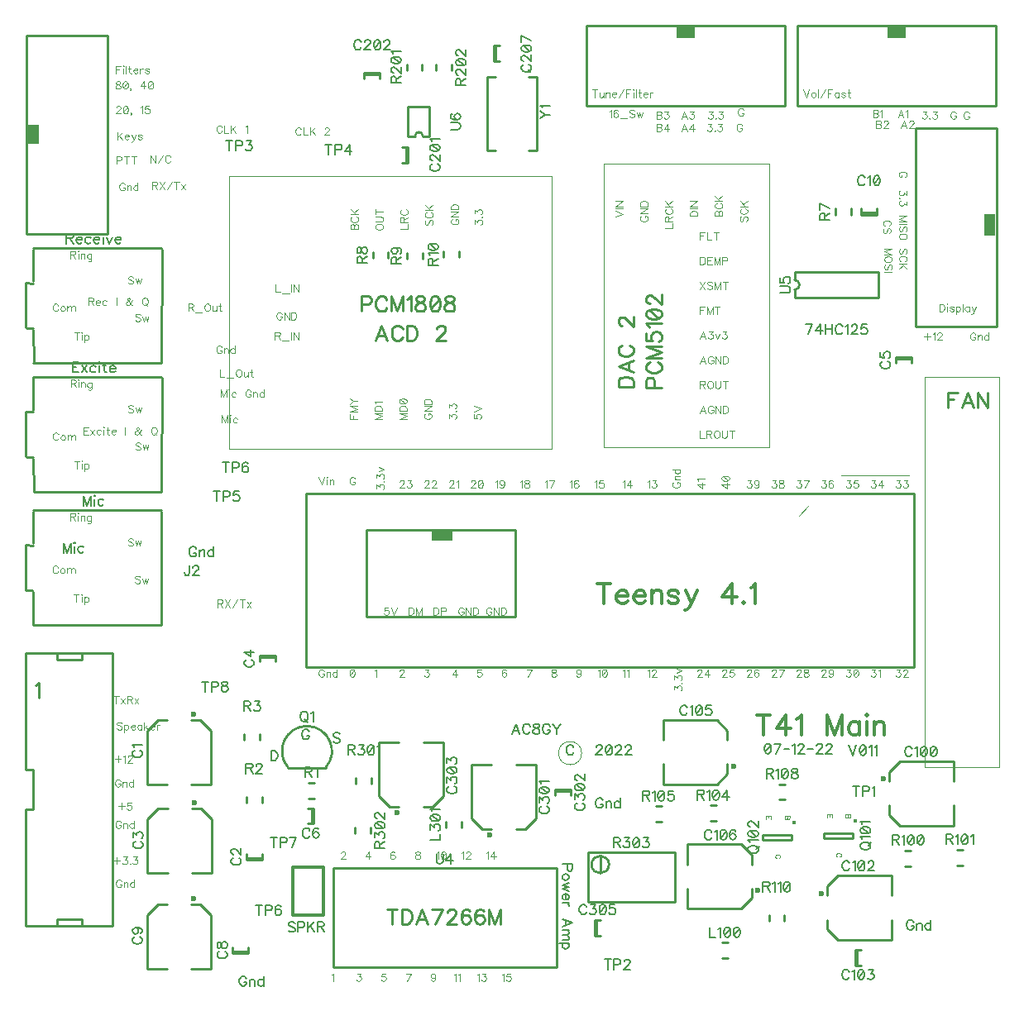
<source format=gbr>
G04 DipTrace 3.3.1.1*
G04 TopSilk.gbr*
%MOIN*%
G04 #@! TF.FileFunction,Legend,Top*
G04 #@! TF.Part,Single*
%ADD10C,0.009843*%
%ADD12C,0.003*%
%ADD16C,0.011811*%
%ADD19C,0.01*%
%ADD23C,0.001312*%
%ADD24C,0.02362*%
%ADD28C,0.023606*%
%ADD36C,0.015404*%
%ADD41C,0.015475*%
%ADD78C,0.006176*%
%ADD79C,0.004632*%
%ADD80C,0.012351*%
%ADD81C,0.009264*%
%ADD82C,0.003088*%
%FSLAX26Y26*%
G04*
G70*
G90*
G75*
G01*
G04 TopSilk*
%LPD*%
X1152241Y1262675D2*
D10*
X1071534Y1262643D1*
X1152241Y1262675D2*
Y1479180D1*
X1108926Y1522475D2*
X1152241Y1479180D1*
X1108926Y1522475D2*
X1071534D1*
X973106Y1262643D2*
X892399Y1262675D1*
Y1479180D1*
X935715Y1522475D2*
X892399Y1479180D1*
X973106Y1522475D2*
X935715D1*
D24*
X1079395Y1546130D3*
X1357369Y966329D2*
D10*
X1294440D1*
X1357369Y958881D2*
X1294440D1*
X1357369D2*
Y982440D1*
X1294440Y958881D2*
Y982440D1*
X1155178Y903700D2*
X1074471Y903668D1*
X1155178Y903700D2*
Y1120205D1*
X1111863Y1163500D2*
X1155178Y1120205D1*
X1111863Y1163500D2*
X1074471D1*
X976043Y903668D2*
X895336Y903700D1*
Y1120205D1*
X938652Y1163500D2*
X895336Y1120205D1*
X976043Y1163500D2*
X938652D1*
D24*
X1082332Y1187155D3*
X1346913Y1775429D2*
D10*
X1409843D1*
X1346913Y1782878D2*
X1409843D1*
X1346913D2*
Y1759319D1*
X1409843Y1782878D2*
Y1759319D1*
X3910647Y2977394D2*
X3973576D1*
X3910647Y2984843D2*
X3973576D1*
X3910647D2*
Y2961283D1*
X3973576Y2984843D2*
Y2961283D1*
X1557186Y1166117D2*
Y1103188D1*
X1564635Y1166117D2*
Y1103188D1*
Y1166117D2*
X1541076D1*
X1564635Y1103188D2*
X1541076D1*
X1301371Y589673D2*
X1238442D1*
X1301371Y582224D2*
X1238442D1*
X1301371D2*
Y605783D1*
X1238442Y582224D2*
Y605783D1*
X1152241Y518288D2*
X1071534Y518255D1*
X1152241Y518288D2*
Y734793D1*
X1108926Y778088D2*
X1152241Y734793D1*
X1108926Y778088D2*
X1071534D1*
X973106Y518255D2*
X892399Y518288D1*
Y734793D1*
X935715Y778088D2*
X892399Y734793D1*
X973106Y778088D2*
X935715D1*
D24*
X1079395Y801743D3*
X3834155Y3567150D2*
D10*
X3771226D1*
X3834155Y3559701D2*
X3771226D1*
X3834155D2*
Y3583260D1*
X3771226Y3559701D2*
Y3583260D1*
X4144986Y1356280D2*
X4145019Y1275572D1*
X4144986Y1356280D2*
X3928481D1*
X3885187Y1312964D2*
X3928481Y1356280D1*
X3885187Y1312964D2*
Y1275572D1*
X4145019Y1177144D2*
X4144986Y1096437D1*
X3928481D1*
X3885187Y1139753D2*
X3928481Y1096437D1*
X3885187Y1177144D2*
Y1139753D1*
D28*
X3861532Y1283433D3*
X3893080Y895555D2*
D10*
X3893112Y814848D1*
X3893080Y895555D2*
X3676574D1*
X3633280Y852239D2*
X3676574Y895555D1*
X3633280Y852239D2*
Y814848D1*
X3893112Y716420D2*
X3893080Y635713D1*
X3676574D1*
X3633280Y679028D2*
X3676574Y635713D1*
X3633280Y716420D2*
Y679028D1*
D28*
X3609625Y822708D3*
X3754476Y532587D2*
D10*
Y595516D1*
X3747028Y532587D2*
Y595516D1*
Y532587D2*
X3770587D1*
X3747028Y595516D2*
X3770587D1*
X2972504Y1262576D2*
X2972472Y1343283D1*
X2972504Y1262576D2*
X3189010D1*
X3232304Y1305892D2*
X3189010Y1262576D1*
X3232304Y1305892D2*
Y1343283D1*
X2972472Y1441712D2*
X2972504Y1522419D1*
X3189010D1*
X3232304Y1479103D2*
X3189010Y1522419D1*
X3232304Y1441712D2*
Y1479103D1*
D28*
X3255959Y1335423D3*
X3070149Y760282D2*
D10*
X3070116Y840989D1*
X3070149Y760282D2*
X3286654D1*
X3329949Y803598D2*
X3286654Y760282D1*
X3329949Y803598D2*
Y840989D1*
X3070116Y939418D2*
X3070149Y1020125D1*
X3286654D1*
X3329949Y976809D2*
X3286654Y1020125D1*
X3329949Y939418D2*
Y976809D1*
D28*
X3353604Y833129D3*
X1937427Y3831026D2*
D10*
Y3768097D1*
X1944875Y3831026D2*
Y3768097D1*
Y3831026D2*
X1921316D1*
X1944875Y3768097D2*
X1921316D1*
X1768942Y4123717D2*
X1831871D1*
X1768942Y4131165D2*
X1831871D1*
X1768942D2*
Y4107606D1*
X1831871Y4131165D2*
Y4107606D1*
X2296963Y4177331D2*
Y4240260D1*
X2289514Y4177331D2*
Y4240260D1*
Y4177331D2*
X2313073D1*
X2289514Y4240260D2*
X2313073D1*
X2200189Y1342316D2*
X2280896Y1342348D1*
X2200189Y1342316D2*
Y1125810D1*
X2243505Y1082516D2*
X2200189Y1125810D1*
X2243505Y1082516D2*
X2280896D1*
X2379324Y1342348D2*
X2460031Y1342316D1*
Y1125810D1*
X2416716Y1082516D2*
X2460031Y1125810D1*
X2379324Y1082516D2*
X2416716D1*
D24*
X2273036Y1058861D3*
X2536155Y1234793D2*
D10*
X2599084D1*
X2536155Y1242241D2*
X2599084D1*
X2536155D2*
Y1218682D1*
X2599084Y1242241D2*
Y1218682D1*
X1828010Y1431252D2*
X1908718Y1431284D1*
X1828010Y1431252D2*
Y1214746D1*
X1871326Y1171452D2*
X1828010Y1214746D1*
X1871326Y1171452D2*
X1908718D1*
X2007146Y1431284D2*
X2087853Y1431252D1*
Y1214746D1*
X2044537Y1171452D2*
X2087853Y1214746D1*
X2007146Y1171452D2*
X2044537D1*
D24*
X1900857Y1147797D3*
X2704332Y652333D2*
D10*
Y715262D1*
X2696883Y652333D2*
Y715262D1*
Y652333D2*
X2720442D1*
X2696883Y715262D2*
X2720442D1*
X406736Y2583104D2*
X433197Y2581298D1*
X405421Y2760989D2*
Y2584401D1*
X952108Y2441944D2*
X436100Y2442917D1*
X433964Y2899879D2*
X435278Y2772660D1*
X951725Y2905066D2*
X435278Y2903770D1*
X436593Y2445510D2*
X435278Y2574027D1*
X953259Y2899879D2*
X952108Y2445834D1*
X405421Y2764879D2*
X435278Y2763582D1*
X3233633Y623272D2*
X3210073D1*
X3233633Y560343D2*
X3210073D1*
X2096933Y1113034D2*
Y1089475D1*
X2159862Y1113034D2*
Y1089475D1*
X405161Y2045874D2*
X431622Y2044068D1*
X403846Y2223759D2*
Y2047171D1*
X950533Y1904715D2*
X434525Y1905687D1*
X432389Y2362650D2*
X433704Y2235430D1*
X950150Y2367837D2*
X433704Y2366540D1*
X435018Y1908281D2*
X433704Y2036797D1*
X951684Y2362650D2*
X950533Y1908605D1*
X403846Y2227650D2*
X433704Y2226353D1*
X1461922Y1329751D2*
G02X1613162Y1329751I75620J66569D01*
G01*
X1461922D1*
D36*
X3746308Y1114732D3*
X3737108Y1064588D2*
D10*
X3619003D1*
Y1044892D1*
X3737108D1*
Y1064588D1*
D36*
X3501434Y1109100D3*
X3492233Y1058957D2*
D10*
X3374129D1*
Y1039261D1*
X3492233D1*
Y1058957D1*
X1542932Y1205727D2*
X1566491D1*
X1542932Y1268656D2*
X1566491D1*
X1293772Y1212551D2*
Y1188992D1*
X1356701Y1212551D2*
Y1188992D1*
X1285253Y1463759D2*
Y1440199D1*
X1348182Y1463759D2*
Y1440199D1*
X3730663Y3559665D2*
Y3583224D1*
X3667734Y3559665D2*
Y3583224D1*
X1865478Y3384528D2*
Y3408087D1*
X1802549Y3384528D2*
Y3408087D1*
X2004157Y3381839D2*
Y3405398D1*
X1941228Y3381839D2*
Y3405398D1*
X2151896Y3387176D2*
Y3410735D1*
X2088967Y3387176D2*
Y3410735D1*
X3972100Y995801D2*
X3948541D1*
X3972100Y932871D2*
X3948541D1*
X4156496Y934921D2*
X4180055D1*
X4156496Y997850D2*
X4180055D1*
X3163837Y1113651D2*
X3187396D1*
X3163837Y1176580D2*
X3187396D1*
X2942549Y1110865D2*
X2966108D1*
X2942549Y1173794D2*
X2966108D1*
X3440962Y1199951D2*
X3464521D1*
X3440962Y1262881D2*
X3464521D1*
X3461995Y711967D2*
Y735526D1*
X3399066Y711967D2*
Y735526D1*
X1939121Y4165457D2*
Y4141898D1*
X2002050Y4165457D2*
Y4141898D1*
X2057231Y4165457D2*
Y4141898D1*
X2120160Y4165457D2*
Y4141898D1*
X1735387Y1287639D2*
Y1264080D1*
X1798316Y1287639D2*
Y1264080D1*
X1730556Y1089197D2*
Y1065638D1*
X1793486Y1089197D2*
Y1065638D1*
X2719887Y903732D2*
Y973732D1*
X2669837Y788732D2*
Y988732D1*
X3019837D2*
X2669837D1*
X3019837Y788732D2*
Y988732D1*
Y788732D2*
X2669837D1*
X2684887Y938732D2*
G02X2684887Y938732I35000J0D01*
G01*
X406020Y3102487D2*
X432480Y3100681D1*
X404705Y3280372D2*
Y3103784D1*
X951392Y2961327D2*
X435384Y2962300D1*
X433247Y3419263D2*
X434562Y3292043D1*
X951008Y3424449D2*
X434562Y3423153D1*
X435877Y2964893D2*
X434562Y3093410D1*
X952542Y3419263D2*
X951392Y2965218D1*
X404705Y3284262D2*
X434562Y3282966D1*
X1643193Y923127D2*
X2543193D1*
Y523127D1*
X1643193D1*
Y923127D1*
X3503168Y3225022D2*
X3841761D1*
X3503168Y3327398D2*
X3841761D1*
Y3225022D2*
Y3327398D1*
X3503168Y3225022D2*
Y3256515D1*
Y3295904D2*
Y3327398D1*
Y3256515D2*
G03X3503168Y3295904I12J19694D01*
G01*
X2032157Y3876001D2*
Y3994117D1*
X1945523D2*
Y3876001D1*
Y3994117D2*
X2032157D1*
Y3876001D2*
X2004596D1*
X1973084D2*
X1945523D1*
X2004596D2*
G03X1973084Y3876001I-15756J-11D01*
G01*
D41*
X2433179Y4139387D3*
X2464680Y4114262D2*
D10*
Y3819098D1*
X2431122D2*
X2464680D1*
X2431122Y4114262D2*
X2464680D1*
X2263973D2*
Y3819098D1*
X2297311D1*
X2263973Y4114262D2*
X2297311D1*
X4028583Y2905571D2*
D23*
X4328417D1*
Y1330768D1*
X4028583D1*
Y2905571D1*
X3520266Y2346024D2*
D12*
X3557766Y2383524D1*
X3689017Y2508509D2*
X3964017D1*
X1532766Y2435948D2*
D10*
X3982766D1*
Y1735936D1*
X1532766D1*
Y2435948D1*
G36*
X4272437Y3550097D2*
X4309933D1*
Y3475105D1*
X4272437D1*
Y3550097D1*
G37*
X2551127Y1387957D2*
D12*
G02X2551127Y1387957I46869J0D01*
G01*
X3991182Y3907277D2*
D19*
X4316182D1*
Y3107277D1*
X3991182D1*
Y3907277D1*
G36*
X4272434Y3537315D2*
X4297434D1*
Y3487314D1*
X4272434D1*
Y3537315D1*
G37*
X3512685Y4322675D2*
D19*
X4312684D1*
Y3997675D1*
X3512685D1*
Y4322675D1*
G36*
X4266188Y3562596D2*
X4309933D1*
Y3475105D1*
X4266188D1*
Y3562596D1*
G37*
G36*
X3876252Y4322675D2*
X3951245D1*
Y4272680D1*
X3876252D1*
Y4322675D1*
G37*
X2732900Y3764659D2*
D23*
X3402192D1*
Y2622927D1*
X2732900D1*
Y3764659D1*
X1224291Y3715932D2*
X2523504D1*
Y2613570D1*
X1224291D1*
Y3715932D1*
X1778583Y2288003D2*
D19*
X2378583D1*
Y1938003D1*
X1778583D1*
Y2288003D1*
G36*
X2041181Y2287722D2*
X2122423D1*
Y2243976D1*
X2041181D1*
Y2287722D1*
G37*
X2662685Y4322675D2*
D19*
X3462684D1*
Y3997675D1*
X2662685D1*
Y4322675D1*
G36*
X3026252D2*
X3101245D1*
Y4272680D1*
X3026252D1*
Y4322675D1*
G37*
X408419Y4281933D2*
D19*
X733419D1*
Y3481934D1*
X408419D1*
Y4281933D1*
G36*
Y3920495D2*
X458413D1*
Y3845501D1*
X408419D1*
Y3920495D1*
G37*
X529928Y1766073D2*
D10*
Y1791374D1*
X630028Y1766073D2*
X529928D1*
X630028D2*
Y1791374D1*
X529928Y691374D2*
Y716675D1*
X630028D2*
X529928D1*
X630028Y691374D2*
Y716675D1*
X754978Y691374D2*
X404978D1*
X754978Y1791374D2*
X404978D1*
X754978Y691374D2*
Y1791374D1*
X435077Y1321675D2*
X404978D1*
X435077Y1161073D2*
Y1321675D1*
Y1161073D2*
X404978D1*
Y691374D2*
Y1161073D1*
Y1321675D2*
Y1791374D1*
X1480929Y928954D2*
D16*
X1604507D1*
Y734601D1*
X1480929D1*
Y928954D1*
X843371Y1399399D2*
D78*
X839569Y1397497D1*
X835722Y1393651D1*
X833821Y1389848D1*
Y1382199D1*
X835722Y1378352D1*
X839569Y1374549D1*
X843371Y1372604D1*
X849119Y1370703D1*
X858714D1*
X864418Y1372604D1*
X868264Y1374549D1*
X872067Y1378352D1*
X874013Y1382199D1*
Y1389848D1*
X872067Y1393651D1*
X868265Y1397497D1*
X864418Y1399399D1*
X841514Y1411750D2*
X839569Y1415597D1*
X833865Y1421345D1*
X874013D1*
X1241443Y965435D2*
X1237641Y963534D1*
X1233794Y959687D1*
X1231893Y955885D1*
Y948235D1*
X1233794Y944389D1*
X1237641Y940586D1*
X1241443Y938641D1*
X1247191Y936739D1*
X1256786D1*
X1262490Y938641D1*
X1266337Y940586D1*
X1270139Y944389D1*
X1272085Y948235D1*
Y955885D1*
X1270139Y959687D1*
X1266337Y963534D1*
X1262490Y965435D1*
X1241488Y979732D2*
X1239586D1*
X1235739Y981633D1*
X1233838Y983535D1*
X1231937Y987381D1*
Y995031D1*
X1233838Y998833D1*
X1235739Y1000734D1*
X1239586Y1002680D1*
X1243389D1*
X1247236Y1000734D1*
X1252939Y996932D1*
X1272085Y977786D1*
Y1004581D1*
X846308Y1031824D2*
X842506Y1029922D1*
X838659Y1026076D1*
X836758Y1022273D1*
Y1014624D1*
X838659Y1010777D1*
X842506Y1006974D1*
X846308Y1005029D1*
X852056Y1003128D1*
X861651D1*
X867355Y1005029D1*
X871201Y1006974D1*
X875004Y1010777D1*
X876950Y1014624D1*
Y1022273D1*
X875004Y1026076D1*
X871202Y1029922D1*
X867355Y1031824D1*
X836802Y1048022D2*
Y1069024D1*
X852100Y1057572D1*
Y1063320D1*
X854002Y1067123D1*
X855903Y1069024D1*
X861651Y1070970D1*
X865453D1*
X871202Y1069024D1*
X875048Y1065222D1*
X876950Y1059474D1*
Y1053725D1*
X875048Y1048022D1*
X873103Y1046120D1*
X869300Y1044175D1*
X1293917Y1764923D2*
X1290115Y1763022D1*
X1286268Y1759175D1*
X1284366Y1755372D1*
Y1747723D1*
X1286268Y1743876D1*
X1290114Y1740074D1*
X1293917Y1738128D1*
X1299665Y1736227D1*
X1309260D1*
X1314964Y1738128D1*
X1318810Y1740074D1*
X1322613Y1743876D1*
X1324558Y1747723D1*
Y1755372D1*
X1322613Y1759175D1*
X1318810Y1763022D1*
X1314964Y1764923D1*
X1324558Y1796419D2*
X1284411Y1796420D1*
X1311161Y1777274D1*
Y1805970D1*
X3857651Y2967838D2*
X3853848Y2965937D1*
X3850001Y2962090D1*
X3848100Y2958287D1*
Y2950638D1*
X3850001Y2946791D1*
X3853848Y2942989D1*
X3857651Y2941043D1*
X3863399Y2939142D1*
X3872993D1*
X3878697Y2941043D1*
X3882544Y2942989D1*
X3886347Y2946791D1*
X3888292Y2950638D1*
Y2958287D1*
X3886347Y2962090D1*
X3882544Y2965937D1*
X3878697Y2967838D1*
X3848144Y3003137D2*
Y2984036D1*
X3865344Y2982135D1*
X3863443Y2984036D1*
X3861497Y2989784D1*
Y2995488D1*
X3863443Y3001236D1*
X3867245Y3005083D1*
X3872993Y3006984D1*
X3876796D1*
X3882544Y3005083D1*
X3886391Y3001236D1*
X3888292Y2995488D1*
Y2989784D1*
X3886391Y2984036D1*
X3884445Y2982135D1*
X3880643Y2980189D1*
X1548603Y1076102D2*
X1546702Y1079904D1*
X1542855Y1083751D1*
X1539053Y1085652D1*
X1531403D1*
X1527557Y1083751D1*
X1523754Y1079904D1*
X1521809Y1076102D1*
X1519907Y1070354D1*
Y1060759D1*
X1521809Y1055055D1*
X1523754Y1051208D1*
X1527557Y1047406D1*
X1531403Y1045460D1*
X1539053D1*
X1542855Y1047406D1*
X1546702Y1051208D1*
X1548603Y1055055D1*
X1583903Y1079904D2*
X1582001Y1083707D1*
X1576253Y1085608D1*
X1572451D1*
X1566703Y1083707D1*
X1562856Y1077959D1*
X1560955Y1068408D1*
Y1058858D1*
X1562856Y1051208D1*
X1566703Y1047361D1*
X1572451Y1045460D1*
X1574352D1*
X1580056Y1047361D1*
X1583903Y1051208D1*
X1585804Y1056956D1*
Y1058858D1*
X1583903Y1064606D1*
X1580056Y1068408D1*
X1574352Y1070309D1*
X1572451D1*
X1566703Y1068408D1*
X1562856Y1064606D1*
X1560955Y1058858D1*
X1185446Y588801D2*
X1181643Y586900D1*
X1177797Y583053D1*
X1175895Y579251D1*
Y571601D1*
X1177797Y567754D1*
X1181643Y563952D1*
X1185446Y562006D1*
X1191194Y560105D1*
X1200789D1*
X1206493Y562006D1*
X1210339Y563952D1*
X1214142Y567754D1*
X1216087Y571601D1*
Y579250D1*
X1214142Y583053D1*
X1210339Y586900D1*
X1206493Y588801D1*
X1175940Y610703D2*
X1177841Y604999D1*
X1181643Y603054D1*
X1185490D1*
X1189293Y604999D1*
X1191238Y608802D1*
X1193139Y616451D1*
X1195041Y622199D1*
X1198887Y626002D1*
X1202690Y627903D1*
X1208438D1*
X1212241Y626002D1*
X1214186Y624100D1*
X1216087Y618352D1*
Y610703D1*
X1214186Y604999D1*
X1212241Y603054D1*
X1208438Y601152D1*
X1202690D1*
X1198887Y603054D1*
X1195041Y606900D1*
X1193139Y612604D1*
X1191238Y620254D1*
X1189293Y624100D1*
X1185490Y626002D1*
X1181643D1*
X1177841Y624100D1*
X1175940Y618352D1*
Y610703D1*
X843371Y647362D2*
X839569Y645461D1*
X835722Y641614D1*
X833821Y637812D1*
Y630162D1*
X835722Y626316D1*
X839569Y622513D1*
X843371Y620568D1*
X849119Y618666D1*
X858714D1*
X864418Y620568D1*
X868264Y622513D1*
X872067Y626316D1*
X874013Y630162D1*
Y637812D1*
X872067Y641614D1*
X868265Y645461D1*
X864418Y647362D1*
X847218Y684607D2*
X852966Y682661D1*
X856813Y678859D1*
X858714Y673111D1*
Y671210D1*
X856813Y665462D1*
X852966Y661659D1*
X847218Y659714D1*
X845317D1*
X839569Y661659D1*
X835766Y665462D1*
X833865Y671210D1*
Y673111D1*
X835766Y678859D1*
X839569Y682661D1*
X847218Y684607D1*
X856813D1*
X866363Y682661D1*
X872111Y678859D1*
X874013Y673111D1*
Y669308D1*
X872111Y663560D1*
X868265Y661659D1*
X3786492Y3707122D2*
X3784591Y3710925D1*
X3780744Y3714772D1*
X3776942Y3716673D1*
X3769292D1*
X3765445Y3714772D1*
X3761643Y3710925D1*
X3759697Y3707122D1*
X3757796Y3701374D1*
Y3691780D1*
X3759697Y3686076D1*
X3761643Y3682229D1*
X3765445Y3678426D1*
X3769292Y3676481D1*
X3776942D1*
X3780744Y3678426D1*
X3784591Y3682229D1*
X3786492Y3686076D1*
X3798844Y3708979D2*
X3802690Y3710925D1*
X3808438Y3716629D1*
Y3676481D1*
X3832286Y3716629D2*
X3826538Y3714727D1*
X3822691Y3708979D1*
X3820790Y3699429D1*
Y3693681D1*
X3822691Y3684130D1*
X3826538Y3678382D1*
X3832286Y3676481D1*
X3836088D1*
X3841836Y3678382D1*
X3845639Y3684130D1*
X3847584Y3693681D1*
Y3699429D1*
X3845639Y3708979D1*
X3841836Y3714727D1*
X3836088Y3716629D1*
X3832286D1*
X3845639Y3708979D2*
X3822691Y3684130D1*
X3975867Y1405307D2*
X3973965Y1409110D1*
X3970119Y1412957D1*
X3966316Y1414858D1*
X3958667D1*
X3954820Y1412957D1*
X3951017Y1409110D1*
X3949072Y1405307D1*
X3947171Y1399559D1*
Y1389965D1*
X3949072Y1384261D1*
X3951017Y1380414D1*
X3954820Y1376611D1*
X3958667Y1374666D1*
X3966316D1*
X3970119Y1376611D1*
X3973965Y1380414D1*
X3975867Y1384261D1*
X3988218Y1407164D2*
X3992065Y1409110D1*
X3997813Y1414814D1*
Y1374666D1*
X4021660Y1414814D2*
X4015912Y1412913D1*
X4012065Y1407164D1*
X4010164Y1397614D1*
Y1391866D1*
X4012065Y1382315D1*
X4015912Y1376567D1*
X4021660Y1374666D1*
X4025463D1*
X4031211Y1376567D1*
X4035013Y1382315D1*
X4036959Y1391866D1*
Y1397614D1*
X4035013Y1407164D1*
X4031211Y1412913D1*
X4025463Y1414814D1*
X4021660D1*
X4035013Y1407164D2*
X4012065Y1382315D1*
X4060806Y1414814D2*
X4055058Y1412913D1*
X4051212Y1407164D1*
X4049310Y1397614D1*
Y1391866D1*
X4051212Y1382315D1*
X4055058Y1376567D1*
X4060806Y1374666D1*
X4064609D1*
X4070357Y1376567D1*
X4074159Y1382315D1*
X4076105Y1391866D1*
Y1397614D1*
X4074159Y1407164D1*
X4070357Y1412913D1*
X4064609Y1414814D1*
X4060806D1*
X4074159Y1407164D2*
X4051212Y1382315D1*
X3723960Y944583D2*
X3722059Y948386D1*
X3718212Y952232D1*
X3714409Y954134D1*
X3706760D1*
X3702913Y952232D1*
X3699111Y948386D1*
X3697165Y944583D1*
X3695264Y938835D1*
Y929240D1*
X3697165Y923536D1*
X3699111Y919690D1*
X3702913Y915887D1*
X3706760Y913942D1*
X3714409D1*
X3718212Y915887D1*
X3722059Y919690D1*
X3723960Y923536D1*
X3736311Y946440D2*
X3740158Y948386D1*
X3745906Y954089D1*
Y913942D1*
X3769753Y954089D2*
X3764005Y952188D1*
X3760159Y946440D1*
X3758257Y936889D1*
Y931141D1*
X3760159Y921591D1*
X3764005Y915843D1*
X3769753Y913942D1*
X3773556D1*
X3779304Y915843D1*
X3783107Y921591D1*
X3785052Y931141D1*
Y936889D1*
X3783107Y946440D1*
X3779304Y952188D1*
X3773556Y954089D1*
X3769753D1*
X3783107Y946440D2*
X3760159Y921591D1*
X3799349Y944539D2*
Y946440D1*
X3801250Y950287D1*
X3803151Y952188D1*
X3806998Y954089D1*
X3814648D1*
X3818450Y952188D1*
X3820351Y950287D1*
X3822297Y946440D1*
Y942638D1*
X3820351Y938791D1*
X3816549Y933087D1*
X3797403Y913942D1*
X3824198D1*
X3723036Y505501D2*
X3721135Y509303D1*
X3717288Y513150D1*
X3713485Y515051D1*
X3705836D1*
X3701989Y513150D1*
X3698187Y509303D1*
X3696241Y505501D1*
X3694340Y499753D1*
Y490158D1*
X3696241Y484454D1*
X3698187Y480607D1*
X3701989Y476805D1*
X3705836Y474859D1*
X3713485D1*
X3717288Y476805D1*
X3721135Y480607D1*
X3723036Y484454D1*
X3735387Y507358D2*
X3739234Y509303D1*
X3744982Y515007D1*
Y474859D1*
X3768830Y515007D2*
X3763082Y513106D1*
X3759235Y507358D1*
X3757333Y497807D1*
Y492059D1*
X3759235Y482508D1*
X3763082Y476760D1*
X3768830Y474859D1*
X3772632D1*
X3778380Y476760D1*
X3782183Y482508D1*
X3784128Y492059D1*
Y497807D1*
X3782183Y507358D1*
X3778380Y513106D1*
X3772632Y515007D1*
X3768830D1*
X3782183Y507358D2*
X3759235Y482508D1*
X3800326Y515007D2*
X3821329D1*
X3809877Y499708D1*
X3815625D1*
X3819427Y497807D1*
X3821329Y495906D1*
X3823274Y490158D1*
Y486355D1*
X3821329Y480607D1*
X3817526Y476760D1*
X3811778Y474859D1*
X3806030D1*
X3800326Y476760D1*
X3798425Y478706D1*
X3796480Y482508D1*
X3070082Y1571447D2*
X3068181Y1575249D1*
X3064334Y1579096D1*
X3060531Y1580997D1*
X3052882D1*
X3049035Y1579096D1*
X3045233Y1575249D1*
X3043287Y1571447D1*
X3041386Y1565698D1*
Y1556104D1*
X3043287Y1550400D1*
X3045233Y1546553D1*
X3049035Y1542751D1*
X3052882Y1540805D1*
X3060531D1*
X3064334Y1542751D1*
X3068181Y1546553D1*
X3070082Y1550400D1*
X3082433Y1573304D2*
X3086280Y1575249D1*
X3092028Y1580953D1*
Y1540805D1*
X3115875Y1580953D2*
X3110127Y1579052D1*
X3106281Y1573304D1*
X3104379Y1563753D1*
Y1558005D1*
X3106281Y1548454D1*
X3110127Y1542706D1*
X3115875Y1540805D1*
X3119678D1*
X3125426Y1542706D1*
X3129229Y1548454D1*
X3131174Y1558005D1*
Y1563753D1*
X3129229Y1573304D1*
X3125426Y1579052D1*
X3119678Y1580953D1*
X3115875D1*
X3129229Y1573304D2*
X3106281Y1548454D1*
X3166473Y1580953D2*
X3147372D1*
X3145471Y1563753D1*
X3147372Y1565654D1*
X3153120Y1567600D1*
X3158824D1*
X3164572Y1565654D1*
X3168419Y1561852D1*
X3170320Y1556104D1*
Y1552301D1*
X3168419Y1546553D1*
X3164572Y1542706D1*
X3158824Y1540805D1*
X3153120D1*
X3147372Y1542706D1*
X3145471Y1544652D1*
X3143525Y1548454D1*
X3168699Y1069153D2*
X3166798Y1072955D1*
X3162951Y1076802D1*
X3159148Y1078703D1*
X3151499D1*
X3147652Y1076802D1*
X3143850Y1072955D1*
X3141904Y1069153D1*
X3140003Y1063405D1*
Y1053810D1*
X3141904Y1048106D1*
X3143850Y1044259D1*
X3147652Y1040457D1*
X3151499Y1038511D1*
X3159148D1*
X3162951Y1040457D1*
X3166798Y1044259D1*
X3168699Y1048106D1*
X3181050Y1071010D2*
X3184897Y1072955D1*
X3190645Y1078659D1*
Y1038511D1*
X3214493Y1078659D2*
X3208745Y1076758D1*
X3204898Y1071010D1*
X3202997Y1061459D1*
Y1055711D1*
X3204898Y1046160D1*
X3208745Y1040412D1*
X3214493Y1038511D1*
X3218295D1*
X3224043Y1040412D1*
X3227846Y1046160D1*
X3229791Y1055711D1*
Y1061459D1*
X3227846Y1071010D1*
X3224043Y1076758D1*
X3218295Y1078659D1*
X3214493D1*
X3227846Y1071010D2*
X3204898Y1046160D1*
X3265090Y1072955D2*
X3263189Y1076758D1*
X3257441Y1078659D1*
X3253639D1*
X3247891Y1076758D1*
X3244044Y1071010D1*
X3242143Y1061459D1*
Y1051908D1*
X3244044Y1044259D1*
X3247891Y1040412D1*
X3253639Y1038511D1*
X3255540D1*
X3261244Y1040412D1*
X3265090Y1044259D1*
X3266992Y1050007D1*
Y1051908D1*
X3265090Y1057656D1*
X3261244Y1061459D1*
X3255540Y1063360D1*
X3253639D1*
X3247891Y1061459D1*
X3244044Y1057656D1*
X3242143Y1051908D1*
X2042828Y3763791D2*
X2039025Y3761889D1*
X2035178Y3758043D1*
X2033277Y3754240D1*
Y3746591D1*
X2035178Y3742744D1*
X2039025Y3738941D1*
X2042828Y3736996D1*
X2048576Y3735095D1*
X2058170D1*
X2063874Y3736996D1*
X2067721Y3738941D1*
X2071523Y3742744D1*
X2073469Y3746591D1*
Y3754240D1*
X2071524Y3758043D1*
X2067721Y3761889D1*
X2063874Y3763791D1*
X2042872Y3778087D2*
X2040971D1*
X2037124Y3779989D1*
X2035222Y3781890D1*
X2033321Y3785737D1*
Y3793386D1*
X2035222Y3797189D1*
X2037124Y3799090D1*
X2040971Y3801035D1*
X2044773D1*
X2048620Y3799090D1*
X2054324Y3795287D1*
X2073469Y3776142D1*
Y3802937D1*
X2033321Y3826784D2*
X2035222Y3821036D1*
X2040971Y3817189D1*
X2050521Y3815288D1*
X2056269D1*
X2065820Y3817189D1*
X2071568Y3821036D1*
X2073469Y3826784D1*
Y3830587D1*
X2071568Y3836335D1*
X2065820Y3840137D1*
X2056269Y3842083D1*
X2050521D1*
X2040970Y3840137D1*
X2035222Y3836335D1*
X2033321Y3830587D1*
Y3826784D1*
X2040970Y3840137D2*
X2065820Y3817189D1*
X2040970Y3854434D2*
X2039025Y3858281D1*
X2033321Y3864029D1*
X2073469D1*
X1756036Y4255028D2*
X1754134Y4258830D1*
X1750288Y4262677D1*
X1746485Y4264578D1*
X1738836D1*
X1734989Y4262677D1*
X1731187Y4258830D1*
X1729241Y4255028D1*
X1727340Y4249280D1*
Y4239685D1*
X1729241Y4233981D1*
X1731187Y4230134D1*
X1734989Y4226332D1*
X1738836Y4224386D1*
X1746485D1*
X1750288Y4226332D1*
X1754134Y4230134D1*
X1756036Y4233981D1*
X1770333Y4254984D2*
Y4256885D1*
X1772234Y4260732D1*
X1774135Y4262633D1*
X1777982Y4264534D1*
X1785631D1*
X1789434Y4262633D1*
X1791335Y4260732D1*
X1793280Y4256885D1*
Y4253082D1*
X1791335Y4249236D1*
X1787532Y4243532D1*
X1768387Y4224386D1*
X1795182D1*
X1819029Y4264534D2*
X1813281Y4262633D1*
X1809434Y4256885D1*
X1807533Y4247334D1*
Y4241586D1*
X1809434Y4232036D1*
X1813281Y4226288D1*
X1819029Y4224386D1*
X1822832D1*
X1828580Y4226288D1*
X1832382Y4232036D1*
X1834328Y4241586D1*
Y4247334D1*
X1832382Y4256885D1*
X1828580Y4262633D1*
X1822832Y4264534D1*
X1819029D1*
X1832382Y4256885D2*
X1809434Y4232036D1*
X1848625Y4254984D2*
Y4256885D1*
X1850526Y4260732D1*
X1852427Y4262633D1*
X1856274Y4264534D1*
X1863923D1*
X1867726Y4262633D1*
X1869627Y4260732D1*
X1871573Y4256885D1*
Y4253082D1*
X1869627Y4249236D1*
X1865825Y4243532D1*
X1846679Y4224386D1*
X1873474D1*
X2411026Y4164424D2*
X2407223Y4162523D1*
X2403376Y4158676D1*
X2401475Y4154874D1*
Y4147224D1*
X2403376Y4143378D1*
X2407223Y4139575D1*
X2411026Y4137630D1*
X2416774Y4135728D1*
X2426368D1*
X2432072Y4137630D1*
X2435919Y4139575D1*
X2439722Y4143378D1*
X2441667Y4147224D1*
Y4154874D1*
X2439722Y4158676D1*
X2435919Y4162523D1*
X2432072Y4164424D1*
X2411070Y4178721D2*
X2409169D1*
X2405322Y4180622D1*
X2403421Y4182524D1*
X2401519Y4186370D1*
Y4194020D1*
X2403421Y4197822D1*
X2405322Y4199724D1*
X2409169Y4201669D1*
X2412971D1*
X2416818Y4199723D1*
X2422522Y4195921D1*
X2441667Y4176776D1*
Y4203570D1*
X2401519Y4227418D2*
X2403421Y4221670D1*
X2409169Y4217823D1*
X2418719Y4215922D1*
X2424467D1*
X2434018Y4217823D1*
X2439766Y4221670D1*
X2441667Y4227418D1*
Y4231220D1*
X2439766Y4236968D1*
X2434018Y4240771D1*
X2424467Y4242716D1*
X2418719D1*
X2409169Y4240771D1*
X2403421Y4236968D1*
X2401519Y4231220D1*
Y4227418D1*
X2409169Y4240771D2*
X2434018Y4217823D1*
X2441667Y4262717D2*
X2401519Y4281862D1*
Y4255068D1*
X2483149Y1173196D2*
X2479347Y1171295D1*
X2475500Y1167448D1*
X2473598Y1163646D1*
Y1155996D1*
X2475500Y1152149D1*
X2479346Y1148347D1*
X2483149Y1146401D1*
X2488897Y1144500D1*
X2498492D1*
X2504196Y1146401D1*
X2508042Y1148347D1*
X2511845Y1152149D1*
X2513791Y1155996D1*
Y1163645D1*
X2511845Y1167448D1*
X2508042Y1171295D1*
X2504196Y1173196D1*
X2473643Y1189394D2*
Y1210397D1*
X2488941Y1198945D1*
Y1204693D1*
X2490843Y1208495D1*
X2492744Y1210397D1*
X2498492Y1212342D1*
X2502294D1*
X2508042Y1210397D1*
X2511889Y1206594D1*
X2513790Y1200846D1*
Y1195098D1*
X2511889Y1189394D1*
X2509944Y1187493D1*
X2506141Y1185547D1*
X2473643Y1236190D2*
X2475544Y1230442D1*
X2481292Y1226595D1*
X2490843Y1224693D1*
X2496591D1*
X2506141Y1226595D1*
X2511889Y1230442D1*
X2513790Y1236190D1*
Y1239992D1*
X2511889Y1245740D1*
X2506141Y1249543D1*
X2496591Y1251488D1*
X2490843D1*
X2481292Y1249543D1*
X2475544Y1245740D1*
X2473643Y1239992D1*
Y1236190D1*
X2481292Y1249543D2*
X2506141Y1226595D1*
X2481292Y1263840D2*
X2479347Y1267686D1*
X2473643Y1273434D1*
X2513790D1*
X2626170Y1186091D2*
X2622368Y1184190D1*
X2618521Y1180343D1*
X2616619Y1176540D1*
Y1168891D1*
X2618521Y1165044D1*
X2622367Y1161242D1*
X2626170Y1159296D1*
X2631918Y1157395D1*
X2641513D1*
X2647217Y1159296D1*
X2651063Y1161242D1*
X2654866Y1165044D1*
X2656812Y1168891D1*
Y1176540D1*
X2654866Y1180343D1*
X2651063Y1184190D1*
X2647217Y1186091D1*
X2616664Y1202289D2*
Y1223291D1*
X2631962Y1211840D1*
Y1217588D1*
X2633864Y1221390D1*
X2635765Y1223291D1*
X2641513Y1225237D1*
X2645315D1*
X2651063Y1223291D1*
X2654910Y1219489D1*
X2656811Y1213741D1*
Y1207993D1*
X2654910Y1202289D1*
X2652965Y1200388D1*
X2649162Y1198442D1*
X2616664Y1249084D2*
X2618565Y1243336D1*
X2624313Y1239490D1*
X2633864Y1237588D1*
X2639612D1*
X2649162Y1239490D1*
X2654910Y1243336D1*
X2656811Y1249084D1*
Y1252887D1*
X2654910Y1258635D1*
X2649162Y1262437D1*
X2639612Y1264383D1*
X2633864D1*
X2624313Y1262437D1*
X2618565Y1258635D1*
X2616664Y1252887D1*
Y1249084D1*
X2624313Y1262437D2*
X2649162Y1239490D1*
X2626214Y1278680D2*
X2624313D1*
X2620466Y1280581D1*
X2618565Y1282482D1*
X2616664Y1286329D1*
Y1293978D1*
X2618565Y1297781D1*
X2620466Y1299682D1*
X2624313Y1301628D1*
X2628116D1*
X2631962Y1299682D1*
X2637666Y1295880D1*
X2656811Y1276734D1*
Y1303529D1*
X2110971Y1253532D2*
X2107168Y1251631D1*
X2103321Y1247784D1*
X2101420Y1243981D1*
Y1236332D1*
X2103321Y1232485D1*
X2107168Y1228683D1*
X2110971Y1226737D1*
X2116719Y1224836D1*
X2126313D1*
X2132017Y1226737D1*
X2135864Y1228683D1*
X2139667Y1232485D1*
X2141612Y1236332D1*
Y1243981D1*
X2139667Y1247784D1*
X2135864Y1251631D1*
X2132017Y1253532D1*
X2101464Y1269730D2*
Y1290732D1*
X2116763Y1279281D1*
Y1285029D1*
X2118664Y1288831D1*
X2120565Y1290732D1*
X2126313Y1292678D1*
X2130116D1*
X2135864Y1290732D1*
X2139711Y1286930D1*
X2141612Y1281182D1*
Y1275434D1*
X2139711Y1269730D1*
X2137765Y1267829D1*
X2133963Y1265883D1*
X2101464Y1316525D2*
X2103366Y1310777D1*
X2109114Y1306931D1*
X2118664Y1305029D1*
X2124412D1*
X2133963Y1306931D1*
X2139711Y1310777D1*
X2141612Y1316525D1*
Y1320328D1*
X2139711Y1326076D1*
X2133963Y1329878D1*
X2124412Y1331824D1*
X2118664D1*
X2109114Y1329878D1*
X2103366Y1326076D1*
X2101464Y1320328D1*
Y1316525D1*
X2109114Y1329878D2*
X2133963Y1306931D1*
X2101464Y1348022D2*
Y1369024D1*
X2116763Y1357573D1*
Y1363321D1*
X2118664Y1367123D1*
X2120565Y1369024D1*
X2126313Y1370970D1*
X2130116D1*
X2135864Y1369024D1*
X2139711Y1365222D1*
X2141612Y1359474D1*
Y1353726D1*
X2139711Y1348022D1*
X2137765Y1346121D1*
X2133963Y1344175D1*
X2664292Y768259D2*
X2662390Y772061D1*
X2658544Y775908D1*
X2654741Y777809D1*
X2647092D1*
X2643245Y775908D1*
X2639442Y772061D1*
X2637497Y768259D1*
X2635596Y762511D1*
Y752916D1*
X2637497Y747212D1*
X2639442Y743365D1*
X2643245Y739563D1*
X2647092Y737617D1*
X2654741D1*
X2658544Y739563D1*
X2662390Y743365D1*
X2664292Y747212D1*
X2680490Y777765D2*
X2701492D1*
X2690040Y762467D1*
X2695788D1*
X2699591Y760565D1*
X2701492Y758664D1*
X2703438Y752916D1*
Y749113D1*
X2701492Y743365D1*
X2697690Y739519D1*
X2691942Y737617D1*
X2686194D1*
X2680490Y739519D1*
X2678588Y741464D1*
X2676643Y745267D1*
X2727285Y777765D2*
X2721537Y775864D1*
X2717690Y770116D1*
X2715789Y760565D1*
Y754817D1*
X2717690Y745267D1*
X2721537Y739519D1*
X2727285Y737617D1*
X2731088D1*
X2736836Y739519D1*
X2740638Y745267D1*
X2742584Y754817D1*
Y760565D1*
X2740638Y770116D1*
X2736836Y775864D1*
X2731088Y777765D1*
X2727285D1*
X2740638Y770116D2*
X2717690Y745267D1*
X2777883Y777765D2*
X2758782D1*
X2756881Y760565D1*
X2758782Y762467D1*
X2764530Y764412D1*
X2770234D1*
X2775982Y762467D1*
X2779829Y758664D1*
X2781730Y752916D1*
Y749113D1*
X2779829Y743365D1*
X2775982Y739519D1*
X2770234Y737617D1*
X2764530D1*
X2758782Y739519D1*
X2756881Y741464D1*
X2754935Y745267D1*
X617820Y2963645D2*
X592971D1*
Y2923453D1*
X617820D1*
X592971Y2944499D2*
X608269D1*
X630171Y2950247D2*
X651218Y2923453D1*
Y2950247D2*
X630171Y2923453D1*
X686562Y2944499D2*
X682715Y2948346D1*
X678868Y2950247D1*
X673164D1*
X669317Y2948346D1*
X665515Y2944499D1*
X663569Y2938751D1*
Y2934949D1*
X665515Y2929201D1*
X669317Y2925398D1*
X673164Y2923453D1*
X678868D1*
X682715Y2925398D1*
X686562Y2929201D1*
X698913Y2963645D2*
X700814Y2961743D1*
X702760Y2963645D1*
X700814Y2965590D1*
X698913Y2963645D1*
X700814Y2950247D2*
Y2923453D1*
X720859Y2963645D2*
Y2931102D1*
X722760Y2925398D1*
X726607Y2923453D1*
X730410D1*
X715111Y2950247D2*
X728508D1*
X742761Y2938751D2*
X765709D1*
Y2942598D1*
X763808Y2946445D1*
X761906Y2948346D1*
X758060Y2950247D1*
X752312D1*
X748509Y2948346D1*
X744662Y2944499D1*
X742761Y2938751D1*
Y2934949D1*
X744662Y2929201D1*
X748509Y2925398D1*
X752312Y2923453D1*
X758060D1*
X761906Y2925398D1*
X765709Y2929201D1*
X3160260Y685819D2*
Y645627D1*
X3183208D1*
X3195559Y678125D2*
X3199406Y680071D1*
X3205154Y685774D1*
Y645627D1*
X3229001Y685774D2*
X3223253Y683873D1*
X3219407Y678125D1*
X3217505Y668575D1*
Y662826D1*
X3219407Y653276D1*
X3223253Y647528D1*
X3229001Y645627D1*
X3232804D1*
X3238552Y647528D1*
X3242355Y653276D1*
X3244300Y662826D1*
Y668575D1*
X3242355Y678125D1*
X3238552Y683873D1*
X3232804Y685774D1*
X3229001D1*
X3242355Y678125D2*
X3219407Y653276D1*
X3268148Y685774D2*
X3262399Y683873D1*
X3258553Y678125D1*
X3256651Y668575D1*
Y662826D1*
X3258553Y653276D1*
X3262399Y647528D1*
X3268148Y645627D1*
X3271950D1*
X3277698Y647528D1*
X3281501Y653276D1*
X3283446Y662826D1*
Y668575D1*
X3281501Y678125D1*
X3277698Y683873D1*
X3271950Y685774D1*
X3268148D1*
X3281501Y678125D2*
X3258553Y653276D1*
X2034386Y1039662D2*
X2074578D1*
Y1062609D1*
X2034430Y1078808D2*
Y1099810D1*
X2049729Y1088358D1*
Y1094106D1*
X2051630Y1097909D1*
X2053532Y1099810D1*
X2059280Y1101755D1*
X2063082D1*
X2068830Y1099810D1*
X2072677Y1096007D1*
X2074578Y1090259D1*
Y1084511D1*
X2072677Y1078808D1*
X2070731Y1076906D1*
X2066929Y1074961D1*
X2034430Y1125603D2*
X2036332Y1119855D1*
X2042080Y1116008D1*
X2051630Y1114107D1*
X2057378D1*
X2066929Y1116008D1*
X2072677Y1119855D1*
X2074578Y1125603D1*
Y1129405D1*
X2072677Y1135153D1*
X2066929Y1138956D1*
X2057378Y1140902D1*
X2051630D1*
X2042080Y1138956D1*
X2036332Y1135154D1*
X2034430Y1129405D1*
Y1125603D1*
X2042080Y1138956D2*
X2066929Y1116008D1*
X2042080Y1153253D2*
X2040134Y1157100D1*
X2034430Y1162848D1*
X2074578D1*
X667293Y2386223D2*
Y2426415D1*
X651994Y2386223D1*
X636696Y2426415D1*
Y2386223D1*
X679644Y2426415D2*
X681546Y2424514D1*
X683491Y2426415D1*
X681546Y2428361D1*
X679644Y2426415D1*
X681546Y2413018D2*
Y2386223D1*
X718835Y2407270D2*
X714988Y2411116D1*
X711141Y2413018D1*
X705437D1*
X701590Y2411116D1*
X697788Y2407270D1*
X695842Y2401522D1*
Y2397719D1*
X697788Y2391971D1*
X701590Y2388169D1*
X705437Y2386223D1*
X711141D1*
X714988Y2388169D1*
X718835Y2391971D1*
X1522744Y1555646D2*
X1518942Y1553789D1*
X1515095Y1549942D1*
X1513194Y1546095D1*
X1511248Y1540347D1*
Y1530797D1*
X1513194Y1525049D1*
X1515095Y1521246D1*
X1518942Y1517400D1*
X1522744Y1515498D1*
X1530394D1*
X1534240Y1517400D1*
X1538043Y1521246D1*
X1539944Y1525049D1*
X1541890Y1530797D1*
Y1540347D1*
X1539944Y1546095D1*
X1538043Y1549942D1*
X1534240Y1553789D1*
X1530394Y1555646D1*
X1522744D1*
X1528492Y1523148D2*
X1539944Y1511651D1*
X1554241Y1547953D2*
X1558088Y1549898D1*
X1563836Y1555602D1*
Y1515454D1*
X3767577Y1010057D2*
X3769435Y1006254D1*
X3773281Y1002407D1*
X3777128Y1000506D1*
X3782876Y998560D1*
X3792427D1*
X3798175Y1000506D1*
X3801977Y1002407D1*
X3805824Y1006254D1*
X3807725Y1010056D1*
Y1017706D1*
X3805824Y1021552D1*
X3801977Y1025355D1*
X3798175Y1027256D1*
X3792427Y1029202D1*
X3782876D1*
X3777128Y1027256D1*
X3773281Y1025355D1*
X3769435Y1021553D1*
X3767577Y1017706D1*
Y1010057D1*
X3800076Y1015805D2*
X3811572Y1027256D1*
X3775271Y1041553D2*
X3773326Y1045400D1*
X3767622Y1051148D1*
X3807769D1*
X3767622Y1074995D2*
X3769523Y1069247D1*
X3775271Y1065401D1*
X3784822Y1063499D1*
X3790570D1*
X3800120Y1065401D1*
X3805868Y1069247D1*
X3807769Y1074995D1*
Y1078798D1*
X3805868Y1084546D1*
X3800120Y1088349D1*
X3790570Y1090294D1*
X3784822D1*
X3775271Y1088349D1*
X3769523Y1084546D1*
X3767622Y1078798D1*
Y1074995D1*
X3775271Y1088349D2*
X3800120Y1065401D1*
X3775271Y1102645D2*
X3773326Y1106492D1*
X3767622Y1112240D1*
X3807769D1*
X3315550Y995825D2*
X3317407Y992023D1*
X3321254Y988176D1*
X3325101Y986275D1*
X3330849Y984329D1*
X3340399D1*
X3346147Y986275D1*
X3349950Y988176D1*
X3353797Y992023D1*
X3355698Y995825D1*
Y1003475D1*
X3353797Y1007321D1*
X3349950Y1011124D1*
X3346147Y1013025D1*
X3340399Y1014971D1*
X3330849D1*
X3325101Y1013025D1*
X3321254Y1011124D1*
X3317407Y1007321D1*
X3315550Y1003475D1*
Y995825D1*
X3348049Y1001573D2*
X3359545Y1013025D1*
X3323244Y1027322D2*
X3321298Y1031169D1*
X3315594Y1036917D1*
X3355742D1*
X3315594Y1060764D2*
X3317496Y1055016D1*
X3323244Y1051169D1*
X3332794Y1049268D1*
X3338542D1*
X3348093Y1051169D1*
X3353841Y1055016D1*
X3355742Y1060764D1*
Y1064567D1*
X3353841Y1070315D1*
X3348093Y1074117D1*
X3338542Y1076063D1*
X3332794D1*
X3323244Y1074117D1*
X3317496Y1070315D1*
X3315594Y1064567D1*
Y1060764D1*
X3323244Y1074117D2*
X3348093Y1051169D1*
X3325145Y1090360D2*
X3323244D1*
X3319397Y1092261D1*
X3317496Y1094162D1*
X3315594Y1098009D1*
Y1105658D1*
X3317496Y1109461D1*
X3319397Y1111362D1*
X3323244Y1113308D1*
X3327046D1*
X3330893Y1111362D1*
X3336597Y1107560D1*
X3355742Y1088414D1*
Y1115209D1*
X1530341Y1312058D2*
X1547541D1*
X1553289Y1314003D1*
X1555234Y1315905D1*
X1557136Y1319707D1*
Y1323554D1*
X1555234Y1327356D1*
X1553289Y1329302D1*
X1547541Y1331203D1*
X1530341D1*
Y1291011D1*
X1543738Y1312058D2*
X1557136Y1291011D1*
X1569487Y1323510D2*
X1573334Y1325455D1*
X1579082Y1331159D1*
Y1291011D1*
X1292266Y1326819D2*
X1309466D1*
X1315214Y1328764D1*
X1317159Y1330666D1*
X1319061Y1334468D1*
Y1338315D1*
X1317159Y1342118D1*
X1315214Y1344063D1*
X1309466Y1345964D1*
X1292266D1*
Y1305772D1*
X1305663Y1326819D2*
X1319061Y1305772D1*
X1333357Y1336369D2*
Y1338271D1*
X1335259Y1342118D1*
X1337160Y1344019D1*
X1341007Y1345920D1*
X1348656D1*
X1352459Y1344019D1*
X1354360Y1342118D1*
X1356305Y1338271D1*
Y1334468D1*
X1354360Y1330621D1*
X1350557Y1324918D1*
X1331412Y1305772D1*
X1358207D1*
X1283747Y1578026D2*
X1300947D1*
X1306695Y1579972D1*
X1308641Y1581873D1*
X1310542Y1585676D1*
Y1589522D1*
X1308641Y1593325D1*
X1306695Y1595270D1*
X1300947Y1597172D1*
X1283747D1*
Y1556980D1*
X1297145Y1578026D2*
X1310542Y1556980D1*
X1326740Y1597127D2*
X1347743D1*
X1336291Y1581829D1*
X1342039D1*
X1345841Y1579928D1*
X1347743Y1578026D1*
X1349688Y1572278D1*
Y1568476D1*
X1347743Y1562728D1*
X1343940Y1558881D1*
X1338192Y1556980D1*
X1332444D1*
X1326740Y1558881D1*
X1324839Y1560826D1*
X1322894Y1564629D1*
X3624332Y3538475D2*
Y3555674D1*
X3622387Y3561423D1*
X3620485Y3563368D1*
X3616683Y3565269D1*
X3612836D1*
X3609033Y3563368D1*
X3607088Y3561423D1*
X3605187Y3555675D1*
Y3538475D1*
X3645379D1*
X3624332Y3551872D2*
X3645379Y3565269D1*
Y3585270D2*
X3605231Y3604415D1*
Y3577621D1*
X1759147Y3363359D2*
Y3380559D1*
X1757202Y3386307D1*
X1755300Y3388252D1*
X1751498Y3390154D1*
X1747651D1*
X1743848Y3388252D1*
X1741903Y3386307D1*
X1740002Y3380559D1*
Y3363359D1*
X1780194D1*
X1759147Y3376756D2*
X1780194Y3390154D1*
X1740046Y3412056D2*
X1741947Y3406352D1*
X1745750Y3404406D1*
X1749596D1*
X1753399Y3406352D1*
X1755344Y3410154D1*
X1757246Y3417804D1*
X1759147Y3423552D1*
X1762994Y3427354D1*
X1766796Y3429255D1*
X1772544D1*
X1776347Y3427354D1*
X1778292Y3425453D1*
X1780194Y3419705D1*
Y3412055D1*
X1778292Y3406352D1*
X1776347Y3404406D1*
X1772544Y3402505D1*
X1766796D1*
X1762994Y3404406D1*
X1759147Y3408253D1*
X1757246Y3413957D1*
X1755344Y3421606D1*
X1753399Y3425453D1*
X1749596Y3427354D1*
X1745750D1*
X1741947Y3425453D1*
X1740046Y3419705D1*
Y3412056D1*
X1897827Y3361599D2*
Y3378798D1*
X1895881Y3384546D1*
X1893980Y3386492D1*
X1890178Y3388393D1*
X1886331D1*
X1882528Y3386492D1*
X1880583Y3384546D1*
X1878681Y3378798D1*
Y3361599D1*
X1918873D1*
X1897827Y3374996D2*
X1918873Y3388393D1*
X1892079Y3425638D2*
X1897827Y3423692D1*
X1901674Y3419890D1*
X1903575Y3414142D1*
Y3412241D1*
X1901674Y3406493D1*
X1897827Y3402690D1*
X1892079Y3400745D1*
X1890178D1*
X1884429Y3402690D1*
X1880627Y3406493D1*
X1878726Y3412241D1*
Y3414142D1*
X1880627Y3419890D1*
X1884429Y3423692D1*
X1892079Y3425638D1*
X1901674D1*
X1911224Y3423692D1*
X1916972Y3419890D1*
X1918873Y3414142D1*
Y3410339D1*
X1916972Y3404591D1*
X1913125Y3402690D1*
X2045566Y3355012D2*
Y3372212D1*
X2043620Y3377960D1*
X2041719Y3379905D1*
X2037916Y3381807D1*
X2034070D1*
X2030267Y3379905D1*
X2028322Y3377960D1*
X2026420Y3372212D1*
Y3355012D1*
X2066612D1*
X2045566Y3368409D2*
X2066612Y3381807D1*
X2034114Y3394158D2*
X2032168Y3398005D1*
X2026465Y3403753D1*
X2066612D1*
X2026465Y3427600D2*
X2028366Y3421852D1*
X2034114Y3418005D1*
X2043664Y3416104D1*
X2049412D1*
X2058963Y3418005D1*
X2064711Y3421852D1*
X2066612Y3427600D1*
Y3431403D1*
X2064711Y3437151D1*
X2058963Y3440953D1*
X2049412Y3442899D1*
X2043664D1*
X2034114Y3440953D1*
X2028366Y3437151D1*
X2026465Y3431403D1*
Y3427600D1*
X2034114Y3440953D2*
X2058963Y3418005D1*
X3896804Y1039202D2*
X3914004D1*
X3919752Y1041148D1*
X3921697Y1043049D1*
X3923598Y1046851D1*
Y1050698D1*
X3921697Y1054501D1*
X3919752Y1056446D1*
X3914004Y1058347D1*
X3896804D1*
Y1018155D1*
X3910201Y1039202D2*
X3923598Y1018155D1*
X3935950Y1050654D2*
X3939797Y1052599D1*
X3945545Y1058303D1*
Y1018155D1*
X3969392Y1058303D2*
X3963644Y1056402D1*
X3959797Y1050654D1*
X3957896Y1041103D1*
Y1035355D1*
X3959797Y1025805D1*
X3963644Y1020057D1*
X3969392Y1018155D1*
X3973195D1*
X3978943Y1020057D1*
X3982745Y1025805D1*
X3984691Y1035355D1*
Y1041103D1*
X3982745Y1050654D1*
X3978943Y1056402D1*
X3973195Y1058303D1*
X3969392D1*
X3982745Y1050654D2*
X3959797Y1025805D1*
X4008538Y1058303D2*
X4002790Y1056402D1*
X3998943Y1050654D1*
X3997042Y1041103D1*
Y1035355D1*
X3998943Y1025805D1*
X4002790Y1020057D1*
X4008538Y1018155D1*
X4012341D1*
X4018089Y1020057D1*
X4021891Y1025805D1*
X4023837Y1035355D1*
Y1041103D1*
X4021891Y1050654D1*
X4018089Y1056402D1*
X4012341Y1058303D1*
X4008538D1*
X4021891Y1050654D2*
X3998943Y1025805D1*
X4113359Y1041252D2*
X4130559D1*
X4136307Y1043197D1*
X4138252Y1045099D1*
X4140154Y1048901D1*
Y1052748D1*
X4138252Y1056551D1*
X4136307Y1058496D1*
X4130559Y1060397D1*
X4113359D1*
Y1020205D1*
X4126756Y1041252D2*
X4140154Y1020205D1*
X4152505Y1052704D2*
X4156352Y1054649D1*
X4162100Y1060353D1*
Y1020205D1*
X4185947Y1060353D2*
X4180199Y1058452D1*
X4176353Y1052704D1*
X4174451Y1043153D1*
Y1037405D1*
X4176353Y1027855D1*
X4180199Y1022107D1*
X4185947Y1020205D1*
X4189750D1*
X4195498Y1022107D1*
X4199300Y1027855D1*
X4201246Y1037405D1*
Y1043153D1*
X4199300Y1052704D1*
X4195498Y1058452D1*
X4189750Y1060353D1*
X4185947D1*
X4199300Y1052704D2*
X4176353Y1027855D1*
X4213597Y1052704D2*
X4217444Y1054649D1*
X4223192Y1060353D1*
Y1020205D1*
X3111150Y1219982D2*
X3128350D1*
X3134098Y1221927D1*
X3136043Y1223828D1*
X3137944Y1227631D1*
Y1231478D1*
X3136043Y1235280D1*
X3134098Y1237226D1*
X3128350Y1239127D1*
X3111150D1*
Y1198935D1*
X3124547Y1219982D2*
X3137944Y1198935D1*
X3150296Y1231433D2*
X3154142Y1233379D1*
X3159891Y1239083D1*
Y1198935D1*
X3183738Y1239083D2*
X3177990Y1237182D1*
X3174143Y1231433D1*
X3172242Y1221883D1*
Y1216135D1*
X3174143Y1206584D1*
X3177990Y1200836D1*
X3183738Y1198935D1*
X3187541D1*
X3193289Y1200836D1*
X3197091Y1206584D1*
X3199037Y1216135D1*
Y1221883D1*
X3197091Y1231433D1*
X3193289Y1237182D1*
X3187541Y1239083D1*
X3183738D1*
X3197091Y1231433D2*
X3174143Y1206584D1*
X3230533Y1198935D2*
Y1239083D1*
X3211388Y1212332D1*
X3240084D1*
X2890812Y1217196D2*
X2908011D1*
X2913759Y1219141D1*
X2915705Y1221042D1*
X2917606Y1224845D1*
Y1228692D1*
X2915705Y1232494D1*
X2913759Y1234440D1*
X2908011Y1236341D1*
X2890812D1*
Y1196149D1*
X2904209Y1217196D2*
X2917606Y1196149D1*
X2929958Y1228647D2*
X2933804Y1230593D1*
X2939552Y1236297D1*
Y1196149D1*
X2963400Y1236297D2*
X2957652Y1234395D1*
X2953805Y1228647D1*
X2951904Y1219097D1*
Y1213349D1*
X2953805Y1203798D1*
X2957652Y1198050D1*
X2963400Y1196149D1*
X2967202D1*
X2972950Y1198050D1*
X2976753Y1203798D1*
X2978699Y1213349D1*
Y1219097D1*
X2976753Y1228647D1*
X2972950Y1234395D1*
X2967202Y1236297D1*
X2963400D1*
X2976753Y1228647D2*
X2953805Y1203798D1*
X3013998Y1236297D2*
X2994897D1*
X2992995Y1219097D1*
X2994897Y1220998D1*
X3000645Y1222944D1*
X3006349D1*
X3012097Y1220998D1*
X3015943Y1217196D1*
X3017845Y1211448D1*
Y1207645D1*
X3015943Y1201897D1*
X3012097Y1198050D1*
X3006349Y1196149D1*
X3000645D1*
X2994897Y1198050D1*
X2992995Y1199996D1*
X2991050Y1203798D1*
X3389247Y1306282D2*
X3406447D1*
X3412195Y1308228D1*
X3414140Y1310129D1*
X3416042Y1313931D1*
Y1317778D1*
X3414140Y1321581D1*
X3412195Y1323526D1*
X3406447Y1325428D1*
X3389247D1*
Y1285236D1*
X3402644Y1306282D2*
X3416042Y1285236D1*
X3428393Y1317734D2*
X3432240Y1319680D1*
X3437988Y1325383D1*
Y1285236D1*
X3461835Y1325383D2*
X3456087Y1323482D1*
X3452241Y1317734D1*
X3450339Y1308183D1*
Y1302435D1*
X3452241Y1292885D1*
X3456087Y1287137D1*
X3461835Y1285236D1*
X3465638D1*
X3471386Y1287137D1*
X3475189Y1292885D1*
X3477134Y1302435D1*
Y1308183D1*
X3475189Y1317734D1*
X3471386Y1323482D1*
X3465638Y1325383D1*
X3461835D1*
X3475189Y1317734D2*
X3452241Y1292885D1*
X3499036Y1325383D2*
X3493332Y1323482D1*
X3491387Y1319680D1*
Y1315833D1*
X3493332Y1312030D1*
X3497135Y1310085D1*
X3504784Y1308183D1*
X3510532Y1306282D1*
X3514335Y1302435D1*
X3516236Y1298633D1*
Y1292885D1*
X3514335Y1289082D1*
X3512433Y1287137D1*
X3506685Y1285236D1*
X3499036D1*
X3493332Y1287137D1*
X3491387Y1289082D1*
X3489485Y1292885D1*
Y1298633D1*
X3491387Y1302435D1*
X3495233Y1306282D1*
X3500937Y1308183D1*
X3508587Y1310085D1*
X3512433Y1312030D1*
X3514335Y1315833D1*
Y1319680D1*
X3512433Y1323482D1*
X3506685Y1325383D1*
X3499036D1*
X3375614Y849794D2*
X3392814D1*
X3398562Y851739D1*
X3400507Y853641D1*
X3402408Y857443D1*
Y861290D1*
X3400507Y865093D1*
X3398562Y867038D1*
X3392814Y868939D1*
X3375614D1*
Y828747D1*
X3389011Y849794D2*
X3402408Y828747D1*
X3414760Y861246D2*
X3418606Y863191D1*
X3424354Y868895D1*
Y828747D1*
X3436706Y861246D2*
X3440553Y863191D1*
X3446301Y868895D1*
Y828747D1*
X3470148Y868895D2*
X3464400Y866994D1*
X3460553Y861246D1*
X3458652Y851695D1*
Y845947D1*
X3460553Y836397D1*
X3464400Y830649D1*
X3470148Y828747D1*
X3473951D1*
X3479699Y830649D1*
X3483501Y836397D1*
X3485447Y845947D1*
Y851695D1*
X3483501Y861246D1*
X3479699Y866994D1*
X3473951Y868895D1*
X3470148D1*
X3483501Y861246D2*
X3460553Y836397D1*
X1895719Y4090161D2*
Y4107361D1*
X1893774Y4113109D1*
X1891872Y4115054D1*
X1888070Y4116955D1*
X1884223D1*
X1880421Y4115054D1*
X1878475Y4113109D1*
X1876574Y4107361D1*
Y4090161D1*
X1916766D1*
X1895719Y4103558D2*
X1916766Y4116955D1*
X1886169Y4131252D2*
X1884267D1*
X1880421Y4133154D1*
X1878519Y4135055D1*
X1876618Y4138902D1*
Y4146551D1*
X1878519Y4150353D1*
X1880421Y4152255D1*
X1884267Y4154200D1*
X1888070D1*
X1891917Y4152255D1*
X1897620Y4148452D1*
X1916766Y4129307D1*
Y4156101D1*
X1876618Y4179949D2*
X1878519Y4174201D1*
X1884267Y4170354D1*
X1893818Y4168453D1*
X1899566D1*
X1909117Y4170354D1*
X1914865Y4174201D1*
X1916766Y4179949D1*
Y4183751D1*
X1914865Y4189499D1*
X1909116Y4193302D1*
X1899566Y4195247D1*
X1893818D1*
X1884267Y4193302D1*
X1878519Y4189499D1*
X1876618Y4183751D1*
Y4179949D1*
X1884267Y4193302D2*
X1909117Y4170354D1*
X1884267Y4207599D2*
X1882322Y4211446D1*
X1876618Y4217194D1*
X1916766D1*
X2156841Y4081561D2*
Y4098761D1*
X2154895Y4104509D1*
X2152994Y4106454D1*
X2149192Y4108355D1*
X2145345D1*
X2141542Y4106454D1*
X2139597Y4104509D1*
X2137696Y4098761D1*
Y4081561D1*
X2177888D1*
X2156841Y4094958D2*
X2177888Y4108355D1*
X2147290Y4122652D2*
X2145389D1*
X2141542Y4124554D1*
X2139641Y4126455D1*
X2137740Y4130302D1*
Y4137951D1*
X2139641Y4141753D1*
X2141542Y4143655D1*
X2145389Y4145600D1*
X2149192D1*
X2153038Y4143655D1*
X2158742Y4139852D1*
X2177888Y4120707D1*
Y4147501D1*
X2137740Y4171349D2*
X2139641Y4165601D1*
X2145389Y4161754D1*
X2154940Y4159853D1*
X2160688D1*
X2170238Y4161754D1*
X2175986Y4165601D1*
X2177888Y4171349D1*
Y4175151D1*
X2175986Y4180900D1*
X2170238Y4184702D1*
X2160688Y4186648D1*
X2154940D1*
X2145389Y4184702D1*
X2139641Y4180900D1*
X2137740Y4175152D1*
Y4171349D1*
X2145389Y4184702D2*
X2170238Y4161754D1*
X2147290Y4200944D2*
X2145389D1*
X2141542Y4202846D1*
X2139641Y4204747D1*
X2137740Y4208594D1*
Y4216243D1*
X2139641Y4220046D1*
X2141542Y4221947D1*
X2145389Y4223892D1*
X2149192D1*
X2153038Y4221947D1*
X2158742Y4218144D1*
X2177888Y4198999D1*
Y4225794D1*
X1703335Y1401907D2*
X1720535D1*
X1726283Y1403852D1*
X1728229Y1405754D1*
X1730130Y1409556D1*
Y1413403D1*
X1728229Y1417205D1*
X1726283Y1419151D1*
X1720535Y1421052D1*
X1703335D1*
Y1380860D1*
X1716733Y1401907D2*
X1730130Y1380860D1*
X1746328Y1421008D2*
X1767330D1*
X1755879Y1405709D1*
X1761627D1*
X1765429Y1403808D1*
X1767330Y1401907D1*
X1769276Y1396159D1*
Y1392356D1*
X1767330Y1386608D1*
X1763528Y1382761D1*
X1757780Y1380860D1*
X1752032D1*
X1746328Y1382761D1*
X1744427Y1384707D1*
X1742481Y1388510D1*
X1793123Y1421008D2*
X1787375Y1419107D1*
X1783529Y1413359D1*
X1781627Y1403808D1*
Y1398060D1*
X1783529Y1388510D1*
X1787375Y1382761D1*
X1793123Y1380860D1*
X1796926D1*
X1802674Y1382761D1*
X1806477Y1388510D1*
X1808422Y1398060D1*
Y1403808D1*
X1806477Y1413359D1*
X1802674Y1419107D1*
X1796926Y1421008D1*
X1793123D1*
X1806477Y1413359D2*
X1783529Y1388510D1*
X1820773Y1413359D2*
X1824620Y1415304D1*
X1830368Y1421008D1*
Y1380860D1*
X1830166Y1005301D2*
Y1022501D1*
X1828221Y1028249D1*
X1826320Y1030194D1*
X1822517Y1032096D1*
X1818670D1*
X1814868Y1030194D1*
X1812922Y1028249D1*
X1811021Y1022501D1*
Y1005301D1*
X1851213D1*
X1830166Y1018698D2*
X1851213Y1032096D1*
X1811065Y1048294D2*
Y1069296D1*
X1826364Y1057844D1*
Y1063592D1*
X1828265Y1067395D1*
X1830166Y1069296D1*
X1835914Y1071242D1*
X1839717D1*
X1845465Y1069296D1*
X1849312Y1065494D1*
X1851213Y1059746D1*
Y1053998D1*
X1849312Y1048294D1*
X1847366Y1046392D1*
X1843564Y1044447D1*
X1811065Y1095089D2*
X1812967Y1089341D1*
X1818715Y1085494D1*
X1828265Y1083593D1*
X1834013D1*
X1843564Y1085494D1*
X1849312Y1089341D1*
X1851213Y1095089D1*
Y1098892D1*
X1849312Y1104640D1*
X1843564Y1108442D1*
X1834013Y1110388D1*
X1828265D1*
X1818715Y1108442D1*
X1812967Y1104640D1*
X1811065Y1098892D1*
Y1095089D1*
X1818715Y1108442D2*
X1843564Y1085494D1*
X1820616Y1124685D2*
X1818715D1*
X1814868Y1126586D1*
X1812967Y1128487D1*
X1811065Y1132334D1*
Y1139983D1*
X1812967Y1143786D1*
X1814868Y1145687D1*
X1818715Y1147632D1*
X1822517D1*
X1826364Y1145687D1*
X1832068Y1141884D1*
X1851213Y1122739D1*
Y1149534D1*
X2772721Y1028165D2*
X2789921D1*
X2795669Y1030111D1*
X2797614Y1032012D1*
X2799516Y1035815D1*
Y1039661D1*
X2797614Y1043464D1*
X2795669Y1045409D1*
X2789921Y1047311D1*
X2772721D1*
Y1007119D1*
X2786118Y1028165D2*
X2799516Y1007119D1*
X2815714Y1047267D2*
X2836716D1*
X2825264Y1031968D1*
X2831012D1*
X2834815Y1030067D1*
X2836716Y1028165D1*
X2838662Y1022417D1*
Y1018615D1*
X2836716Y1012867D1*
X2832914Y1009020D1*
X2827166Y1007119D1*
X2821417D1*
X2815714Y1009020D1*
X2813812Y1010965D1*
X2811867Y1014768D1*
X2862509Y1047267D2*
X2856761Y1045365D1*
X2852914Y1039617D1*
X2851013Y1030067D1*
Y1024319D1*
X2852914Y1014768D1*
X2856761Y1009020D1*
X2862509Y1007119D1*
X2866312D1*
X2872060Y1009020D1*
X2875862Y1014768D1*
X2877808Y1024319D1*
Y1030067D1*
X2875862Y1039617D1*
X2872060Y1045365D1*
X2866312Y1047267D1*
X2862509D1*
X2875862Y1039617D2*
X2852914Y1014768D1*
X2894006Y1047267D2*
X2915008D1*
X2903556Y1031968D1*
X2909304D1*
X2913107Y1030067D1*
X2915008Y1028165D1*
X2916954Y1022417D1*
Y1018615D1*
X2915008Y1012867D1*
X2911206Y1009020D1*
X2905458Y1007119D1*
X2899710D1*
X2894006Y1009020D1*
X2892105Y1010965D1*
X2890159Y1014768D1*
X568857Y3463883D2*
X586056D1*
X591804Y3465828D1*
X593750Y3467729D1*
X595651Y3471532D1*
Y3475379D1*
X593750Y3479181D1*
X591804Y3481127D1*
X586056Y3483028D1*
X568857D1*
Y3442836D1*
X582254Y3463883D2*
X595651Y3442836D1*
X608003Y3458135D2*
X630951D1*
Y3461981D1*
X629049Y3465828D1*
X627148Y3467729D1*
X623301Y3469631D1*
X617553D1*
X613751Y3467729D1*
X609904Y3463883D1*
X608003Y3458135D1*
Y3454332D1*
X609904Y3448584D1*
X613751Y3444781D1*
X617553Y3442836D1*
X623301D1*
X627148Y3444781D1*
X630951Y3448584D1*
X666294Y3463883D2*
X662447Y3467729D1*
X658601Y3469631D1*
X652897D1*
X649050Y3467729D1*
X645247Y3463883D1*
X643302Y3458135D1*
Y3454332D1*
X645247Y3448584D1*
X649050Y3444781D1*
X652897Y3442836D1*
X658601D1*
X662447Y3444781D1*
X666294Y3448584D1*
X678645Y3458135D2*
X701593D1*
Y3461981D1*
X699692Y3465828D1*
X697791Y3467729D1*
X693944Y3469631D1*
X688196D1*
X684393Y3467729D1*
X680547Y3463883D1*
X678645Y3458135D1*
Y3454332D1*
X680547Y3448584D1*
X684393Y3444781D1*
X688196Y3442836D1*
X693944D1*
X697791Y3444781D1*
X701593Y3448584D1*
X713945Y3483028D2*
X715846Y3481127D1*
X717792Y3483028D1*
X715846Y3484973D1*
X713945Y3483028D1*
X715846Y3469631D2*
Y3442836D1*
X730143Y3469631D2*
X741639Y3442836D1*
X753091Y3469631D1*
X765442Y3458135D2*
X788390D1*
Y3461981D1*
X786489Y3465828D1*
X784588Y3467729D1*
X780741Y3469631D1*
X774993D1*
X771190Y3467729D1*
X767344Y3463883D1*
X765442Y3458135D1*
Y3454332D1*
X767344Y3448584D1*
X771190Y3444781D1*
X774993Y3442836D1*
X780741D1*
X784588Y3444781D1*
X788390Y3448584D1*
X2059272Y981706D2*
Y953010D1*
X2061173Y947262D1*
X2065020Y943459D1*
X2070768Y941514D1*
X2074571D1*
X2080319Y943459D1*
X2084165Y947262D1*
X2086067Y953010D1*
Y981706D1*
X2117563Y941514D2*
Y981662D1*
X2098418Y954911D1*
X2127114D1*
X3444590Y3243240D2*
X3473285D1*
X3479034Y3245141D1*
X3482836Y3248988D1*
X3484782Y3254736D1*
Y3258538D1*
X3482836Y3264286D1*
X3479034Y3268133D1*
X3473286Y3270034D1*
X3444590D1*
X3444634Y3305334D2*
Y3286233D1*
X3461834Y3284331D1*
X3459932Y3286232D1*
X3457987Y3291981D1*
Y3297684D1*
X3459932Y3303432D1*
X3463735Y3307279D1*
X3469483Y3309180D1*
X3473286D1*
X3479034Y3307279D1*
X3482880Y3303432D1*
X3484782Y3297684D1*
Y3291980D1*
X3482880Y3286232D1*
X3480935Y3284331D1*
X3477132Y3282386D1*
X3555977Y3076782D2*
X3575122Y3116930D1*
X3548328D1*
X3606619Y3076782D2*
Y3116930D1*
X3587474Y3090179D1*
X3616170D1*
X3628521Y3116974D2*
Y3076782D1*
X3655316Y3116974D2*
Y3076782D1*
X3628521Y3097828D2*
X3655316D1*
X3696363Y3107423D2*
X3694462Y3111226D1*
X3690615Y3115072D1*
X3686813Y3116974D1*
X3679163D1*
X3675316Y3115072D1*
X3671514Y3111226D1*
X3669568Y3107423D1*
X3667667Y3101675D1*
Y3092080D1*
X3669568Y3086377D1*
X3671514Y3082530D1*
X3675316Y3078727D1*
X3679163Y3076782D1*
X3686813D1*
X3690615Y3078727D1*
X3694462Y3082530D1*
X3696363Y3086377D1*
X3708715Y3109280D2*
X3712561Y3111226D1*
X3718309Y3116930D1*
Y3076782D1*
X3732606Y3107379D2*
Y3109280D1*
X3734507Y3113127D1*
X3736409Y3115028D1*
X3740255Y3116930D1*
X3747905D1*
X3751707Y3115028D1*
X3753609Y3113127D1*
X3755554Y3109280D1*
Y3105478D1*
X3753609Y3101631D1*
X3749806Y3095927D1*
X3730661Y3076782D1*
X3757455D1*
X3792755Y3116930D2*
X3773654D1*
X3771752Y3099730D1*
X3773654Y3101631D1*
X3779402Y3103576D1*
X3785105D1*
X3790853Y3101631D1*
X3794700Y3097828D1*
X3796601Y3092080D1*
Y3088278D1*
X3794700Y3082530D1*
X3790853Y3078683D1*
X3785105Y3076782D1*
X3779402D1*
X3773654Y3078683D1*
X3771752Y3080628D1*
X3769807Y3084431D1*
X2116580Y3903062D2*
X2145276D1*
X2151024Y3904963D1*
X2154827Y3908810D1*
X2156772Y3914558D1*
Y3918360D1*
X2154827Y3924108D1*
X2151024Y3927955D1*
X2145276Y3929856D1*
X2116580D1*
X2122328Y3965155D2*
X2118526Y3963254D1*
X2116624Y3957506D1*
Y3953704D1*
X2118526Y3947956D1*
X2124274Y3944109D1*
X2133824Y3942208D1*
X2143375D1*
X2151024Y3944109D1*
X2154871Y3947956D1*
X2156772Y3953704D1*
Y3955605D1*
X2154871Y3961309D1*
X2151024Y3965155D1*
X2145276Y3967057D1*
X2143375D1*
X2137627Y3965155D1*
X2133824Y3961309D1*
X2131923Y3955605D1*
Y3953704D1*
X2133824Y3947956D1*
X2137627Y3944109D1*
X2143375Y3942208D1*
X2478247Y3946946D2*
X2497393Y3962245D1*
X2518439D1*
X2478247Y3977543D2*
X2497393Y3962245D1*
X2485941Y3989895D2*
X2483995Y3993742D1*
X2478292Y3999490D1*
X2518439D1*
X3942003Y3951750D2*
D79*
X3930496Y3981894D1*
X3919022Y3951750D1*
X3923333Y3961798D2*
X3937692D1*
X3951267Y3976124D2*
X3954152Y3977583D1*
X3958463Y3981861D1*
Y3951750D1*
X3954503Y3908001D2*
X3942996Y3938145D1*
X3931522Y3908001D1*
X3935833Y3918049D2*
X3950192D1*
X3965226Y3930949D2*
Y3932375D1*
X3966652Y3935260D1*
X3968078Y3936686D1*
X3970963Y3938112D1*
X3976700D1*
X3979552Y3936686D1*
X3980977Y3935260D1*
X3982437Y3932375D1*
Y3929523D1*
X3980977Y3926638D1*
X3978126Y3922360D1*
X3963767Y3908001D1*
X3983863D1*
X3537780Y4063144D2*
X3549254Y4033000D1*
X3560728Y4063144D1*
X3577155Y4053096D2*
X3574303Y4051670D1*
X3571418Y4048785D1*
X3569992Y4044474D1*
Y4041622D1*
X3571418Y4037311D1*
X3574303Y4034459D1*
X3577155Y4033000D1*
X3581466D1*
X3584351Y4034459D1*
X3587203Y4037311D1*
X3588662Y4041622D1*
Y4044474D1*
X3587203Y4048785D1*
X3584351Y4051670D1*
X3581466Y4053096D1*
X3577155D1*
X3597926Y4063144D2*
Y4033000D1*
X3607189D2*
X3627285Y4063111D1*
X3655219Y4063144D2*
X3636549D1*
Y4033000D1*
Y4048785D2*
X3648023D1*
X3681693Y4053096D2*
Y4033000D1*
Y4048785D2*
X3678841Y4051670D1*
X3675956Y4053096D1*
X3671678D1*
X3668793Y4051670D1*
X3665941Y4048785D1*
X3664482Y4044474D1*
Y4041622D1*
X3665941Y4037311D1*
X3668793Y4034459D1*
X3671678Y4033000D1*
X3675956D1*
X3678841Y4034459D1*
X3681693Y4037311D1*
X3706742Y4048785D2*
X3705316Y4051670D1*
X3701005Y4053096D1*
X3696694D1*
X3692383Y4051670D1*
X3690957Y4048785D1*
X3692383Y4045933D1*
X3695268Y4044474D1*
X3702431Y4043048D1*
X3705316Y4041622D1*
X3706742Y4038737D1*
Y4037311D1*
X3705316Y4034459D1*
X3701005Y4033000D1*
X3696694D1*
X3692383Y4034459D1*
X3690957Y4037311D1*
X3720316Y4063144D2*
Y4038737D1*
X3721742Y4034459D1*
X3724627Y4033000D1*
X3727479D1*
X3716005Y4053096D2*
X3726053D1*
X4153044Y3968483D2*
X4151618Y3971335D1*
X4148733Y3974220D1*
X4145881Y3975646D1*
X4140144D1*
X4137259Y3974220D1*
X4134407Y3971335D1*
X4132948Y3968483D1*
X4131522Y3964172D1*
Y3956976D1*
X4132948Y3952698D1*
X4134407Y3949813D1*
X4137259Y3946961D1*
X4140144Y3945502D1*
X4145881D1*
X4148733Y3946961D1*
X4151618Y3949813D1*
X4153044Y3952698D1*
Y3956976D1*
X4145881D1*
X3947076Y3710656D2*
X3949928Y3712081D1*
X3952813Y3714967D1*
X3954239Y3717818D1*
Y3723555D1*
X3952814Y3726440D1*
X3949928Y3729292D1*
X3947077Y3730751D1*
X3942766Y3732177D1*
X3935569D1*
X3931292Y3730751D1*
X3928406Y3729292D1*
X3925555Y3726440D1*
X3924095Y3723555D1*
Y3717818D1*
X3925555Y3714967D1*
X3928406Y3712081D1*
X3931292Y3710656D1*
X3935569D1*
Y3717818D1*
X3954205Y3654292D2*
Y3638541D1*
X3942731Y3647129D1*
Y3642818D1*
X3941305Y3639967D1*
X3939879Y3638541D1*
X3935568Y3637081D1*
X3932716D1*
X3928405Y3638541D1*
X3925520Y3641393D1*
X3924094Y3645704D1*
Y3650015D1*
X3925520Y3654292D1*
X3926979Y3655718D1*
X3929831Y3657177D1*
X3926979Y3626392D2*
X3925520Y3627818D1*
X3924094Y3626392D1*
X3925520Y3624933D1*
X3926979Y3626392D1*
X3954205Y3612784D2*
Y3597032D1*
X3942731Y3605621D1*
Y3601310D1*
X3941305Y3598458D1*
X3939879Y3597032D1*
X3935568Y3595573D1*
X3932716D1*
X3928405Y3597032D1*
X3925520Y3599884D1*
X3924094Y3604195D1*
Y3608506D1*
X3925520Y3612784D1*
X3926979Y3614210D1*
X3929831Y3615669D1*
X3864400Y3399584D2*
X3894544D1*
X3864400Y3411058D1*
X3894544Y3422532D1*
X3864400D1*
X3894544Y3381698D2*
X3893118Y3384583D1*
X3890233Y3387435D1*
X3887381Y3388894D1*
X3883070Y3390320D1*
X3875874D1*
X3871596Y3388894D1*
X3868711Y3387435D1*
X3865859Y3384583D1*
X3864400Y3381698D1*
Y3375961D1*
X3865859Y3373109D1*
X3868711Y3370224D1*
X3871596Y3368798D1*
X3875874Y3367372D1*
X3883070D1*
X3887381Y3368798D1*
X3890233Y3370224D1*
X3893118Y3373109D1*
X3894544Y3375961D1*
Y3381698D1*
X3890233Y3338013D2*
X3893118Y3340865D1*
X3894544Y3345176D1*
Y3350913D1*
X3893118Y3355224D1*
X3890233Y3358109D1*
X3887381D1*
X3884496Y3356650D1*
X3883070Y3355224D1*
X3881644Y3352372D1*
X3878759Y3343750D1*
X3877333Y3340865D1*
X3875874Y3339439D1*
X3873022Y3338013D1*
X3868711D1*
X3865859Y3340865D1*
X3864400Y3345176D1*
Y3350913D1*
X3865859Y3355224D1*
X3868711Y3358109D1*
X3894544Y3328749D2*
X3864400D1*
X3924487Y3530835D2*
X3954631D1*
X3924486Y3542309D1*
X3954631Y3553782D1*
X3924487D1*
X3954630Y3521571D2*
X3924487D1*
X3950319Y3492211D2*
X3953205Y3495063D1*
X3954630Y3499374D1*
Y3505111D1*
X3953205Y3509422D1*
X3950319Y3512307D1*
X3947468D1*
X3944582Y3510848D1*
X3943157Y3509422D1*
X3941731Y3506571D1*
X3938846Y3497948D1*
X3937420Y3495063D1*
X3935960Y3493637D1*
X3933109Y3492212D1*
X3928798D1*
X3925946Y3495063D1*
X3924487Y3499374D1*
Y3505111D1*
X3925946Y3509422D1*
X3928798Y3512308D1*
X3954631Y3474326D2*
X3953205Y3477211D1*
X3950319Y3480063D1*
X3947468Y3481522D1*
X3943157Y3482948D1*
X3935960D1*
X3931683Y3481522D1*
X3928798Y3480063D1*
X3925946Y3477211D1*
X3924487Y3474326D1*
Y3468589D1*
X3925946Y3465737D1*
X3928798Y3462852D1*
X3931683Y3461426D1*
X3935960Y3460000D1*
X3943157D1*
X3947468Y3461426D1*
X3950319Y3462852D1*
X3953205Y3465737D1*
X3954631Y3468589D1*
Y3474326D1*
X3882527Y3514264D2*
X3885379Y3515690D1*
X3888264Y3518575D1*
X3889690Y3521427D1*
Y3527164D1*
X3888264Y3530049D1*
X3885379Y3532901D1*
X3882527Y3534360D1*
X3878216Y3535786D1*
X3871020D1*
X3866742Y3534360D1*
X3863857Y3532901D1*
X3861005Y3530049D1*
X3859546Y3527164D1*
Y3521427D1*
X3861005Y3518575D1*
X3863857Y3515690D1*
X3866742Y3514264D1*
X3885379Y3484905D2*
X3888264Y3487757D1*
X3889690Y3492068D1*
Y3497805D1*
X3888264Y3502116D1*
X3885379Y3505001D1*
X3882527D1*
X3879642Y3503542D1*
X3878216Y3502116D1*
X3876790Y3499264D1*
X3873905Y3490642D1*
X3872479Y3487757D1*
X3871020Y3486331D1*
X3868168Y3484905D1*
X3863857D1*
X3861005Y3487757D1*
X3859546Y3492068D1*
Y3497805D1*
X3861005Y3502116D1*
X3863857Y3505001D1*
X3950319Y3401916D2*
X3953205Y3404768D1*
X3954631Y3409079D1*
Y3414816D1*
X3953205Y3419127D1*
X3950320Y3422012D1*
X3947468D1*
X3944583Y3420553D1*
X3943157Y3419127D1*
X3941731Y3416275D1*
X3938846Y3407653D1*
X3937420Y3404768D1*
X3935960Y3403342D1*
X3933109Y3401916D1*
X3928798D1*
X3925946Y3404768D1*
X3924486Y3409079D1*
Y3414816D1*
X3925946Y3419127D1*
X3928798Y3422012D1*
X3947468Y3371131D2*
X3950319Y3372557D1*
X3953205Y3375442D1*
X3954630Y3378294D1*
Y3384031D1*
X3953205Y3386916D1*
X3950319Y3389768D1*
X3947468Y3391227D1*
X3943157Y3392653D1*
X3935960D1*
X3931683Y3391227D1*
X3928798Y3389768D1*
X3925946Y3386916D1*
X3924487Y3384031D1*
Y3378294D1*
X3925946Y3375442D1*
X3928798Y3372557D1*
X3931683Y3371131D1*
X3954630Y3361867D2*
X3924487D1*
X3954631Y3341771D2*
X3934535Y3361867D1*
X3941731Y3354704D2*
X3924487Y3341771D1*
X768973Y1617851D2*
Y1587707D1*
X758925Y1617851D2*
X779021D1*
X788284Y1607803D2*
X804069Y1587707D1*
Y1607803D2*
X788284Y1587707D1*
X813333Y1603492D2*
X826233D1*
X830544Y1604951D1*
X832003Y1606377D1*
X833429Y1609229D1*
Y1612114D1*
X832003Y1614966D1*
X830544Y1616425D1*
X826233Y1617851D1*
X813333D1*
Y1587707D1*
X823381Y1603492D2*
X833429Y1587707D1*
X842692Y1607803D2*
X858477Y1587707D1*
Y1607803D2*
X842692Y1587707D1*
X792266Y1508599D2*
X789414Y1511484D1*
X785103Y1512910D1*
X779366D1*
X775055Y1511484D1*
X772170Y1508599D1*
Y1505747D1*
X773629Y1502862D1*
X775055Y1501436D1*
X777907Y1500010D1*
X786529Y1497125D1*
X789414Y1495699D1*
X790840Y1494240D1*
X792266Y1491388D1*
Y1487077D1*
X789414Y1484225D1*
X785103Y1482766D1*
X779366D1*
X775055Y1484225D1*
X772170Y1487077D1*
X801530Y1502862D2*
Y1472718D1*
Y1498551D2*
X804415Y1501403D1*
X807267Y1502862D1*
X811578D1*
X814463Y1501403D1*
X817315Y1498551D1*
X818774Y1494240D1*
Y1491355D1*
X817315Y1487077D1*
X814463Y1484192D1*
X811578Y1482766D1*
X807267D1*
X804415Y1484192D1*
X801530Y1487077D1*
X828037Y1494240D2*
X845248D1*
Y1497125D1*
X843822Y1500010D1*
X842396Y1501436D1*
X839511Y1502862D1*
X835200D1*
X832348Y1501436D1*
X829463Y1498551D1*
X828037Y1494240D1*
Y1491388D1*
X829463Y1487077D1*
X832348Y1484225D1*
X835200Y1482766D1*
X839511D1*
X842396Y1484225D1*
X845248Y1487077D1*
X871723Y1502862D2*
Y1482766D1*
Y1498551D2*
X868871Y1501436D1*
X865986Y1502862D1*
X861708D1*
X858823Y1501436D1*
X855971Y1498551D1*
X854512Y1494240D1*
Y1491388D1*
X855971Y1487077D1*
X858823Y1484225D1*
X861708Y1482766D1*
X865986D1*
X868871Y1484225D1*
X871723Y1487077D1*
X880986Y1512910D2*
Y1482766D1*
X895345Y1502862D2*
X880986Y1488503D1*
X886723Y1494240D2*
X896771Y1482766D1*
X906035Y1494240D2*
X923246D1*
Y1497125D1*
X921820Y1500010D1*
X920394Y1501436D1*
X917509Y1502862D1*
X913198D1*
X910346Y1501436D1*
X907461Y1498551D1*
X906035Y1494240D1*
Y1491388D1*
X907461Y1487077D1*
X910346Y1484225D1*
X913198Y1482766D1*
X917509D1*
X920394Y1484225D1*
X923246Y1487077D1*
X932509Y1502862D2*
Y1482766D1*
Y1494240D2*
X933968Y1498551D1*
X936820Y1501436D1*
X939705Y1502862D1*
X944016D1*
X786956Y4159612D2*
X768286D1*
Y4129468D1*
Y4145253D2*
X779760D1*
X796219Y4159612D2*
X797645Y4158186D1*
X799104Y4159612D1*
X797645Y4161071D1*
X796219Y4159612D1*
X797645Y4149564D2*
Y4129468D1*
X808368Y4159612D2*
Y4129468D1*
X821942Y4159612D2*
Y4135205D1*
X823368Y4130927D1*
X826254Y4129468D1*
X829105D1*
X817631Y4149564D2*
X827679D1*
X838369Y4140942D2*
X855580D1*
Y4143827D1*
X854154Y4146712D1*
X852728Y4148138D1*
X849843Y4149564D1*
X845532D1*
X842680Y4148138D1*
X839795Y4145253D1*
X838369Y4140942D1*
Y4138090D1*
X839795Y4133779D1*
X842680Y4130927D1*
X845532Y4129468D1*
X849843D1*
X852728Y4130927D1*
X855580Y4133779D1*
X864843Y4149564D2*
Y4129468D1*
Y4140942D2*
X866303Y4145253D1*
X869154Y4148138D1*
X872040Y4149564D1*
X876351D1*
X901399Y4145253D2*
X899973Y4148138D1*
X895662Y4149564D1*
X891351D1*
X887040Y4148138D1*
X885614Y4145253D1*
X887040Y4142401D1*
X889925Y4140942D1*
X897088Y4139516D1*
X899973Y4138090D1*
X901399Y4135205D1*
Y4133779D1*
X899973Y4130927D1*
X895662Y4129468D1*
X891351D1*
X887040Y4130927D1*
X885614Y4133779D1*
X1513424Y3903469D2*
X1511999Y3906321D1*
X1509113Y3909206D1*
X1506262Y3910632D1*
X1500525D1*
X1497639Y3909206D1*
X1494788Y3906321D1*
X1493328Y3903469D1*
X1491903Y3899158D1*
Y3891962D1*
X1493328Y3887684D1*
X1494788Y3884799D1*
X1497639Y3881947D1*
X1500525Y3880488D1*
X1506262D1*
X1509113Y3881947D1*
X1511999Y3884799D1*
X1513424Y3887684D1*
X1522688Y3910632D2*
Y3880488D1*
X1539899D1*
X1549162Y3910632D2*
Y3880488D1*
X1569258Y3910632D2*
X1549162Y3890536D1*
X1556325Y3897732D2*
X1569258Y3880488D1*
X1609142Y3903436D2*
Y3904862D1*
X1610568Y3907747D1*
X1611994Y3909173D1*
X1614879Y3910599D1*
X1620616D1*
X1623468Y3909173D1*
X1624894Y3907747D1*
X1626353Y3904862D1*
Y3902010D1*
X1624894Y3899125D1*
X1622042Y3894847D1*
X1607683Y3880488D1*
X1627779D1*
X1194965Y3912485D2*
X1193539Y3915337D1*
X1190654Y3918222D1*
X1187802Y3919648D1*
X1182065D1*
X1179180Y3918222D1*
X1176328Y3915337D1*
X1174869Y3912485D1*
X1173443Y3908174D1*
Y3900978D1*
X1174869Y3896700D1*
X1176328Y3893815D1*
X1179180Y3890963D1*
X1182065Y3889504D1*
X1187802D1*
X1190654Y3890963D1*
X1193539Y3893815D1*
X1194965Y3896700D1*
X1204229Y3919648D2*
Y3889504D1*
X1221440D1*
X1230703Y3919648D2*
Y3889504D1*
X1250799Y3919648D2*
X1230703Y3899552D1*
X1237866Y3906748D2*
X1250799Y3889504D1*
X1289223Y3913877D2*
X1292108Y3915337D1*
X1296419Y3919614D1*
Y3889504D1*
X4019087Y3975612D2*
X4034839D1*
X4026250Y3964138D1*
X4030561D1*
X4033413Y3962712D1*
X4034839Y3961286D1*
X4036298Y3956975D1*
Y3954123D1*
X4034839Y3949812D1*
X4031987Y3946927D1*
X4027676Y3945501D1*
X4023365D1*
X4019087Y3946927D1*
X4017661Y3948386D1*
X4016202Y3951238D1*
X4046987Y3948386D2*
X4045561Y3946927D1*
X4046987Y3945501D1*
X4048446Y3946927D1*
X4046987Y3948386D1*
X4060595Y3975612D2*
X4076347D1*
X4067758Y3964138D1*
X4072069D1*
X4074921Y3962712D1*
X4076347Y3961286D1*
X4077806Y3956975D1*
Y3954123D1*
X4076347Y3949812D1*
X4073495Y3946927D1*
X4069184Y3945501D1*
X4064873D1*
X4060595Y3946927D1*
X4059169Y3948386D1*
X4057710Y3951238D1*
X4206280Y3967416D2*
X4204854Y3970268D1*
X4201969Y3973153D1*
X4199117Y3974579D1*
X4193380D1*
X4190495Y3973153D1*
X4187643Y3970268D1*
X4186184Y3967416D1*
X4184758Y3963105D1*
Y3955909D1*
X4186184Y3951631D1*
X4187643Y3948746D1*
X4190495Y3945894D1*
X4193380Y3944435D1*
X4199117D1*
X4201969Y3945894D1*
X4204854Y3948746D1*
X4206280Y3951631D1*
Y3955909D1*
X4199117D1*
X1718635Y1725727D2*
X1714324Y1724301D1*
X1711439Y1719990D1*
X1710013Y1712827D1*
Y1708516D1*
X1711439Y1701353D1*
X1714324Y1697042D1*
X1718635Y1695616D1*
X1721487D1*
X1725798Y1697042D1*
X1728650Y1701353D1*
X1730109Y1708516D1*
Y1712827D1*
X1728650Y1719990D1*
X1725798Y1724301D1*
X1721487Y1725727D1*
X1718635D1*
X1728650Y1719990D2*
X1711439Y1701353D1*
X2585938Y939863D2*
D78*
Y922619D1*
X2587839Y916916D1*
X2589784Y914970D1*
X2593587Y913069D1*
X2599335D1*
X2603137Y914970D1*
X2605083Y916916D1*
X2606984Y922619D1*
Y939863D1*
X2566792D1*
X2593587Y891167D2*
X2591686Y894969D1*
X2587839Y898816D1*
X2582091Y900717D1*
X2578288D1*
X2572540Y898816D1*
X2568738Y894969D1*
X2566792Y891167D1*
Y885419D1*
X2568738Y881572D1*
X2572540Y877770D1*
X2578288Y875824D1*
X2582091D1*
X2587839Y877770D1*
X2591686Y881572D1*
X2593587Y885419D1*
Y891167D1*
Y863473D2*
X2566792Y855823D1*
X2593587Y848174D1*
X2566792Y840525D1*
X2593587Y832876D1*
X2582091Y820524D2*
Y797576D1*
X2585938D1*
X2589784Y799477D1*
X2591686Y801379D1*
X2593587Y805226D1*
Y810974D1*
X2591686Y814776D1*
X2587839Y818623D1*
X2582091Y820524D1*
X2578288D1*
X2572540Y818623D1*
X2568738Y814776D1*
X2566792Y810974D1*
Y805226D1*
X2568738Y801379D1*
X2572540Y797576D1*
X2593587Y785225D2*
X2566792D1*
X2582091D2*
X2587839Y783279D1*
X2591686Y779477D1*
X2593587Y775630D1*
Y769882D1*
X2566792Y688008D2*
X2606984Y703351D1*
X2566792Y718650D1*
X2580190Y712902D2*
Y693756D1*
X2593587Y675657D2*
X2566792D1*
X2585938D2*
X2591686Y669909D1*
X2593587Y666062D1*
Y660358D1*
X2591686Y656512D1*
X2585938Y654610D1*
X2566792D1*
X2585938D2*
X2591686Y648862D1*
X2593587Y645016D1*
Y639312D1*
X2591686Y635465D1*
X2585938Y633519D1*
X2566792Y633520D1*
X2593587Y621168D2*
X2553395D1*
X2587839D2*
X2591641Y617321D1*
X2593587Y613519D1*
Y607771D1*
X2591641Y603924D1*
X2587839Y600121D1*
X2582091Y598176D1*
X2578244D1*
X2572540Y600121D1*
X2568693Y603924D1*
X2566792Y607771D1*
Y613519D1*
X2568693Y617321D1*
X2572540Y621168D1*
X3378528Y1541366D2*
D80*
Y1460982D1*
X3351733Y1541366D2*
X3405323D1*
X3468316Y1460982D2*
Y1541278D1*
X3430026Y1487777D1*
X3487417D1*
X3512120Y1525979D2*
X3519814Y1529870D1*
X3531310Y1541278D1*
Y1460982D1*
X3694969D2*
Y1541366D1*
X3664371Y1460982D1*
X3633774Y1541366D1*
Y1460982D1*
X3765567Y1514571D2*
Y1460982D1*
Y1503075D2*
X3757962Y1510769D1*
X3750269Y1514571D1*
X3738861D1*
X3731167Y1510769D1*
X3723562Y1503075D1*
X3719671Y1491579D1*
Y1483974D1*
X3723562Y1472478D1*
X3731167Y1464873D1*
X3738861Y1460982D1*
X3750269D1*
X3757962Y1464873D1*
X3765567Y1472478D1*
X3790270Y1541366D2*
X3794073Y1537564D1*
X3797964Y1541366D1*
X3794073Y1545257D1*
X3790270Y1541366D1*
X3794073Y1514571D2*
Y1460982D1*
X3822666Y1514571D2*
Y1460982D1*
Y1499273D2*
X3834162Y1510769D1*
X3841856Y1514571D1*
X3853264D1*
X3860957Y1510769D1*
X3864760Y1499273D1*
Y1460982D1*
X3392626Y1426120D2*
D78*
X3386878Y1424219D1*
X3383031Y1418470D1*
X3381130Y1408920D1*
Y1403172D1*
X3383031Y1393621D1*
X3386878Y1387873D1*
X3392626Y1385972D1*
X3396428D1*
X3402176Y1387873D1*
X3405979Y1393621D1*
X3407925Y1403172D1*
Y1408920D1*
X3405979Y1418470D1*
X3402176Y1424219D1*
X3396428Y1426120D1*
X3392626D1*
X3405979Y1418470D2*
X3383031Y1393621D1*
X3427925Y1385972D2*
X3447071Y1426120D1*
X3420276D1*
X3459422Y1406046D2*
X3481530D1*
X3493881Y1418470D2*
X3497728Y1420416D1*
X3503476Y1426120D1*
Y1385972D1*
X3517773Y1416569D2*
Y1418470D1*
X3519674Y1422317D1*
X3521575Y1424219D1*
X3525422Y1426120D1*
X3533071D1*
X3536874Y1424219D1*
X3538775Y1422317D1*
X3540721Y1418470D1*
Y1414668D1*
X3538775Y1410821D1*
X3534973Y1405117D1*
X3515827Y1385972D1*
X3542622D1*
X3554973Y1406046D2*
X3577081D1*
X3591378Y1416569D2*
Y1418470D1*
X3593279Y1422317D1*
X3595181Y1424219D1*
X3599027Y1426120D1*
X3606677D1*
X3610479Y1424219D1*
X3612381Y1422317D1*
X3614326Y1418470D1*
Y1414668D1*
X3612381Y1410821D1*
X3608578Y1405117D1*
X3589433Y1385972D1*
X3616227D1*
X3630524Y1416569D2*
Y1418470D1*
X3632425Y1422317D1*
X3634327Y1424219D1*
X3638174Y1426120D1*
X3645823D1*
X3649625Y1424219D1*
X3651527Y1422317D1*
X3653472Y1418470D1*
Y1414668D1*
X3651527Y1410821D1*
X3647724Y1405117D1*
X3628579Y1385972D1*
X3655373D1*
X2395361Y1465388D2*
X2380018Y1505580D1*
X2364719Y1465388D1*
X2370467Y1478785D2*
X2389612D1*
X2436408Y1496029D2*
X2434507Y1499832D1*
X2430660Y1503679D1*
X2426857Y1505580D1*
X2419208D1*
X2415361Y1503679D1*
X2411559Y1499832D1*
X2409613Y1496029D1*
X2407712Y1490281D1*
Y1480687D1*
X2409613Y1474983D1*
X2411559Y1471136D1*
X2415361Y1467334D1*
X2419208Y1465388D1*
X2426857D1*
X2430660Y1467334D1*
X2434507Y1471136D1*
X2436408Y1474983D1*
X2458310Y1505536D2*
X2452606Y1503635D1*
X2450661Y1499832D1*
Y1495985D1*
X2452606Y1492183D1*
X2456409Y1490237D1*
X2464058Y1488336D1*
X2469806Y1486435D1*
X2473608Y1482588D1*
X2475510Y1478785D1*
Y1473037D1*
X2473608Y1469235D1*
X2471707Y1467289D1*
X2465959Y1465388D1*
X2458310D1*
X2452606Y1467289D1*
X2450661Y1469235D1*
X2448759Y1473037D1*
Y1478785D1*
X2450661Y1482588D1*
X2454507Y1486435D1*
X2460211Y1488336D1*
X2467860Y1490237D1*
X2471707Y1492183D1*
X2473608Y1495985D1*
Y1499832D1*
X2471707Y1503635D1*
X2465959Y1505536D1*
X2458310D1*
X2516557Y1496029D2*
X2514656Y1499832D1*
X2510809Y1503679D1*
X2507006Y1505580D1*
X2499357D1*
X2495510Y1503679D1*
X2491708Y1499832D1*
X2489762Y1496029D1*
X2487861Y1490281D1*
Y1480687D1*
X2489762Y1474983D1*
X2491708Y1471136D1*
X2495510Y1467334D1*
X2499357Y1465388D1*
X2507006D1*
X2510809Y1467334D1*
X2514656Y1471136D1*
X2516557Y1474983D1*
Y1480687D1*
X2507006D1*
X2528908Y1505580D2*
X2544207Y1486435D1*
Y1465388D1*
X2559506Y1505580D2*
X2544207Y1486435D1*
X2611840Y1411409D2*
X2609939Y1415211D1*
X2606092Y1419058D1*
X2602290Y1420959D1*
X2594640D1*
X2590794Y1419058D1*
X2586991Y1415211D1*
X2585046Y1411409D1*
X2583144Y1405661D1*
Y1396066D1*
X2585046Y1390362D1*
X2586991Y1386515D1*
X2590794Y1382713D1*
X2594640Y1380767D1*
X2602290D1*
X2606092Y1382713D1*
X2609939Y1386515D1*
X2611840Y1390362D1*
X2703899Y1411365D2*
Y1413266D1*
X2705800Y1417113D1*
X2707701Y1419014D1*
X2711548Y1420915D1*
X2719197D1*
X2723000Y1419014D1*
X2724901Y1417113D1*
X2726847Y1413266D1*
Y1409463D1*
X2724901Y1405616D1*
X2721099Y1399913D1*
X2701953Y1380767D1*
X2728748D1*
X2752595Y1420915D2*
X2746847Y1419014D1*
X2743001Y1413266D1*
X2741099Y1403715D1*
Y1397967D1*
X2743001Y1388417D1*
X2746847Y1382669D1*
X2752595Y1380767D1*
X2756398D1*
X2762146Y1382669D1*
X2765948Y1388417D1*
X2767894Y1397967D1*
Y1403715D1*
X2765948Y1413266D1*
X2762146Y1419014D1*
X2756398Y1420915D1*
X2752595D1*
X2765948Y1413266D2*
X2743001Y1388417D1*
X2782191Y1411365D2*
Y1413266D1*
X2784092Y1417113D1*
X2785993Y1419014D1*
X2789840Y1420915D1*
X2797489D1*
X2801292Y1419014D1*
X2803193Y1417113D1*
X2805139Y1413266D1*
Y1409463D1*
X2803193Y1405616D1*
X2799391Y1399913D1*
X2780245Y1380767D1*
X2807040D1*
X2821337Y1411365D2*
Y1413266D1*
X2823238Y1417113D1*
X2825139Y1419014D1*
X2828986Y1420915D1*
X2836635D1*
X2840438Y1419014D1*
X2842339Y1417113D1*
X2844285Y1413266D1*
Y1409463D1*
X2842339Y1405616D1*
X2838537Y1399913D1*
X2819391Y1380767D1*
X2846186D1*
X1809972Y1719990D2*
D79*
X1812857Y1721449D1*
X1817168Y1725727D1*
Y1695616D1*
X2013022Y1725727D2*
X2028774D1*
X2020185Y1714253D1*
X2024496D1*
X2027348Y1712827D1*
X2028774Y1711401D1*
X2030233Y1707090D1*
Y1704239D1*
X2028774Y1699928D1*
X2025922Y1697042D1*
X2021611Y1695616D1*
X2017300D1*
X2013022Y1697042D1*
X2011597Y1698502D1*
X2010137Y1701353D1*
X4086544Y3198969D2*
Y3168825D1*
X4096592D1*
X4100903Y3170284D1*
X4103788Y3173136D1*
X4105214Y3176021D1*
X4106640Y3180299D1*
Y3187495D1*
X4105214Y3191806D1*
X4103788Y3194658D1*
X4100903Y3197543D1*
X4096592Y3198969D1*
X4086544D1*
X4115904D2*
X4117330Y3197543D1*
X4118789Y3198969D1*
X4117330Y3200428D1*
X4115904Y3198969D1*
X4117330Y3188921D2*
Y3168825D1*
X4143837Y3184610D2*
X4142411Y3187495D1*
X4138100Y3188921D1*
X4133789D1*
X4129478Y3187495D1*
X4128052Y3184610D1*
X4129478Y3181758D1*
X4132363Y3180299D1*
X4139526Y3178873D1*
X4142411Y3177447D1*
X4143837Y3174562D1*
Y3173136D1*
X4142411Y3170284D1*
X4138100Y3168825D1*
X4133789D1*
X4129478Y3170284D1*
X4128052Y3173136D1*
X4153101Y3188921D2*
Y3158777D1*
Y3184610D2*
X4155986Y3187462D1*
X4158838Y3188921D1*
X4163149D1*
X4166034Y3187462D1*
X4168886Y3184610D1*
X4170345Y3180299D1*
Y3177414D1*
X4168886Y3173136D1*
X4166034Y3170251D1*
X4163149Y3168825D1*
X4158838D1*
X4155986Y3170251D1*
X4153101Y3173136D1*
X4179609Y3198969D2*
Y3168825D1*
X4206083Y3188921D2*
Y3168825D1*
Y3184610D2*
X4203231Y3187495D1*
X4200346Y3188921D1*
X4196068D1*
X4193183Y3187495D1*
X4190331Y3184610D1*
X4188872Y3180299D1*
Y3177447D1*
X4190331Y3173136D1*
X4193183Y3170284D1*
X4196068Y3168825D1*
X4200346D1*
X4203231Y3170284D1*
X4206083Y3173136D1*
X4216806Y3188921D2*
X4225395Y3168825D1*
X4222543Y3163088D1*
X4219658Y3160203D1*
X4216806Y3158777D1*
X4215347D1*
X4234017Y3188921D2*
X4225395Y3168825D1*
X2136952Y1695616D2*
Y1725727D1*
X2122593Y1705664D1*
X2144115D1*
X1911636Y1718564D2*
Y1719990D1*
X1913062Y1722875D1*
X1914488Y1724301D1*
X1917373Y1725727D1*
X1923110D1*
X1925962Y1724301D1*
X1927388Y1722875D1*
X1928847Y1719990D1*
Y1717138D1*
X1927388Y1714253D1*
X1924536Y1709976D1*
X1910177Y1695616D1*
X1930273D1*
X787704Y1108498D2*
X786278Y1111350D1*
X783393Y1114235D1*
X780541Y1115661D1*
X774804D1*
X771919Y1114235D1*
X769067Y1111350D1*
X767608Y1108498D1*
X766182Y1104187D1*
Y1096991D1*
X767608Y1092713D1*
X769067Y1089828D1*
X771919Y1086976D1*
X774804Y1085517D1*
X780541D1*
X783393Y1086976D1*
X786278Y1089828D1*
X787704Y1092713D1*
Y1096991D1*
X780541D1*
X796968Y1105613D2*
Y1085517D1*
Y1099876D2*
X801279Y1104187D1*
X804164Y1105613D1*
X808441D1*
X811327Y1104187D1*
X812753Y1099876D1*
Y1085517D1*
X839227Y1115661D2*
Y1085517D1*
Y1101302D2*
X836375Y1104187D1*
X833490Y1105613D1*
X829179D1*
X826327Y1104187D1*
X823442Y1101302D1*
X822016Y1096991D1*
Y1094139D1*
X823442Y1089828D1*
X826327Y1086976D1*
X829179Y1085517D1*
X833490D1*
X836375Y1086976D1*
X839227Y1089828D1*
X789638Y1186775D2*
Y1160942D1*
X776738Y1173842D2*
X802571D1*
X829046Y1188914D2*
X814720D1*
X813294Y1176014D1*
X814720Y1177440D1*
X819031Y1178899D1*
X823309D1*
X827620Y1177440D1*
X830505Y1174588D1*
X831931Y1170277D1*
Y1167425D1*
X830505Y1163114D1*
X827620Y1160229D1*
X823309Y1158803D1*
X819031D1*
X814720Y1160229D1*
X813294Y1161688D1*
X811835Y1164540D1*
X2239763Y1725727D2*
X2225437D1*
X2224011Y1712827D1*
X2225437Y1714253D1*
X2229748Y1715712D1*
X2234026D1*
X2238337Y1714253D1*
X2241222Y1711401D1*
X2242648Y1707090D1*
Y1704239D1*
X2241222Y1699928D1*
X2238337Y1697042D1*
X2234026Y1695616D1*
X2229748D1*
X2225437Y1697042D1*
X2224011Y1698502D1*
X2222552Y1701353D1*
X2339724Y1721449D2*
X2338298Y1724301D1*
X2333987Y1725727D1*
X2331135D1*
X2326824Y1724301D1*
X2323939Y1719990D1*
X2322513Y1712827D1*
Y1705664D1*
X2323939Y1699928D1*
X2326824Y1697042D1*
X2331135Y1695616D1*
X2332561D1*
X2336839Y1697042D1*
X2339724Y1699928D1*
X2341150Y1704239D1*
Y1705664D1*
X2339724Y1709976D1*
X2336839Y1712827D1*
X2332561Y1714253D1*
X2331135D1*
X2326824Y1712827D1*
X2323939Y1709976D1*
X2322513Y1705664D1*
X2428209Y1695616D2*
X2442568Y1725727D1*
X2422472D1*
X4232133Y3076115D2*
X4230707Y3078967D1*
X4227822Y3081852D1*
X4224970Y3083278D1*
X4219233D1*
X4216348Y3081852D1*
X4213496Y3078967D1*
X4212037Y3076115D1*
X4210611Y3071804D1*
Y3064607D1*
X4212037Y3060330D1*
X4213496Y3057445D1*
X4216348Y3054593D1*
X4219233Y3053134D1*
X4224970D1*
X4227822Y3054593D1*
X4230707Y3057445D1*
X4232133Y3060330D1*
Y3064607D1*
X4224970D1*
X4241397Y3073230D2*
Y3053134D1*
Y3067493D2*
X4245708Y3071804D1*
X4248593Y3073230D1*
X4252871D1*
X4255756Y3071804D1*
X4257182Y3067493D1*
Y3053134D1*
X4283656Y3083278D2*
Y3053134D1*
Y3068919D2*
X4280804Y3071804D1*
X4277919Y3073230D1*
X4273608D1*
X4270756Y3071804D1*
X4267871Y3068919D1*
X4266445Y3064607D1*
Y3061756D1*
X4267871Y3057445D1*
X4270756Y3054593D1*
X4273608Y3053134D1*
X4277919D1*
X4280804Y3054593D1*
X4283656Y3057445D1*
X2529840Y1725727D2*
X2525562Y1724301D1*
X2524103Y1721449D1*
Y1718564D1*
X2525562Y1715712D1*
X2528414Y1714253D1*
X2534151Y1712827D1*
X2538462Y1711401D1*
X2541314Y1708516D1*
X2542740Y1705664D1*
Y1701353D1*
X2541314Y1698502D1*
X2539888Y1697042D1*
X2535577Y1695616D1*
X2529840D1*
X2525562Y1697042D1*
X2524103Y1698502D1*
X2522677Y1701353D1*
Y1705664D1*
X2524103Y1708516D1*
X2526988Y1711401D1*
X2531266Y1712827D1*
X2537003Y1714253D1*
X2539888Y1715712D1*
X2541314Y1718564D1*
Y1721449D1*
X2539888Y1724301D1*
X2535577Y1725727D1*
X2529840D1*
X2641307Y1715712D2*
X2639848Y1711401D1*
X2636996Y1708516D1*
X2632685Y1707090D1*
X2631259D1*
X2626948Y1708516D1*
X2624097Y1711401D1*
X2622637Y1715712D1*
Y1717138D1*
X2624097Y1721449D1*
X2626948Y1724301D1*
X2631259Y1725727D1*
X2632685D1*
X2636996Y1724301D1*
X2639848Y1721449D1*
X2641307Y1715712D1*
Y1708516D1*
X2639848Y1701353D1*
X2636996Y1697042D1*
X2632685Y1695616D1*
X2629834D1*
X2625522Y1697042D1*
X2624097Y1699928D1*
X2710102Y1719990D2*
X2712987Y1721449D1*
X2717298Y1725727D1*
Y1695616D1*
X2735184Y1725727D2*
X2730873Y1724301D1*
X2727988Y1719990D1*
X2726562Y1712827D1*
Y1708516D1*
X2727988Y1701353D1*
X2730873Y1697042D1*
X2735184Y1695616D1*
X2738036D1*
X2742347Y1697042D1*
X2745199Y1701353D1*
X2746658Y1708516D1*
Y1712827D1*
X2745199Y1719990D1*
X2742347Y1724301D1*
X2738036Y1725727D1*
X2735184D1*
X2745199Y1719990D2*
X2727988Y1701353D1*
X2810063Y1719990D2*
X2812948Y1721449D1*
X2817259Y1725727D1*
Y1695616D1*
X2826522Y1719990D2*
X2829407Y1721449D1*
X2833718Y1725727D1*
Y1695616D1*
X2910022Y1719990D2*
X2912907Y1721449D1*
X2917218Y1725727D1*
Y1695616D1*
X2927941Y1718564D2*
Y1719990D1*
X2929367Y1722875D1*
X2930793Y1724301D1*
X2933678Y1725727D1*
X2939415D1*
X2942267Y1724301D1*
X2943692Y1722875D1*
X2945152Y1719990D1*
Y1717138D1*
X2943692Y1714253D1*
X2940841Y1709976D1*
X2926482Y1695616D1*
X2946578D1*
X3018610Y1643281D2*
Y1659033D1*
X3030084Y1650444D1*
Y1654755D1*
X3031510Y1657607D1*
X3032936Y1659033D1*
X3037247Y1660492D1*
X3040099D1*
X3044410Y1659033D1*
X3047295Y1656181D1*
X3048721Y1651870D1*
Y1647559D1*
X3047295Y1643281D1*
X3045836Y1641855D1*
X3042984Y1640396D1*
X3045836Y1671181D2*
X3047295Y1669756D1*
X3048721Y1671181D1*
X3047295Y1672641D1*
X3045836Y1671181D1*
X3018610Y1684789D2*
Y1700541D1*
X3030084Y1691952D1*
Y1696263D1*
X3031510Y1699115D1*
X3032936Y1700541D1*
X3037247Y1702000D1*
X3040099D1*
X3044410Y1700541D1*
X3047295Y1697689D1*
X3048721Y1693378D1*
Y1689067D1*
X3047295Y1684789D1*
X3045836Y1683363D1*
X3042984Y1681904D1*
X3028625Y1711264D2*
X3048721Y1719886D1*
X3028625Y1728475D1*
X3111646Y1718564D2*
Y1719990D1*
X3113072Y1722875D1*
X3114498Y1724301D1*
X3117383Y1725727D1*
X3123120D1*
X3125972Y1724301D1*
X3127398Y1722875D1*
X3128857Y1719990D1*
Y1717138D1*
X3127398Y1714253D1*
X3124546Y1709976D1*
X3110187Y1695616D1*
X3130283D1*
X3153906D2*
Y1725727D1*
X3139547Y1705664D1*
X3161069D1*
X3211607Y1718564D2*
Y1719990D1*
X3213033Y1722875D1*
X3214459Y1724301D1*
X3217344Y1725727D1*
X3223081D1*
X3225933Y1724301D1*
X3227359Y1722875D1*
X3228818Y1719990D1*
Y1717138D1*
X3227359Y1714253D1*
X3224507Y1709976D1*
X3210148Y1695616D1*
X3230244D1*
X3256718Y1725727D2*
X3242393D1*
X3240967Y1712827D1*
X3242393Y1714253D1*
X3246704Y1715712D1*
X3250981D1*
X3255292Y1714253D1*
X3258178Y1711401D1*
X3259603Y1707090D1*
Y1704239D1*
X3258178Y1699928D1*
X3255292Y1697042D1*
X3250981Y1695616D1*
X3246704D1*
X3242393Y1697042D1*
X3240967Y1698502D1*
X3239507Y1701353D1*
X3311566Y1718564D2*
Y1719990D1*
X3312992Y1722875D1*
X3314418Y1724301D1*
X3317303Y1725727D1*
X3323040D1*
X3325892Y1724301D1*
X3327318Y1722875D1*
X3328777Y1719990D1*
Y1717138D1*
X3327318Y1714253D1*
X3324466Y1709976D1*
X3310107Y1695616D1*
X3330203D1*
X3356678Y1721449D2*
X3355252Y1724301D1*
X3350941Y1725727D1*
X3348089D1*
X3343778Y1724301D1*
X3340893Y1719990D1*
X3339467Y1712827D1*
Y1705664D1*
X3340893Y1699928D1*
X3343778Y1697042D1*
X3348089Y1695616D1*
X3349515D1*
X3353793Y1697042D1*
X3356678Y1699928D1*
X3358104Y1704239D1*
Y1705664D1*
X3356678Y1709976D1*
X3353793Y1712827D1*
X3349515Y1714253D1*
X3348089D1*
X3343778Y1712827D1*
X3340893Y1709976D1*
X3339467Y1705664D1*
X3411527Y1718564D2*
Y1719990D1*
X3412953Y1722875D1*
X3414379Y1724301D1*
X3417264Y1725727D1*
X3423001D1*
X3425853Y1724301D1*
X3427279Y1722875D1*
X3428738Y1719990D1*
Y1717138D1*
X3427279Y1714253D1*
X3424427Y1709976D1*
X3410068Y1695616D1*
X3430164D1*
X3445164D2*
X3459523Y1725727D1*
X3439427D1*
X3511486Y1718564D2*
Y1719990D1*
X3512912Y1722875D1*
X3514338Y1724301D1*
X3517223Y1725727D1*
X3522960D1*
X3525812Y1724301D1*
X3527238Y1722875D1*
X3528697Y1719990D1*
Y1717138D1*
X3527238Y1714253D1*
X3524386Y1709976D1*
X3510027Y1695616D1*
X3530123D1*
X3546550Y1725727D2*
X3542272Y1724301D1*
X3540813Y1721449D1*
Y1718564D1*
X3542272Y1715712D1*
X3545124Y1714253D1*
X3550861Y1712827D1*
X3555172Y1711401D1*
X3558024Y1708516D1*
X3559450Y1705664D1*
Y1701353D1*
X3558024Y1698502D1*
X3556598Y1697042D1*
X3552287Y1695616D1*
X3546550D1*
X3542272Y1697042D1*
X3540813Y1698502D1*
X3539387Y1701353D1*
Y1705664D1*
X3540813Y1708516D1*
X3543698Y1711401D1*
X3547976Y1712827D1*
X3553713Y1714253D1*
X3556598Y1715712D1*
X3558024Y1718564D1*
Y1721449D1*
X3556598Y1724301D1*
X3552287Y1725727D1*
X3546550D1*
X3611447Y1718564D2*
Y1719990D1*
X3612873Y1722875D1*
X3614299Y1724301D1*
X3617184Y1725727D1*
X3622921D1*
X3625773Y1724301D1*
X3627199Y1722875D1*
X3628658Y1719990D1*
Y1717138D1*
X3627199Y1714253D1*
X3624347Y1709976D1*
X3609988Y1695616D1*
X3630084D1*
X3658017Y1715712D2*
X3656558Y1711401D1*
X3653706Y1708516D1*
X3649395Y1707090D1*
X3647969D1*
X3643658Y1708516D1*
X3640806Y1711401D1*
X3639347Y1715712D1*
Y1717138D1*
X3640806Y1721449D1*
X3643658Y1724301D1*
X3647969Y1725727D1*
X3649395D1*
X3653706Y1724301D1*
X3656558Y1721449D1*
X3658017Y1715712D1*
Y1708516D1*
X3656558Y1701353D1*
X3653706Y1697042D1*
X3649395Y1695616D1*
X3646543D1*
X3642232Y1697042D1*
X3640806Y1699928D1*
X3713078Y1725727D2*
X3728829D1*
X3720241Y1714253D1*
X3724552D1*
X3727403Y1712827D1*
X3728829Y1711401D1*
X3730289Y1707090D1*
Y1704239D1*
X3728829Y1699928D1*
X3725978Y1697042D1*
X3721666Y1695616D1*
X3717355D1*
X3713078Y1697042D1*
X3711652Y1698502D1*
X3710193Y1701353D1*
X3748174Y1725727D2*
X3743863Y1724301D1*
X3740978Y1719990D1*
X3739552Y1712827D1*
Y1708516D1*
X3740978Y1701353D1*
X3743863Y1697042D1*
X3748174Y1695616D1*
X3751026D1*
X3755337Y1697042D1*
X3758189Y1701353D1*
X3759648Y1708516D1*
Y1712827D1*
X3758189Y1719990D1*
X3755337Y1724301D1*
X3751026Y1725727D1*
X3748174D1*
X3758189Y1719990D2*
X3740978Y1701353D1*
X3813037Y1725727D2*
X3828789D1*
X3820200Y1714253D1*
X3824511D1*
X3827363Y1712827D1*
X3828789Y1711401D1*
X3830248Y1707090D1*
Y1704239D1*
X3828789Y1699928D1*
X3825937Y1697042D1*
X3821626Y1695616D1*
X3817315D1*
X3813037Y1697042D1*
X3811611Y1698502D1*
X3810152Y1701353D1*
X3839511Y1719990D2*
X3842396Y1721449D1*
X3846707Y1725727D1*
Y1695616D1*
X3912998Y1725727D2*
X3928749D1*
X3920160Y1714253D1*
X3924471D1*
X3927323Y1712827D1*
X3928749Y1711401D1*
X3930208Y1707090D1*
Y1704239D1*
X3928749Y1699928D1*
X3925897Y1697042D1*
X3921586Y1695616D1*
X3917275D1*
X3912998Y1697042D1*
X3911572Y1698502D1*
X3910112Y1701353D1*
X3940931Y1718564D2*
Y1719990D1*
X3942357Y1722875D1*
X3943783Y1724301D1*
X3946668Y1725727D1*
X3952405D1*
X3955257Y1724301D1*
X3956683Y1722875D1*
X3958142Y1719990D1*
Y1717138D1*
X3956683Y1714253D1*
X3953831Y1709976D1*
X3939472Y1695616D1*
X3959568D1*
X1606585Y1718598D2*
X1605159Y1721449D1*
X1602274Y1724335D1*
X1599422Y1725760D1*
X1593685D1*
X1590800Y1724335D1*
X1587948Y1721449D1*
X1586489Y1718598D1*
X1585063Y1714287D1*
Y1707090D1*
X1586489Y1702813D1*
X1587948Y1699928D1*
X1590800Y1697076D1*
X1593685Y1695616D1*
X1599422D1*
X1602274Y1697076D1*
X1605159Y1699928D1*
X1606585Y1702813D1*
Y1707090D1*
X1599422D1*
X1615848Y1715712D2*
Y1695616D1*
Y1709976D2*
X1620159Y1714287D1*
X1623044Y1715712D1*
X1627322D1*
X1630207Y1714287D1*
X1631633Y1709976D1*
Y1695616D1*
X1658108Y1725760D2*
Y1695616D1*
Y1711401D2*
X1655256Y1714287D1*
X1652371Y1715712D1*
X1648060D1*
X1645208Y1714287D1*
X1642323Y1711401D1*
X1640897Y1707090D1*
Y1704239D1*
X1642323Y1699928D1*
X1645208Y1697076D1*
X1648060Y1695616D1*
X1652371D1*
X1655256Y1697076D1*
X1658108Y1699928D1*
X3912998Y2488290D2*
X3928749D1*
X3920160Y2476816D1*
X3924471D1*
X3927323Y2475390D1*
X3928749Y2473964D1*
X3930208Y2469653D1*
Y2466802D1*
X3928749Y2462490D1*
X3925897Y2459605D1*
X3921586Y2458179D1*
X3917275D1*
X3912998Y2459605D1*
X3911572Y2461065D1*
X3910112Y2463916D1*
X3942357Y2488290D2*
X3958109D1*
X3949520Y2476816D1*
X3953831D1*
X3956683Y2475390D1*
X3958109Y2473964D1*
X3959568Y2469653D1*
Y2466802D1*
X3958109Y2462490D1*
X3955257Y2459605D1*
X3950946Y2458179D1*
X3946635D1*
X3942357Y2459605D1*
X3940931Y2461065D1*
X3939472Y2463916D1*
X3017635Y2480902D2*
X3014783Y2479476D1*
X3011898Y2476591D1*
X3010472Y2473739D1*
Y2468002D1*
X3011898Y2465117D1*
X3014783Y2462265D1*
X3017635Y2460806D1*
X3021946Y2459380D1*
X3029142D1*
X3033420Y2460806D1*
X3036305Y2462265D1*
X3039157Y2465117D1*
X3040616Y2468002D1*
Y2473739D1*
X3039157Y2476591D1*
X3036305Y2479476D1*
X3033420Y2480902D1*
X3029142D1*
Y2473739D1*
X3020520Y2490166D2*
X3040616D1*
X3026257D2*
X3021946Y2494477D1*
X3020520Y2497362D1*
Y2501640D1*
X3021946Y2504525D1*
X3026257Y2505951D1*
X3040616D1*
X3010472Y2532425D2*
X3040616D1*
X3024831D2*
X3021946Y2529573D1*
X3020520Y2526688D1*
Y2522377D1*
X3021946Y2519525D1*
X3024831Y2516640D1*
X3029142Y2515214D1*
X3031994D1*
X3036305Y2516640D1*
X3039157Y2519525D1*
X3040616Y2522377D1*
Y2526688D1*
X3039157Y2529573D1*
X3036305Y2532425D1*
X1585063Y2500816D2*
X1596537Y2470672D1*
X1608011Y2500816D1*
X1617274D2*
X1618700Y2499390D1*
X1620159Y2500816D1*
X1618700Y2502275D1*
X1617274Y2500816D1*
X1618700Y2490768D2*
Y2470672D1*
X1629423Y2490768D2*
Y2470672D1*
Y2485031D2*
X1633734Y2489342D1*
X1636619Y2490768D1*
X1640897D1*
X1643782Y2489342D1*
X1645208Y2485031D1*
Y2470672D1*
X1731535Y2493653D2*
X1730109Y2496505D1*
X1727224Y2499390D1*
X1724372Y2500816D1*
X1718635D1*
X1715750Y2499390D1*
X1712898Y2496505D1*
X1711439Y2493653D1*
X1710013Y2489342D1*
Y2482146D1*
X1711439Y2477868D1*
X1712898Y2474983D1*
X1715750Y2472131D1*
X1718635Y2470672D1*
X1724372D1*
X1727224Y2472131D1*
X1730109Y2474983D1*
X1731535Y2477868D1*
Y2482146D1*
X1724372D1*
X1818599Y2455814D2*
X1818600Y2471566D1*
X1830073Y2462977D1*
Y2467288D1*
X1831499Y2470140D1*
X1832925Y2471566D1*
X1837236Y2473025D1*
X1840088D1*
X1844399Y2471566D1*
X1847284Y2468714D1*
X1848710Y2464403D1*
Y2460092D1*
X1847284Y2455814D1*
X1845825Y2454388D1*
X1842973Y2452929D1*
X1845825Y2483714D2*
X1847284Y2482288D1*
X1848710Y2483714D1*
X1847284Y2485173D1*
X1845825Y2483714D1*
X1818600Y2497322D2*
Y2513074D1*
X1830073Y2504485D1*
Y2508796D1*
X1831499Y2511648D1*
X1832925Y2513074D1*
X1837236Y2514533D1*
X1840088D1*
X1844399Y2513074D1*
X1847284Y2510222D1*
X1848710Y2505911D1*
Y2501600D1*
X1847284Y2497322D1*
X1845825Y2495896D1*
X1842973Y2494437D1*
X1828614Y2523796D2*
X1848710Y2532419D1*
X1828614Y2541007D1*
X1911636Y2481127D2*
Y2482553D1*
X1913062Y2485438D1*
X1914488Y2486864D1*
X1917373Y2488290D1*
X1923110D1*
X1925962Y2486864D1*
X1927388Y2485438D1*
X1928847Y2482553D1*
Y2479701D1*
X1927388Y2476816D1*
X1924536Y2472538D1*
X1910177Y2458179D1*
X1930273D1*
X1942421Y2488290D2*
X1958173D1*
X1949584Y2476816D1*
X1953895D1*
X1956747Y2475390D1*
X1958173Y2473964D1*
X1959632Y2469653D1*
Y2466802D1*
X1958173Y2462490D1*
X1955321Y2459605D1*
X1951010Y2458179D1*
X1946699D1*
X1942421Y2459605D1*
X1940995Y2461065D1*
X1939536Y2463916D1*
X2011597Y2481127D2*
Y2482553D1*
X2013022Y2485438D1*
X2014448Y2486864D1*
X2017334Y2488290D1*
X2023070D1*
X2025922Y2486864D1*
X2027348Y2485438D1*
X2028807Y2482553D1*
Y2479701D1*
X2027348Y2476816D1*
X2024496Y2472538D1*
X2010137Y2458179D1*
X2030233D1*
X2040956Y2481127D2*
Y2482553D1*
X2042382Y2485438D1*
X2043808Y2486864D1*
X2046693Y2488290D1*
X2052430D1*
X2055282Y2486864D1*
X2056708Y2485438D1*
X2058167Y2482553D1*
Y2479701D1*
X2056708Y2476816D1*
X2053856Y2472538D1*
X2039497Y2458179D1*
X2059593D1*
X2111556Y2481127D2*
Y2482553D1*
X2112982Y2485438D1*
X2114408Y2486864D1*
X2117293Y2488290D1*
X2123030D1*
X2125882Y2486864D1*
X2127308Y2485438D1*
X2128767Y2482553D1*
Y2479701D1*
X2127308Y2476816D1*
X2124456Y2472538D1*
X2110097Y2458179D1*
X2130193D1*
X2139456Y2482553D2*
X2142341Y2484012D1*
X2146652Y2488290D1*
Y2458179D1*
X2199022Y2481127D2*
Y2482553D1*
X2200448Y2485438D1*
X2201874Y2486864D1*
X2204759Y2488290D1*
X2210496D1*
X2213348Y2486864D1*
X2214774Y2485438D1*
X2216233Y2482553D1*
Y2479701D1*
X2214774Y2476816D1*
X2211922Y2472538D1*
X2197563Y2458179D1*
X2217659D1*
X2235544Y2488290D2*
X2231233Y2486864D1*
X2228348Y2482553D1*
X2226922Y2475390D1*
Y2471079D1*
X2228348Y2463916D1*
X2231233Y2459605D1*
X2235544Y2458179D1*
X2238396D1*
X2242707Y2459605D1*
X2245559Y2463916D1*
X2247018Y2471079D1*
Y2475390D1*
X2245559Y2482553D1*
X2242707Y2486864D1*
X2238396Y2488290D1*
X2235544D1*
X2245559Y2482553D2*
X2228348Y2463916D1*
X2297522Y2482553D2*
X2300407Y2484012D1*
X2304718Y2488290D1*
Y2458179D1*
X2332652Y2478275D2*
X2331192Y2473964D1*
X2328341Y2471079D1*
X2324030Y2469653D1*
X2322604D1*
X2318293Y2471079D1*
X2315441Y2473964D1*
X2313982Y2478275D1*
Y2479701D1*
X2315441Y2484012D1*
X2318293Y2486864D1*
X2322604Y2488290D1*
X2324030D1*
X2328341Y2486864D1*
X2331192Y2484012D1*
X2332652Y2478275D1*
Y2471079D1*
X2331192Y2463916D1*
X2328341Y2459605D1*
X2324030Y2458179D1*
X2321178D1*
X2316867Y2459605D1*
X2315441Y2462490D1*
X2397483Y2482553D2*
X2400368Y2484012D1*
X2404679Y2488290D1*
Y2458179D1*
X2421105Y2488290D2*
X2416827Y2486864D1*
X2415368Y2484012D1*
Y2481127D1*
X2416827Y2478275D1*
X2419679Y2476816D1*
X2425416Y2475390D1*
X2429727Y2473964D1*
X2432579Y2471079D1*
X2434005Y2468227D1*
Y2463916D1*
X2432579Y2461065D1*
X2431153Y2459605D1*
X2426842Y2458179D1*
X2421105D1*
X2416827Y2459605D1*
X2415368Y2461065D1*
X2413942Y2463916D1*
Y2468227D1*
X2415368Y2471079D1*
X2418253Y2473964D1*
X2422531Y2475390D1*
X2428268Y2476816D1*
X2431153Y2478275D1*
X2432579Y2481127D1*
Y2484012D1*
X2431153Y2486864D1*
X2426842Y2488290D1*
X2421105D1*
X2497687Y2482553D2*
X2500572Y2484012D1*
X2504883Y2488290D1*
Y2458179D1*
X2519884D2*
X2534243Y2488290D1*
X2514147D1*
X2597648Y2482553D2*
X2600533Y2484012D1*
X2604844Y2488290D1*
Y2458179D1*
X2631318Y2484012D2*
X2629893Y2486864D1*
X2625582Y2488290D1*
X2622730D1*
X2618419Y2486864D1*
X2615534Y2482553D1*
X2614108Y2475390D1*
Y2468227D1*
X2615534Y2462490D1*
X2618419Y2459605D1*
X2622730Y2458179D1*
X2624156D1*
X2628433Y2459605D1*
X2631318Y2462490D1*
X2632744Y2466802D1*
Y2468227D1*
X2631318Y2472538D1*
X2628433Y2475390D1*
X2624156Y2476816D1*
X2622730D1*
X2618419Y2475390D1*
X2615534Y2472538D1*
X2614108Y2468227D1*
X2697607Y2482553D2*
X2700492Y2484012D1*
X2704803Y2488290D1*
Y2458179D1*
X2731278Y2488290D2*
X2716952D1*
X2715526Y2475390D1*
X2716952Y2476816D1*
X2721263Y2478275D1*
X2725541D1*
X2729852Y2476816D1*
X2732737Y2473964D1*
X2734163Y2469653D1*
Y2466802D1*
X2732737Y2462490D1*
X2729852Y2459605D1*
X2725541Y2458179D1*
X2721263D1*
X2716952Y2459605D1*
X2715526Y2461065D1*
X2714067Y2463916D1*
X2810063Y2482553D2*
X2812948Y2484012D1*
X2817259Y2488290D1*
Y2458179D1*
X2840881D2*
Y2488290D1*
X2826522Y2468227D1*
X2848044D1*
X2910022Y2482553D2*
X2912907Y2484012D1*
X2917218Y2488290D1*
Y2458179D1*
X2929367Y2488290D2*
X2945118D1*
X2936530Y2476816D1*
X2940841D1*
X2943692Y2475390D1*
X2945118Y2473964D1*
X2946578Y2469653D1*
Y2466802D1*
X2945118Y2462490D1*
X2942267Y2459605D1*
X2937956Y2458179D1*
X2933644D1*
X2929367Y2459605D1*
X2927941Y2461065D1*
X2926482Y2463916D1*
X3813037Y2488290D2*
X3828789D1*
X3820200Y2476816D1*
X3824511D1*
X3827363Y2475390D1*
X3828789Y2473964D1*
X3830248Y2469653D1*
Y2466802D1*
X3828789Y2462490D1*
X3825937Y2459605D1*
X3821626Y2458179D1*
X3817315D1*
X3813037Y2459605D1*
X3811611Y2461065D1*
X3810152Y2463916D1*
X3853870Y2458179D2*
Y2488290D1*
X3839511Y2468227D1*
X3861033D1*
X3713078Y2488290D2*
X3728829D1*
X3720241Y2476816D1*
X3724552D1*
X3727403Y2475390D1*
X3728829Y2473964D1*
X3730289Y2469653D1*
Y2466802D1*
X3728829Y2462490D1*
X3725978Y2459605D1*
X3721666Y2458179D1*
X3717355D1*
X3713078Y2459605D1*
X3711652Y2461065D1*
X3710193Y2463916D1*
X3756763Y2488290D2*
X3742437D1*
X3741011Y2475390D1*
X3742437Y2476816D1*
X3746748Y2478275D1*
X3751026D1*
X3755337Y2476816D1*
X3758222Y2473964D1*
X3759648Y2469653D1*
Y2466802D1*
X3758222Y2462490D1*
X3755337Y2459605D1*
X3751026Y2458179D1*
X3746748D1*
X3742437Y2459605D1*
X3741011Y2461065D1*
X3739552Y2463916D1*
X3612873Y2488290D2*
X3628625D1*
X3620036Y2476816D1*
X3624347D1*
X3627199Y2475390D1*
X3628625Y2473964D1*
X3630084Y2469653D1*
Y2466802D1*
X3628625Y2462490D1*
X3625773Y2459605D1*
X3621462Y2458179D1*
X3617151D1*
X3612873Y2459605D1*
X3611447Y2461065D1*
X3609988Y2463916D1*
X3656558Y2484012D2*
X3655132Y2486864D1*
X3650821Y2488290D1*
X3647969D1*
X3643658Y2486864D1*
X3640773Y2482553D1*
X3639347Y2475390D1*
Y2468227D1*
X3640773Y2462490D1*
X3643658Y2459605D1*
X3647969Y2458179D1*
X3649395D1*
X3653673Y2459605D1*
X3656558Y2462490D1*
X3657984Y2466802D1*
Y2468227D1*
X3656558Y2472538D1*
X3653673Y2475390D1*
X3649395Y2476816D1*
X3647969D1*
X3643658Y2475390D1*
X3640773Y2472538D1*
X3639347Y2468227D1*
X3512912Y2488290D2*
X3528664D1*
X3520075Y2476816D1*
X3524386D1*
X3527238Y2475390D1*
X3528664Y2473964D1*
X3530123Y2469653D1*
Y2466802D1*
X3528664Y2462490D1*
X3525812Y2459605D1*
X3521501Y2458179D1*
X3517190D1*
X3512912Y2459605D1*
X3511486Y2461065D1*
X3510027Y2463916D1*
X3545124Y2458179D2*
X3559483Y2488290D1*
X3539387D1*
X3412953D2*
X3428705D1*
X3420116Y2476816D1*
X3424427D1*
X3427279Y2475390D1*
X3428705Y2473964D1*
X3430164Y2469653D1*
Y2466802D1*
X3428705Y2462490D1*
X3425853Y2459605D1*
X3421542Y2458179D1*
X3417231D1*
X3412953Y2459605D1*
X3411527Y2461065D1*
X3410068Y2463916D1*
X3446590Y2488290D2*
X3442312Y2486864D1*
X3440853Y2484012D1*
Y2481127D1*
X3442312Y2478275D1*
X3445164Y2476816D1*
X3450901Y2475390D1*
X3455212Y2473964D1*
X3458064Y2471079D1*
X3459490Y2468227D1*
Y2463916D1*
X3458064Y2461065D1*
X3456638Y2459605D1*
X3452327Y2458179D1*
X3446590D1*
X3442312Y2459605D1*
X3440853Y2461065D1*
X3439427Y2463916D1*
Y2468227D1*
X3440853Y2471079D1*
X3443738Y2473964D1*
X3448016Y2475390D1*
X3453753Y2476816D1*
X3456638Y2478275D1*
X3458064Y2481127D1*
Y2484012D1*
X3456638Y2486864D1*
X3452327Y2488290D1*
X3446590D1*
X3312992D2*
X3328744D1*
X3320155Y2476816D1*
X3324466D1*
X3327318Y2475390D1*
X3328744Y2473964D1*
X3330203Y2469653D1*
Y2466802D1*
X3328744Y2462490D1*
X3325892Y2459605D1*
X3321581Y2458179D1*
X3317270D1*
X3312992Y2459605D1*
X3311566Y2461065D1*
X3310107Y2463916D1*
X3358137Y2478275D2*
X3356678Y2473964D1*
X3353826Y2471079D1*
X3349515Y2469653D1*
X3348089D1*
X3343778Y2471079D1*
X3340926Y2473964D1*
X3339467Y2478275D1*
Y2479701D1*
X3340926Y2484012D1*
X3343778Y2486864D1*
X3348089Y2488290D1*
X3349515D1*
X3353826Y2486864D1*
X3356678Y2484012D1*
X3358137Y2478275D1*
Y2471079D1*
X3356678Y2463916D1*
X3353826Y2459605D1*
X3349515Y2458179D1*
X3346663D1*
X3342352Y2459605D1*
X3340926Y2462490D1*
X3139125Y2469912D2*
X3109014Y2469913D1*
X3129077Y2455554D1*
Y2477075D1*
X3114751Y2486339D2*
X3113292Y2489224D1*
X3109014Y2493535D1*
X3139125D1*
X3239086Y2469912D2*
X3208975Y2469913D1*
X3229038Y2455554D1*
Y2477075D1*
X3208975Y2494961D2*
X3210401Y2490650D1*
X3214712Y2487765D1*
X3221875Y2486339D1*
X3226186D1*
X3233349Y2487765D1*
X3237660Y2490650D1*
X3239086Y2494961D1*
Y2497813D1*
X3237660Y2502124D1*
X3233349Y2504976D1*
X3226186Y2506435D1*
X3221875D1*
X3214712Y2504976D1*
X3210401Y2502124D1*
X3208975Y2497813D1*
Y2494961D1*
X3214712Y2504976D2*
X3233349Y2487765D1*
X1864913Y1975751D2*
X1850587D1*
X1849161Y1962851D1*
X1850587Y1964277D1*
X1854898Y1965736D1*
X1859176D1*
X1863487Y1964277D1*
X1866372Y1961425D1*
X1867798Y1957114D1*
Y1954262D1*
X1866372Y1949951D1*
X1863487Y1947066D1*
X1859176Y1945640D1*
X1854898D1*
X1850587Y1947066D1*
X1849161Y1948525D1*
X1847702Y1951377D1*
X1877061Y1975784D2*
X1888535Y1945640D1*
X1900009Y1975784D1*
X1947662D2*
Y1945640D1*
X1957710D1*
X1962021Y1947099D1*
X1964906Y1949951D1*
X1966332Y1952836D1*
X1967758Y1957114D1*
Y1964310D1*
X1966332Y1968621D1*
X1964906Y1971473D1*
X1962021Y1974358D1*
X1957710Y1975784D1*
X1947662D1*
X1999970Y1945640D2*
Y1975784D1*
X1988496Y1945640D1*
X1977022Y1975784D1*
Y1945640D1*
X2047622Y1975784D2*
Y1945640D1*
X2057670D1*
X2061981Y1947099D1*
X2064866Y1949951D1*
X2066292Y1952836D1*
X2067718Y1957114D1*
Y1964310D1*
X2066292Y1968621D1*
X2064866Y1971473D1*
X2061981Y1974358D1*
X2057670Y1975784D1*
X2047622D1*
X2076981Y1959999D2*
X2089914D1*
X2094192Y1961425D1*
X2095651Y1962884D1*
X2097077Y1965736D1*
Y1970047D1*
X2095651Y1972899D1*
X2094192Y1974358D1*
X2089914Y1975784D1*
X2076981D1*
Y1945640D1*
X2169104Y1968621D2*
X2167678Y1971473D1*
X2164793Y1974358D1*
X2161941Y1975784D1*
X2156204D1*
X2153319Y1974358D1*
X2150467Y1971473D1*
X2149008Y1968621D1*
X2147582Y1964310D1*
Y1957114D1*
X2149008Y1952836D1*
X2150467Y1949951D1*
X2153319Y1947099D1*
X2156204Y1945640D1*
X2161941D1*
X2164793Y1947099D1*
X2167678Y1949951D1*
X2169104Y1952836D1*
Y1957114D1*
X2161941D1*
X2198464Y1975784D2*
Y1945640D1*
X2178368Y1975784D1*
Y1945640D1*
X2207727Y1975784D2*
Y1945640D1*
X2217775D1*
X2222086Y1947099D1*
X2224971Y1949951D1*
X2226397Y1952836D1*
X2227823Y1957114D1*
Y1964310D1*
X2226397Y1968621D1*
X2224971Y1971473D1*
X2222086Y1974358D1*
X2217775Y1975784D1*
X2207727D1*
X2281560Y1968621D2*
X2280134Y1971473D1*
X2277249Y1974358D1*
X2274397Y1975784D1*
X2268660D1*
X2265775Y1974358D1*
X2262923Y1971473D1*
X2261464Y1968621D1*
X2260038Y1964310D1*
Y1957114D1*
X2261464Y1952836D1*
X2262923Y1949951D1*
X2265775Y1947099D1*
X2268660Y1945640D1*
X2274397D1*
X2277249Y1947099D1*
X2280134Y1949951D1*
X2281560Y1952836D1*
Y1957114D1*
X2274397D1*
X2310919Y1975784D2*
Y1945640D1*
X2290823Y1975784D1*
Y1945640D1*
X2320183Y1975784D2*
Y1945640D1*
X2330231D1*
X2334542Y1947099D1*
X2337427Y1949951D1*
X2338853Y1952836D1*
X2340279Y1957114D1*
Y1964310D1*
X2338853Y1968621D1*
X2337427Y1971473D1*
X2334542Y1974358D1*
X2330231Y1975784D1*
X2320183D1*
X2733111Y2070461D2*
D80*
Y1990077D1*
X2706316Y2070461D2*
X2759905D1*
X2784608Y2020674D2*
X2830504D1*
Y2028367D1*
X2826702Y2036061D1*
X2822899Y2039863D1*
X2815205Y2043666D1*
X2803709D1*
X2796104Y2039863D1*
X2788411Y2032170D1*
X2784608Y2020674D1*
Y2013069D1*
X2788411Y2001573D1*
X2796104Y1993968D1*
X2803709Y1990077D1*
X2815205D1*
X2822899Y1993968D1*
X2830504Y2001573D1*
X2855207Y2020674D2*
X2901103D1*
Y2028367D1*
X2897300Y2036061D1*
X2893498Y2039863D1*
X2885804Y2043666D1*
X2874308D1*
X2866703Y2039863D1*
X2859009Y2032170D1*
X2855207Y2020674D1*
Y2013069D1*
X2859009Y2001573D1*
X2866703Y1993968D1*
X2874308Y1990077D1*
X2885804D1*
X2893498Y1993968D1*
X2901103Y2001573D1*
X2925805Y2043666D2*
Y1990077D1*
Y2028367D2*
X2937302Y2039863D1*
X2944995Y2043666D1*
X2956403D1*
X2964096Y2039863D1*
X2967899Y2028367D1*
Y1990077D1*
X3034695Y2032170D2*
X3030892Y2039863D1*
X3019396Y2043666D1*
X3007900D1*
X2996404Y2039863D1*
X2992602Y2032170D1*
X2996404Y2024565D1*
X3004098Y2020674D1*
X3023199Y2016871D1*
X3030892Y2013069D1*
X3034695Y2005375D1*
Y2001573D1*
X3030892Y1993968D1*
X3019396Y1990077D1*
X3007900D1*
X2996404Y1993968D1*
X2992602Y2001573D1*
X3063289Y2043666D2*
X3086192Y1990077D1*
X3078587Y1974778D1*
X3070894Y1967084D1*
X3063289Y1963282D1*
X3059398D1*
X3109184Y2043666D2*
X3086192Y1990077D1*
X3249939D2*
Y2070372D1*
X3211649Y2016871D1*
X3269041D1*
X3297546Y1997770D2*
X3293743Y1993879D1*
X3297546Y1990077D1*
X3301437Y1993879D1*
X3297546Y1997770D1*
X3326140Y2055074D2*
X3333833Y2058965D1*
X3345329Y2070372D1*
Y1990077D1*
X4158980Y2841891D2*
D81*
X4121640D1*
Y2781603D1*
Y2813173D2*
X4144588D1*
X4223469Y2781603D2*
X4200455Y2841891D1*
X4177507Y2781603D1*
X4186129Y2801699D2*
X4214847D1*
X4282188Y2841891D2*
Y2781603D1*
X4241996Y2841891D1*
Y2781603D1*
X785928Y1275398D2*
D79*
X784502Y1278250D1*
X781617Y1281135D1*
X778765Y1282561D1*
X773028D1*
X770143Y1281135D1*
X767292Y1278250D1*
X765832Y1275398D1*
X764406Y1271087D1*
Y1263891D1*
X765832Y1259613D1*
X767292Y1256728D1*
X770143Y1253876D1*
X773028Y1252417D1*
X778765D1*
X781617Y1253876D1*
X784502Y1256728D1*
X785928Y1259613D1*
Y1263891D1*
X778765D1*
X795192Y1272513D2*
Y1252417D1*
Y1266776D2*
X799503Y1271087D1*
X802388Y1272513D1*
X806666D1*
X809551Y1271087D1*
X810977Y1266776D1*
Y1252417D1*
X837451Y1282561D2*
Y1252417D1*
Y1268202D2*
X834599Y1271087D1*
X831714Y1272513D1*
X827403D1*
X824551Y1271087D1*
X821666Y1268202D1*
X820240Y1263891D1*
Y1261039D1*
X821666Y1256728D1*
X824551Y1253876D1*
X827403Y1252417D1*
X831714D1*
X834599Y1253876D1*
X837451Y1256728D1*
X790394Y870393D2*
X788968Y873245D1*
X786083Y876130D1*
X783231Y877556D1*
X777494D1*
X774609Y876130D1*
X771757Y873245D1*
X770298Y870393D1*
X768872Y866082D1*
Y858886D1*
X770298Y854608D1*
X771757Y851723D1*
X774609Y848871D1*
X777494Y847412D1*
X783231D1*
X786083Y848871D1*
X788968Y851723D1*
X790394Y854608D1*
Y858886D1*
X783231D1*
X799658Y867508D2*
Y847412D1*
Y861771D2*
X803969Y866082D1*
X806854Y867508D1*
X811132D1*
X814017Y866082D1*
X815443Y861771D1*
Y847412D1*
X841917Y877556D2*
Y847412D1*
Y863197D2*
X839065Y866082D1*
X836180Y867508D1*
X831869D1*
X829017Y866082D1*
X826132Y863197D1*
X824706Y858886D1*
Y856034D1*
X826132Y851723D1*
X829017Y848871D1*
X831869Y847412D1*
X836180D1*
X839065Y848871D1*
X841917Y851723D1*
X771825Y967763D2*
Y941930D1*
X758925Y954830D2*
X784758D1*
X796906Y969902D2*
X812658D1*
X804069Y958428D1*
X808380D1*
X811232Y957002D1*
X812658Y955576D1*
X814117Y951265D1*
Y948413D1*
X812658Y944102D1*
X809806Y941217D1*
X805495Y939791D1*
X801184D1*
X796906Y941217D1*
X795480Y942676D1*
X794021Y945528D1*
X824807Y942676D2*
X823381Y941217D1*
X824807Y939791D1*
X826266Y941217D1*
X824807Y942676D1*
X838415Y969902D2*
X854166D1*
X845578Y958428D1*
X849889D1*
X852740Y957002D1*
X854166Y955576D1*
X855626Y951265D1*
Y948413D1*
X854166Y944102D1*
X851314Y941217D1*
X847003Y939791D1*
X842692D1*
X838415Y941217D1*
X836989Y942676D1*
X835530Y945528D1*
X775935Y1377415D2*
Y1351582D1*
X763035Y1364482D2*
X788868D1*
X798132Y1373817D2*
X801017Y1375276D1*
X805328Y1379554D1*
Y1349443D1*
X816050Y1372391D2*
Y1373817D1*
X817476Y1376702D1*
X818902Y1378128D1*
X821787Y1379554D1*
X827524D1*
X830376Y1378128D1*
X831802Y1376702D1*
X833261Y1373817D1*
Y1370965D1*
X831802Y1368080D1*
X828950Y1363802D1*
X814591Y1349443D1*
X834687D1*
X2792777Y2865724D2*
D81*
X2853065D1*
Y2885820D1*
X2850147Y2894442D1*
X2844443Y2900212D1*
X2838673Y2903064D1*
X2830117Y2905916D1*
X2815725D1*
X2807103Y2903064D1*
X2801399Y2900212D1*
X2795629Y2894442D1*
X2792777Y2885820D1*
Y2865724D1*
X2853065Y2970405D2*
X2792777Y2947391D1*
X2853065Y2924443D1*
X2832969Y2933065D2*
Y2961783D1*
X2807103Y3031976D2*
X2801399Y3029124D1*
X2795629Y3023354D1*
X2792777Y3017650D1*
Y3006176D1*
X2795629Y3000406D1*
X2801399Y2994702D1*
X2807103Y2991784D1*
X2815725Y2988932D1*
X2830117D1*
X2838673Y2991784D1*
X2844443Y2994702D1*
X2850147Y3000406D1*
X2853065Y3006176D1*
Y3017650D1*
X2850147Y3023354D1*
X2844443Y3029124D1*
X2838673Y3031976D1*
X2807169Y3111742D2*
X2804317D1*
X2798547Y3114594D1*
X2795695Y3117446D1*
X2792843Y3123216D1*
Y3134690D1*
X2795695Y3140394D1*
X2798547Y3143246D1*
X2804317Y3146164D1*
X2810021D1*
X2815791Y3143246D1*
X2824347Y3137542D1*
X2853065Y3108824D1*
Y3149016D1*
X3140566Y3488926D2*
D79*
X3121896D1*
Y3458782D1*
Y3474567D2*
X3133370D1*
X3149830Y3488926D2*
Y3458782D1*
X3167040D1*
X3186352Y3488926D2*
Y3458782D1*
X3176304Y3488926D2*
X3196400D1*
X3121896Y3388926D2*
Y3358782D1*
X3131944D1*
X3136255Y3360241D1*
X3139140Y3363093D1*
X3140566Y3365978D1*
X3141992Y3370256D1*
Y3377452D1*
X3140566Y3381763D1*
X3139140Y3384615D1*
X3136255Y3387500D1*
X3131944Y3388926D1*
X3121896D1*
X3169892D2*
X3151255D1*
Y3358782D1*
X3169892D1*
X3151255Y3374567D2*
X3162729D1*
X3202104Y3358782D2*
Y3388926D1*
X3190630Y3358782D1*
X3179156Y3388926D1*
Y3358782D1*
X3211367Y3373141D2*
X3224300D1*
X3228578Y3374567D1*
X3230037Y3376026D1*
X3231463Y3378878D1*
Y3383189D1*
X3230037Y3386041D1*
X3228578Y3387500D1*
X3224300Y3388926D1*
X3211367D1*
Y3358782D1*
X3121896Y3288926D2*
X3141992Y3258782D1*
Y3288926D2*
X3121896Y3258782D1*
X3171351Y3284615D2*
X3168500Y3287500D1*
X3164189Y3288926D1*
X3158452D1*
X3154141Y3287500D1*
X3151255Y3284615D1*
Y3281763D1*
X3152715Y3278878D1*
X3154141Y3277452D1*
X3156992Y3276026D1*
X3165615Y3273141D1*
X3168500Y3271715D1*
X3169926Y3270256D1*
X3171351Y3267404D1*
Y3263093D1*
X3168500Y3260241D1*
X3164189Y3258782D1*
X3158452D1*
X3154141Y3260241D1*
X3151255Y3263093D1*
X3203563Y3258782D2*
Y3288926D1*
X3192089Y3258782D1*
X3180615Y3288926D1*
Y3258782D1*
X3222874Y3288926D2*
Y3258782D1*
X3212826Y3288926D2*
X3232923D1*
X3140566Y3188926D2*
X3121896D1*
Y3158782D1*
Y3174567D2*
X3133370D1*
X3172777Y3158782D2*
Y3188926D1*
X3161303Y3158782D1*
X3149830Y3188926D1*
Y3158782D1*
X3192089Y3188926D2*
Y3158782D1*
X3182041Y3188926D2*
X3202137D1*
X3144877Y3058782D2*
X3133370Y3088926D1*
X3121896Y3058782D1*
X3126207Y3068830D2*
X3140566D1*
X3157026Y3088893D2*
X3172777D1*
X3164189Y3077419D1*
X3168500D1*
X3171351Y3075993D1*
X3172777Y3074567D1*
X3174237Y3070256D1*
Y3067404D1*
X3172777Y3063093D1*
X3169926Y3060208D1*
X3165615Y3058782D1*
X3161303D1*
X3157026Y3060208D1*
X3155600Y3061667D1*
X3154141Y3064519D1*
X3183500Y3078878D2*
X3192122Y3058782D1*
X3200711Y3078878D1*
X3212860Y3088893D2*
X3228611D1*
X3220023Y3077419D1*
X3224334D1*
X3227186Y3075993D1*
X3228611Y3074567D1*
X3230071Y3070256D1*
Y3067404D1*
X3228611Y3063093D1*
X3225760Y3060208D1*
X3221449Y3058782D1*
X3217138D1*
X3212860Y3060208D1*
X3211434Y3061667D1*
X3209975Y3064519D1*
X3144877Y2958782D2*
X3133370Y2988926D1*
X3121896Y2958782D1*
X3126207Y2968830D2*
X3140566D1*
X3175663Y2981763D2*
X3174237Y2984615D1*
X3171351Y2987500D1*
X3168500Y2988926D1*
X3162763D1*
X3159878Y2987500D1*
X3157026Y2984615D1*
X3155567Y2981763D1*
X3154141Y2977452D1*
Y2970256D1*
X3155567Y2965978D1*
X3157026Y2963093D1*
X3159878Y2960241D1*
X3162763Y2958782D1*
X3168500D1*
X3171351Y2960241D1*
X3174237Y2963093D1*
X3175663Y2965978D1*
Y2970256D1*
X3168500D1*
X3205022Y2988926D2*
Y2958782D1*
X3184926Y2988926D1*
Y2958782D1*
X3214286Y2988926D2*
Y2958782D1*
X3224334D1*
X3228645Y2960241D1*
X3231530Y2963093D1*
X3232956Y2965978D1*
X3234382Y2970256D1*
Y2977452D1*
X3232956Y2981763D1*
X3231530Y2984615D1*
X3228645Y2987500D1*
X3224334Y2988926D1*
X3214286D1*
X3121896Y2874567D2*
X3134796D1*
X3139107Y2876026D1*
X3140566Y2877452D1*
X3141992Y2880304D1*
Y2883189D1*
X3140566Y2886041D1*
X3139107Y2887500D1*
X3134796Y2888926D1*
X3121896D1*
Y2858782D1*
X3131944Y2874567D2*
X3141992Y2858782D1*
X3159878Y2888926D2*
X3156992Y2887500D1*
X3154141Y2884615D1*
X3152681Y2881763D1*
X3151255Y2877452D1*
Y2870256D1*
X3152681Y2865978D1*
X3154141Y2863093D1*
X3156992Y2860241D1*
X3159878Y2858782D1*
X3165615D1*
X3168466Y2860241D1*
X3171351Y2863093D1*
X3172777Y2865978D1*
X3174203Y2870256D1*
Y2877452D1*
X3172777Y2881763D1*
X3171351Y2884615D1*
X3168466Y2887500D1*
X3165615Y2888926D1*
X3159878D1*
X3183467D2*
Y2867404D1*
X3184893Y2863093D1*
X3187778Y2860241D1*
X3192089Y2858782D1*
X3194941D1*
X3199252Y2860241D1*
X3202137Y2863093D1*
X3203563Y2867404D1*
Y2888926D1*
X3222874D2*
Y2858782D1*
X3212826Y2888926D2*
X3232923D1*
X3144877Y2758782D2*
X3133370Y2788926D1*
X3121896Y2758782D1*
X3126207Y2768830D2*
X3140566D1*
X3175663Y2781763D2*
X3174237Y2784615D1*
X3171351Y2787500D1*
X3168500Y2788926D1*
X3162763D1*
X3159878Y2787500D1*
X3157026Y2784615D1*
X3155567Y2781763D1*
X3154141Y2777452D1*
Y2770256D1*
X3155567Y2765978D1*
X3157026Y2763093D1*
X3159878Y2760241D1*
X3162763Y2758782D1*
X3168500D1*
X3171351Y2760241D1*
X3174237Y2763093D1*
X3175663Y2765978D1*
Y2770256D1*
X3168500D1*
X3205022Y2788926D2*
Y2758782D1*
X3184926Y2788926D1*
Y2758782D1*
X3214286Y2788926D2*
Y2758782D1*
X3224334D1*
X3228645Y2760241D1*
X3231530Y2763093D1*
X3232956Y2765978D1*
X3234382Y2770256D1*
Y2777452D1*
X3232956Y2781763D1*
X3231530Y2784615D1*
X3228645Y2787500D1*
X3224334Y2788926D1*
X3214286D1*
X3121896Y2688926D2*
Y2658782D1*
X3139107D1*
X3148370Y2674567D2*
X3161270D1*
X3165581Y2676026D1*
X3167040Y2677452D1*
X3168466Y2680304D1*
Y2683189D1*
X3167040Y2686041D1*
X3165581Y2687500D1*
X3161270Y2688926D1*
X3148370D1*
Y2658782D1*
X3158418Y2674567D2*
X3168466Y2658782D1*
X3186352Y2688926D2*
X3183467Y2687500D1*
X3180615Y2684615D1*
X3179156Y2681763D1*
X3177730Y2677452D1*
Y2670256D1*
X3179156Y2665978D1*
X3180615Y2663093D1*
X3183467Y2660241D1*
X3186352Y2658782D1*
X3192089D1*
X3194941Y2660241D1*
X3197826Y2663093D1*
X3199252Y2665978D1*
X3200678Y2670256D1*
Y2677452D1*
X3199252Y2681763D1*
X3197826Y2684615D1*
X3194941Y2687500D1*
X3192089Y2688926D1*
X3186352D1*
X3209941D2*
Y2667404D1*
X3211367Y2663093D1*
X3214252Y2660241D1*
X3218563Y2658782D1*
X3221415D1*
X3225726Y2660241D1*
X3228611Y2663093D1*
X3230037Y2667404D1*
Y2688926D1*
X3249349D2*
Y2658782D1*
X3239301Y2688926D2*
X3259397D1*
X2779833Y3551536D2*
X2809977Y3563010D1*
X2779833Y3574484D1*
Y3583748D2*
X2809977D1*
X2779833Y3613107D2*
X2809977D1*
X2779833Y3593011D1*
X2809977D1*
X2887556Y3554388D2*
X2884704Y3552962D1*
X2881819Y3550077D1*
X2880393Y3547225D1*
Y3541488D1*
X2881819Y3538603D1*
X2884704Y3535751D1*
X2887556Y3534292D1*
X2891867Y3532866D1*
X2899063D1*
X2903341Y3534292D1*
X2906226Y3535751D1*
X2909078Y3538603D1*
X2910537Y3541488D1*
Y3547225D1*
X2909078Y3550077D1*
X2906226Y3552962D1*
X2903341Y3554388D1*
X2899063D1*
Y3547225D1*
X2880393Y3583747D2*
X2910537D1*
X2880393Y3563651D1*
X2910537D1*
X2880393Y3593011D2*
X2910537D1*
Y3603059D1*
X2909078Y3607370D1*
X2906226Y3610255D1*
X2903341Y3611681D1*
X2899063Y3613107D1*
X2891867D1*
X2887556Y3611681D1*
X2884704Y3610255D1*
X2881819Y3607370D1*
X2880393Y3603059D1*
Y3593011D1*
X2980953Y3506392D2*
X3011097D1*
Y3523603D1*
X2995313Y3532867D2*
Y3545766D1*
X2993853Y3550077D1*
X2992427Y3551537D1*
X2989576Y3552963D1*
X2986690D1*
X2983839Y3551537D1*
X2982379Y3550077D1*
X2980953Y3545766D1*
Y3532867D1*
X3011097D1*
X2995313Y3542915D2*
X3011097Y3552962D1*
X2988116Y3583748D2*
X2985265Y3582322D1*
X2982379Y3579437D1*
X2980953Y3576585D1*
Y3570848D1*
X2982379Y3567963D1*
X2985265Y3565111D1*
X2988116Y3563652D1*
X2992427Y3562226D1*
X2999624D1*
X3003901Y3563652D1*
X3006786Y3565111D1*
X3009638Y3567963D1*
X3011097Y3570848D1*
Y3576585D1*
X3009638Y3579437D1*
X3006786Y3582322D1*
X3003901Y3583748D1*
X2980953Y3593012D2*
X3011097D1*
X2980953Y3613108D2*
X3001049Y3593012D1*
X2993853Y3600174D2*
X3011097Y3613108D1*
X3081514Y3554388D2*
X3111658D1*
Y3564436D1*
X3110199Y3568747D1*
X3107347Y3571632D1*
X3104462Y3573058D1*
X3100184Y3574484D1*
X3092988D1*
X3088677Y3573058D1*
X3085825Y3571632D1*
X3082940Y3568747D1*
X3081514Y3564436D1*
Y3554388D1*
Y3583748D2*
X3111658D1*
X3081514Y3613107D2*
X3111658D1*
X3081514Y3593011D1*
X3111658D1*
X3182074Y3554387D2*
X3212218D1*
Y3567320D1*
X3210759Y3571631D1*
X3209333Y3573057D1*
X3206481Y3574483D1*
X3202170D1*
X3199285Y3573057D1*
X3197859Y3571631D1*
X3196433Y3567320D1*
X3194974Y3571631D1*
X3193548Y3573057D1*
X3190696Y3574483D1*
X3187811D1*
X3184959Y3573057D1*
X3183500Y3571631D1*
X3182074Y3567320D1*
Y3554387D1*
X3196433D2*
Y3567320D1*
X3189237Y3605268D2*
X3186385Y3603842D1*
X3183500Y3600957D1*
X3182074Y3598105D1*
Y3592368D1*
X3183500Y3589483D1*
X3186385Y3586631D1*
X3189237Y3585172D1*
X3193548Y3583746D1*
X3200744D1*
X3205022Y3585172D1*
X3207907Y3586631D1*
X3210759Y3589483D1*
X3212218Y3592368D1*
Y3598105D1*
X3210759Y3600957D1*
X3207907Y3603842D1*
X3205022Y3605268D1*
X3182074Y3614532D2*
X3212218D1*
X3182074Y3634628D2*
X3202170Y3614532D1*
X3194974Y3621695D2*
X3212218Y3634628D1*
X3286946Y3552962D2*
X3284061Y3550110D1*
X3282635Y3545799D1*
Y3540062D1*
X3284060Y3535751D1*
X3286946Y3532866D1*
X3289797D1*
X3292683Y3534325D1*
X3294108Y3535751D1*
X3295534Y3538603D1*
X3298420Y3547225D1*
X3299846Y3550110D1*
X3301305Y3551536D1*
X3304157Y3552962D1*
X3308468D1*
X3311319Y3550110D1*
X3312779Y3545799D1*
Y3540062D1*
X3311319Y3535751D1*
X3308468Y3532866D1*
X3289798Y3583747D2*
X3286946Y3582321D1*
X3284061Y3579436D1*
X3282635Y3576584D1*
Y3570847D1*
X3284061Y3567962D1*
X3286946Y3565110D1*
X3289798Y3563651D1*
X3294109Y3562225D1*
X3301305D1*
X3305583Y3563651D1*
X3308468Y3565110D1*
X3311319Y3567962D1*
X3312779Y3570847D1*
Y3576584D1*
X3311319Y3579436D1*
X3308468Y3582321D1*
X3305582Y3583747D1*
X3282635Y3593011D2*
X3312779D1*
X3282635Y3613107D2*
X3302731Y3593011D1*
X3295534Y3600174D2*
X3312779Y3613107D1*
X1713775Y3500160D2*
X1743919D1*
Y3513093D1*
X1742460Y3517404D1*
X1741034Y3518830D1*
X1738182Y3520256D1*
X1733871D1*
X1730986Y3518830D1*
X1729560Y3517404D1*
X1728134Y3513093D1*
X1726675Y3517404D1*
X1725249Y3518830D1*
X1722397Y3520256D1*
X1719512D1*
X1716660Y3518830D1*
X1715201Y3517404D1*
X1713775Y3513093D1*
Y3500160D1*
X1728134D2*
Y3513093D1*
X1720938Y3551041D2*
X1718086Y3549615D1*
X1715201Y3546730D1*
X1713775Y3543878D1*
Y3538141D1*
X1715201Y3535256D1*
X1718086Y3532404D1*
X1720938Y3530945D1*
X1725249Y3529519D1*
X1732445D1*
X1736723Y3530945D1*
X1739608Y3532404D1*
X1742460Y3535256D1*
X1743919Y3538141D1*
Y3543878D1*
X1742460Y3546730D1*
X1739608Y3549615D1*
X1736723Y3551041D1*
X1713775Y3560305D2*
X1743919D1*
X1713775Y3580401D2*
X1733871Y3560305D1*
X1726675Y3567468D2*
X1743919Y3580401D1*
X1813775Y3507355D2*
X1815201Y3504470D1*
X1818086Y3501618D1*
X1820938Y3500159D1*
X1825249Y3498733D1*
X1832445D1*
X1836723Y3500159D1*
X1839608Y3501618D1*
X1842460Y3504470D1*
X1843919Y3507355D1*
Y3513092D1*
X1842460Y3515944D1*
X1839608Y3518829D1*
X1836723Y3520255D1*
X1832445Y3521681D1*
X1825249D1*
X1820938Y3520255D1*
X1818086Y3518829D1*
X1815201Y3515944D1*
X1813775Y3513092D1*
Y3507355D1*
Y3530945D2*
X1835297D1*
X1839608Y3532371D1*
X1842460Y3535256D1*
X1843919Y3539567D1*
Y3542419D1*
X1842460Y3546730D1*
X1839608Y3549615D1*
X1835297Y3551041D1*
X1813775D1*
Y3570352D2*
X1843919D1*
X1813775Y3560304D2*
Y3580400D1*
X1913775Y3503044D2*
X1943919D1*
Y3520255D1*
X1928134Y3529519D2*
Y3542419D1*
X1926675Y3546730D1*
X1925249Y3548189D1*
X1922397Y3549615D1*
X1919512D1*
X1916660Y3548189D1*
X1915201Y3546730D1*
X1913775Y3542419D1*
Y3529519D1*
X1943919D1*
X1928134Y3539567D2*
X1943919Y3549615D1*
X1920938Y3580400D2*
X1918086Y3578974D1*
X1915201Y3576089D1*
X1913775Y3573237D1*
Y3567500D1*
X1915201Y3564615D1*
X1918086Y3561763D1*
X1920938Y3560304D1*
X1925249Y3558878D1*
X1932445D1*
X1936723Y3560304D1*
X1939608Y3561763D1*
X1942460Y3564615D1*
X1943919Y3567500D1*
Y3573237D1*
X1942460Y3576089D1*
X1939608Y3578974D1*
X1936723Y3580400D1*
X2018086Y3537769D2*
X2015201Y3534917D1*
X2013775Y3530606D1*
Y3524869D1*
X2015201Y3520558D1*
X2018086Y3517673D1*
X2020938D1*
X2023823Y3519132D1*
X2025249Y3520558D1*
X2026675Y3523410D1*
X2029560Y3532032D1*
X2030986Y3534917D1*
X2032445Y3536343D1*
X2035297Y3537769D1*
X2039608D1*
X2042460Y3534917D1*
X2043919Y3530606D1*
Y3524869D1*
X2042460Y3520558D1*
X2039608Y3517673D1*
X2020938Y3568554D2*
X2018086Y3567128D1*
X2015201Y3564243D1*
X2013775Y3561391D1*
Y3555655D1*
X2015201Y3552769D1*
X2018086Y3549918D1*
X2020938Y3548458D1*
X2025249Y3547032D1*
X2032445D1*
X2036723Y3548458D1*
X2039608Y3549917D1*
X2042460Y3552769D1*
X2043919Y3555654D1*
Y3561391D1*
X2042460Y3564243D1*
X2039608Y3567128D1*
X2036723Y3568554D1*
X2013775Y3577818D2*
X2043919D1*
X2013775Y3597914D2*
X2033871Y3577818D1*
X2026675Y3584981D2*
X2043919Y3597914D1*
X2125316Y3541385D2*
X2122464Y3539959D1*
X2119579Y3537074D1*
X2118153Y3534222D1*
Y3528485D1*
X2119579Y3525600D1*
X2122464Y3522748D1*
X2125316Y3521289D1*
X2129627Y3519863D1*
X2136823D1*
X2141101Y3521289D1*
X2143986Y3522748D1*
X2146838Y3525600D1*
X2148297Y3528485D1*
Y3534222D1*
X2146838Y3537074D1*
X2143986Y3539959D1*
X2141101Y3541385D1*
X2136823D1*
Y3534222D1*
X2118153Y3570745D2*
X2148297D1*
X2118153Y3550649D1*
X2148297D1*
X2118153Y3580008D2*
X2148297D1*
Y3590056D1*
X2146838Y3594367D1*
X2143986Y3597252D1*
X2141101Y3598678D1*
X2136823Y3600104D1*
X2129627D1*
X2125316Y3598678D1*
X2122464Y3597252D1*
X2119579Y3594367D1*
X2118153Y3590056D1*
Y3580008D1*
X2213808Y3521681D2*
Y3537433D1*
X2225282Y3528844D1*
Y3533155D1*
X2226708Y3536007D1*
X2228134Y3537433D1*
X2232445Y3538892D1*
X2235297D1*
X2239608Y3537433D1*
X2242493Y3534581D1*
X2243919Y3530270D1*
Y3525959D1*
X2242493Y3521681D1*
X2241034Y3520255D1*
X2238182Y3518796D1*
X2241034Y3549582D2*
X2242493Y3548156D1*
X2243919Y3549582D1*
X2242493Y3551041D1*
X2241034Y3549582D1*
X2213808Y3563190D2*
Y3578941D1*
X2225282Y3570352D1*
Y3574663D1*
X2226708Y3577515D1*
X2228134Y3578941D1*
X2232445Y3580400D1*
X2235297D1*
X2239608Y3578941D1*
X2242493Y3576089D1*
X2243919Y3571778D1*
Y3567467D1*
X2242493Y3563189D1*
X2241034Y3561763D1*
X2238182Y3560304D1*
X1709499Y2754731D2*
Y2736061D1*
X1739643D1*
X1723858D2*
Y2747535D1*
X1739643Y2786943D2*
X1709499D1*
X1739643Y2775469D1*
X1709499Y2763995D1*
X1739643D1*
X1709499Y2796206D2*
X1723858Y2807680D1*
X1739643D1*
X1709499Y2819154D2*
X1723858Y2807680D1*
X1839643Y2759009D2*
X1809499D1*
X1839643Y2747535D1*
X1809499Y2736061D1*
X1839643D1*
X1809499Y2768273D2*
X1839643D1*
Y2778321D1*
X1838184Y2782632D1*
X1835332Y2785517D1*
X1832447Y2786943D1*
X1828169Y2788369D1*
X1820973D1*
X1816662Y2786943D1*
X1813810Y2785517D1*
X1810925Y2782632D1*
X1809499Y2778321D1*
Y2768273D1*
X1815270Y2797632D2*
X1813810Y2800517D1*
X1809533Y2804828D1*
X1839643D1*
X1939643Y2759009D2*
X1909499D1*
X1939643Y2747535D1*
X1909499Y2736061D1*
X1939643D1*
X1909499Y2768273D2*
X1939643D1*
Y2778321D1*
X1938184Y2782632D1*
X1935332Y2785517D1*
X1932447Y2786943D1*
X1928169Y2788369D1*
X1920973D1*
X1916662Y2786943D1*
X1913810Y2785517D1*
X1910925Y2782632D1*
X1909499Y2778321D1*
Y2768273D1*
X1909533Y2806254D2*
X1910959Y2801943D1*
X1915270Y2799058D1*
X1922432Y2797632D1*
X1926744D1*
X1933906Y2799058D1*
X1938217Y2801943D1*
X1939643Y2806254D1*
Y2809106D1*
X1938217Y2813417D1*
X1933906Y2816269D1*
X1926743Y2817728D1*
X1922432D1*
X1915270Y2816269D1*
X1910959Y2813417D1*
X1909533Y2809106D1*
Y2806254D1*
X1915270Y2816269D2*
X1933906Y2799058D1*
X2016662Y2757583D2*
X2013810Y2756157D1*
X2010925Y2753272D1*
X2009499Y2750420D1*
Y2744683D1*
X2010925Y2741798D1*
X2013810Y2738946D1*
X2016662Y2737487D1*
X2020973Y2736061D1*
X2028169D1*
X2032447Y2737487D1*
X2035332Y2738946D1*
X2038184Y2741798D1*
X2039643Y2744683D1*
Y2750420D1*
X2038184Y2753272D1*
X2035332Y2756157D1*
X2032447Y2757583D1*
X2028169D1*
Y2750420D1*
X2009499Y2786943D2*
X2039643D1*
X2009499Y2766847D1*
X2039643D1*
X2009499Y2796206D2*
X2039643D1*
Y2806254D1*
X2038184Y2810565D1*
X2035332Y2813450D1*
X2032447Y2814876D1*
X2028169Y2816302D1*
X2020973D1*
X2016662Y2814876D1*
X2013810Y2813450D1*
X2010925Y2810565D1*
X2009499Y2806254D1*
Y2796206D1*
X2109533Y2738946D2*
Y2754698D1*
X2121007Y2746109D1*
Y2750420D1*
X2122432Y2753272D1*
X2123858Y2754698D1*
X2128169Y2756157D1*
X2131021D1*
X2135332Y2754698D1*
X2138217Y2751846D1*
X2139643Y2747535D1*
Y2743224D1*
X2138217Y2738946D1*
X2136758Y2737521D1*
X2133906Y2736061D1*
X2136758Y2766847D2*
X2138217Y2765421D1*
X2139643Y2766847D1*
X2138217Y2768306D1*
X2136758Y2766847D1*
X2109533Y2780455D2*
Y2796206D1*
X2121007Y2787617D1*
Y2791929D1*
X2122432Y2794780D1*
X2123858Y2796206D1*
X2128169Y2797665D1*
X2131021D1*
X2135332Y2796206D1*
X2138217Y2793354D1*
X2139643Y2789043D1*
Y2784732D1*
X2138217Y2780455D1*
X2136758Y2779029D1*
X2133906Y2777569D1*
X2209533Y2753272D2*
Y2738946D1*
X2222432Y2737521D1*
X2221006Y2738946D1*
X2219547Y2743258D1*
Y2747535D1*
X2221007Y2751846D1*
X2223858Y2754731D1*
X2228169Y2756157D1*
X2231021D1*
X2235332Y2754731D1*
X2238217Y2751846D1*
X2239643Y2747535D1*
Y2743257D1*
X2238217Y2738946D1*
X2236758Y2737521D1*
X2233906Y2736061D1*
X2209499Y2765421D2*
X2239643Y2776895D1*
X2209499Y2788369D1*
X1408960Y3071571D2*
X1421860D1*
X1426171Y3073030D1*
X1427630Y3074456D1*
X1429056Y3077308D1*
Y3080193D1*
X1427630Y3083045D1*
X1426171Y3084504D1*
X1421860Y3085930D1*
X1408960D1*
Y3055786D1*
X1419008Y3071571D2*
X1429056Y3055786D1*
X1438320Y3050812D2*
X1465579D1*
X1474842Y3085930D2*
Y3055786D1*
X1504202Y3085930D2*
Y3055786D1*
X1484106Y3085930D1*
Y3055786D1*
X1436386Y3159134D2*
X1434960Y3161986D1*
X1432075Y3164871D1*
X1429223Y3166297D1*
X1423486D1*
X1420601Y3164871D1*
X1417750Y3161986D1*
X1416290Y3159134D1*
X1414864Y3154823D1*
Y3147627D1*
X1416290Y3143349D1*
X1417750Y3140464D1*
X1420601Y3137612D1*
X1423486Y3136153D1*
X1429223D1*
X1432075Y3137612D1*
X1434960Y3140464D1*
X1436386Y3143349D1*
Y3147627D1*
X1429223D1*
X1465746Y3166297D2*
Y3136153D1*
X1445650Y3166297D1*
Y3136153D1*
X1475009Y3166297D2*
Y3136153D1*
X1485057D1*
X1489369Y3137612D1*
X1492254Y3140464D1*
X1493680Y3143349D1*
X1495106Y3147627D1*
Y3154823D1*
X1493680Y3159134D1*
X1492254Y3161986D1*
X1489369Y3164871D1*
X1485057Y3166297D1*
X1475009D1*
X1412077Y3277742D2*
Y3247598D1*
X1429288D1*
X1438552Y3242624D2*
X1465810D1*
X1475074Y3277742D2*
Y3247598D1*
X1504434Y3277742D2*
Y3247598D1*
X1484338Y3277742D1*
Y3247598D1*
X2937083Y2862452D2*
D81*
Y2888318D1*
X2934231Y2896874D1*
X2931313Y2899792D1*
X2925609Y2902644D1*
X2916987D1*
X2911283Y2899792D1*
X2908365Y2896874D1*
X2905513Y2888318D1*
Y2862452D1*
X2965801D1*
X2919839Y2964215D2*
X2914135Y2961363D1*
X2908365Y2955593D1*
X2905513Y2949889D1*
Y2938415D1*
X2908365Y2932645D1*
X2914135Y2926941D1*
X2919839Y2924023D1*
X2928461Y2921171D1*
X2942853D1*
X2951409Y2924023D1*
X2957179Y2926941D1*
X2962883Y2932645D1*
X2965801Y2938415D1*
Y2949889D1*
X2962883Y2955593D1*
X2957179Y2961363D1*
X2951409Y2964215D1*
X2965801Y3028638D2*
X2905513D1*
X2965801Y3005690D1*
X2905513Y2982742D1*
X2965801D1*
X2905580Y3081587D2*
Y3052935D1*
X2931379Y3050083D1*
X2928527Y3052935D1*
X2925609Y3061557D1*
Y3070113D1*
X2928527Y3078735D1*
X2934231Y3084505D1*
X2942853Y3087357D1*
X2948557D1*
X2957179Y3084505D1*
X2962949Y3078735D1*
X2965801Y3070113D1*
Y3061557D1*
X2962949Y3052935D1*
X2960031Y3050083D1*
X2954327Y3047165D1*
X2917053Y3105884D2*
X2914135Y3111654D1*
X2905580Y3120276D1*
X2965801D1*
X2905580Y3156047D2*
X2908431Y3147425D1*
X2917053Y3141655D1*
X2931379Y3138803D1*
X2940001D1*
X2954327Y3141655D1*
X2962949Y3147425D1*
X2965801Y3156047D1*
Y3161751D1*
X2962949Y3170373D1*
X2954327Y3176077D1*
X2940001Y3178995D1*
X2931379D1*
X2917053Y3176077D1*
X2908431Y3170373D1*
X2905580Y3161751D1*
Y3156047D1*
X2917053Y3176077D2*
X2954327Y3141655D1*
X2919905Y3200441D2*
X2917053D1*
X2911283Y3203293D1*
X2908431Y3206145D1*
X2905580Y3211915D1*
Y3223389D1*
X2908431Y3229092D1*
X2911283Y3231944D1*
X2917053Y3234863D1*
X2922757D1*
X2928527Y3231944D1*
X2937083Y3226241D1*
X2965801Y3197522D1*
Y3237714D1*
X1756810Y3198527D2*
X1782676D1*
X1791232Y3201379D1*
X1794150Y3204297D1*
X1797002Y3210001D1*
Y3218623D1*
X1794150Y3224327D1*
X1791232Y3227245D1*
X1782676Y3230097D1*
X1756810D1*
Y3169809D1*
X1858573Y3215771D2*
X1855721Y3221475D1*
X1849951Y3227245D1*
X1844247Y3230097D1*
X1832773D1*
X1827003Y3227245D1*
X1821299Y3221475D1*
X1818381Y3215771D1*
X1815529Y3207149D1*
Y3192757D1*
X1818381Y3184201D1*
X1821299Y3178431D1*
X1827003Y3172727D1*
X1832773Y3169809D1*
X1844247D1*
X1849951Y3172727D1*
X1855721Y3178431D1*
X1858573Y3184201D1*
X1922996Y3169809D2*
Y3230097D1*
X1900048Y3169809D1*
X1877100Y3230097D1*
Y3169809D1*
X1941523Y3218557D2*
X1947293Y3221475D1*
X1955915Y3230031D1*
Y3169809D1*
X1988768Y3230031D2*
X1980213Y3227179D1*
X1977294Y3221475D1*
Y3215705D1*
X1980213Y3210001D1*
X1985917Y3207083D1*
X1997390Y3204231D1*
X2006013Y3201379D1*
X2011716Y3195609D1*
X2014568Y3189905D1*
Y3181283D1*
X2011716Y3175579D1*
X2008864Y3172661D1*
X2000242Y3169809D1*
X1988768D1*
X1980213Y3172661D1*
X1977294Y3175579D1*
X1974443Y3181283D1*
Y3189905D1*
X1977294Y3195609D1*
X1983065Y3201379D1*
X1991620Y3204231D1*
X2003094Y3207083D1*
X2008864Y3210001D1*
X2011716Y3215705D1*
Y3221475D1*
X2008864Y3227179D1*
X2000242Y3230031D1*
X1988768D1*
X2050339D2*
X2041717Y3227179D1*
X2035947Y3218557D1*
X2033095Y3204231D1*
Y3195609D1*
X2035947Y3181283D1*
X2041717Y3172661D1*
X2050339Y3169809D1*
X2056043D1*
X2064665Y3172661D1*
X2070369Y3181283D1*
X2073287Y3195609D1*
Y3204231D1*
X2070369Y3218557D1*
X2064665Y3227179D1*
X2056043Y3230031D1*
X2050339D1*
X2070369Y3218557D2*
X2035947Y3181283D1*
X2106140Y3230031D2*
X2097585Y3227179D1*
X2094666Y3221475D1*
Y3215705D1*
X2097585Y3210001D1*
X2103288Y3207083D1*
X2114762Y3204231D1*
X2123384Y3201379D1*
X2129088Y3195609D1*
X2131940Y3189905D1*
Y3181283D1*
X2129088Y3175579D1*
X2126236Y3172661D1*
X2117614Y3169809D1*
X2106140D1*
X2097585Y3172661D1*
X2094666Y3175579D1*
X2091814Y3181283D1*
Y3189905D1*
X2094666Y3195609D1*
X2100436Y3201379D1*
X2108992Y3204231D1*
X2120466Y3207083D1*
X2126236Y3210001D1*
X2129088Y3215705D1*
Y3221475D1*
X2126236Y3227179D1*
X2117614Y3230031D1*
X2106140D1*
X1860896Y3052033D2*
X1837882Y3112321D1*
X1814934Y3052033D1*
X1823556Y3072129D2*
X1852274D1*
X1922467Y3097996D2*
X1919615Y3103699D1*
X1913845Y3109470D1*
X1908141Y3112321D1*
X1896667D1*
X1890897Y3109470D1*
X1885193Y3103699D1*
X1882275Y3097996D1*
X1879423Y3089374D1*
Y3074981D1*
X1882275Y3066426D1*
X1885193Y3060656D1*
X1890897Y3054952D1*
X1896667Y3052033D1*
X1908141D1*
X1913845Y3054952D1*
X1919615Y3060656D1*
X1922467Y3066426D1*
X1940994Y3112321D2*
Y3052033D1*
X1961090D1*
X1969712Y3054952D1*
X1975482Y3060656D1*
X1978334Y3066426D1*
X1981186Y3074981D1*
Y3089374D1*
X1978334Y3097996D1*
X1975482Y3103699D1*
X1969712Y3109470D1*
X1961090Y3112321D1*
X1940994D1*
X2060952Y3097929D2*
Y3100781D1*
X2063804Y3106551D1*
X2066656Y3109403D1*
X2072426Y3112255D1*
X2083900D1*
X2089604Y3109403D1*
X2092456Y3106551D1*
X2095374Y3100781D1*
Y3095077D1*
X2092456Y3089307D1*
X2086752Y3080752D1*
X2058034Y3052033D1*
X2098226D1*
X657783Y3209937D2*
D79*
X670683D1*
X674994Y3211396D1*
X676453Y3212822D1*
X677879Y3215674D1*
Y3218559D1*
X676453Y3221411D1*
X674994Y3222870D1*
X670683Y3224296D1*
X657783D1*
Y3194152D1*
X667831Y3209937D2*
X677879Y3194152D1*
X687143Y3205626D2*
X704354D1*
Y3208511D1*
X702928Y3211396D1*
X701502Y3212822D1*
X698617Y3214248D1*
X694306D1*
X691454Y3212822D1*
X688569Y3209937D1*
X687143Y3205626D1*
Y3202774D1*
X688569Y3198463D1*
X691454Y3195611D1*
X694306Y3194152D1*
X698617D1*
X701502Y3195611D1*
X704354Y3198463D1*
X730861Y3209937D2*
X727976Y3212822D1*
X725091Y3214248D1*
X720813D1*
X717928Y3212822D1*
X715076Y3209937D1*
X713617Y3205626D1*
Y3202774D1*
X715076Y3198463D1*
X717928Y3195611D1*
X720813Y3194152D1*
X725091D1*
X727976Y3195611D1*
X730861Y3198463D1*
X769285Y3224296D2*
Y3194152D1*
X834968Y3214248D2*
X833509D1*
X832083Y3212789D1*
X830657Y3209937D1*
X827772Y3202774D1*
X824920Y3198463D1*
X822068Y3195578D1*
X819183Y3194152D1*
X813446D1*
X810595Y3195578D1*
X809135Y3197037D1*
X807709Y3199889D1*
Y3202774D1*
X809135Y3205626D1*
X810595Y3207052D1*
X820609Y3212789D1*
X822068Y3214248D1*
X823494Y3217100D1*
Y3219985D1*
X822068Y3222837D1*
X819183Y3224263D1*
X816332Y3222837D1*
X814872Y3219985D1*
Y3217100D1*
X816332Y3212789D1*
X819183Y3208511D1*
X826346Y3198463D1*
X829231Y3195578D1*
X832083Y3194152D1*
X834968D1*
X882015Y3224296D2*
X879163Y3222903D1*
X876278Y3220018D1*
X874852Y3217133D1*
X873393Y3212822D1*
Y3205659D1*
X874852Y3201348D1*
X876278Y3198496D1*
X879163Y3195611D1*
X882015Y3194185D1*
X887752D1*
X890637Y3195611D1*
X893489Y3198496D1*
X894914Y3201348D1*
X896374Y3205659D1*
Y3212822D1*
X894914Y3217133D1*
X893489Y3220018D1*
X890637Y3222903D1*
X887752Y3224296D1*
X882015D1*
X886326Y3199922D2*
X894914Y3191300D1*
X803812Y3679981D2*
X802386Y3682833D1*
X799501Y3685718D1*
X796649Y3687144D1*
X790912D1*
X788027Y3685718D1*
X785175Y3682833D1*
X783716Y3679981D1*
X782290Y3675670D1*
Y3668474D1*
X783716Y3664196D1*
X785175Y3661311D1*
X788027Y3658459D1*
X790912Y3657000D1*
X796649D1*
X799501Y3658459D1*
X802386Y3661311D1*
X803812Y3664196D1*
Y3668474D1*
X796649D1*
X813075Y3677096D2*
Y3657000D1*
Y3671359D2*
X817386Y3675670D1*
X820271Y3677096D1*
X824549D1*
X827434Y3675670D1*
X828860Y3671359D1*
Y3657000D1*
X855335Y3687144D2*
Y3657000D1*
Y3672785D2*
X852483Y3675670D1*
X849598Y3677096D1*
X845287D1*
X842435Y3675670D1*
X839550Y3672785D1*
X838124Y3668474D1*
Y3665622D1*
X839550Y3661311D1*
X842435Y3658459D1*
X845287Y3657000D1*
X849598D1*
X852483Y3658459D1*
X855335Y3661311D1*
X656304Y2703072D2*
X637668D1*
Y2672928D1*
X656304D1*
X637668Y2688712D2*
X649142D1*
X665568Y2693024D2*
X681353Y2672928D1*
Y2693024D2*
X665568Y2672928D1*
X707861Y2688712D2*
X704976Y2691598D1*
X702091Y2693024D1*
X697813D1*
X694928Y2691598D1*
X692076Y2688712D1*
X690617Y2684401D1*
Y2681550D1*
X692076Y2677239D1*
X694928Y2674387D1*
X697813Y2672928D1*
X702091D1*
X704976Y2674387D1*
X707861Y2677239D1*
X717124Y2703072D2*
X718550Y2701646D1*
X720009Y2703072D1*
X718550Y2704531D1*
X717124Y2703072D1*
X718550Y2693024D2*
Y2672928D1*
X733584Y2703072D2*
Y2678664D1*
X735010Y2674387D1*
X737895Y2672928D1*
X740747D1*
X729273Y2693024D2*
X739321D1*
X750010Y2684401D2*
X767221D1*
Y2687287D1*
X765795Y2690172D1*
X764369Y2691598D1*
X761484Y2693024D1*
X757173D1*
X754321Y2691598D1*
X751436Y2688712D1*
X750010Y2684401D1*
Y2681550D1*
X751436Y2677239D1*
X754321Y2674387D1*
X757173Y2672928D1*
X761484D1*
X764369Y2674387D1*
X767221Y2677239D1*
X805645Y2703072D2*
Y2672928D1*
X871328Y2693024D2*
X869869D1*
X868443Y2691564D1*
X867017Y2688712D1*
X864132Y2681550D1*
X861280Y2677239D1*
X858429Y2674353D1*
X855543Y2672928D1*
X849806D1*
X846955Y2674353D1*
X845495Y2675813D1*
X844070Y2678664D1*
Y2681550D1*
X845495Y2684401D1*
X846955Y2685827D1*
X856969Y2691564D1*
X858429Y2693024D1*
X859854Y2695875D1*
Y2698760D1*
X858429Y2701612D1*
X855543Y2703038D1*
X852692Y2701612D1*
X851232Y2698760D1*
Y2695875D1*
X852692Y2691564D1*
X855543Y2687287D1*
X862706Y2677239D1*
X865591Y2674353D1*
X868443Y2672928D1*
X871328D1*
X918375Y2703072D2*
X915523Y2701679D1*
X912638Y2698794D1*
X911212Y2695909D1*
X909753Y2691598D1*
Y2684435D1*
X911212Y2680124D1*
X912638Y2677272D1*
X915523Y2674387D1*
X918375Y2672961D1*
X924112D1*
X926997Y2674387D1*
X929849Y2677272D1*
X931275Y2680124D1*
X932734Y2684435D1*
Y2691598D1*
X931275Y2695909D1*
X929849Y2698794D1*
X926997Y2701679D1*
X924112Y2703072D1*
X918375D1*
X922686Y2678698D2*
X931275Y2670076D1*
X1212844Y2823330D2*
Y2853474D1*
X1201370Y2823330D1*
X1189896Y2853474D1*
Y2823330D1*
X1222107Y2853474D2*
X1223533Y2852048D1*
X1224992Y2853474D1*
X1223533Y2854934D1*
X1222107Y2853474D1*
X1223533Y2843426D2*
Y2823330D1*
X1251500Y2839115D2*
X1248615Y2842000D1*
X1245730Y2843426D1*
X1241452D1*
X1238567Y2842000D1*
X1235715Y2839115D1*
X1234256Y2834804D1*
Y2831952D1*
X1235715Y2827641D1*
X1238567Y2824790D1*
X1241452Y2823330D1*
X1245730D1*
X1248615Y2824790D1*
X1251500Y2827641D1*
X1311446Y2846311D2*
X1310020Y2849163D1*
X1307135Y2852048D1*
X1304283Y2853474D1*
X1298546D1*
X1295661Y2852048D1*
X1292809Y2849163D1*
X1291350Y2846311D1*
X1289924Y2842000D1*
Y2834804D1*
X1291350Y2830526D1*
X1292809Y2827641D1*
X1295661Y2824790D1*
X1298546Y2823330D1*
X1304283D1*
X1307135Y2824790D1*
X1310020Y2827641D1*
X1311446Y2830526D1*
Y2834804D1*
X1304283D1*
X1320710Y2843426D2*
Y2823330D1*
Y2837689D2*
X1325021Y2842000D1*
X1327906Y2843426D1*
X1332184D1*
X1335069Y2842000D1*
X1336495Y2837689D1*
Y2823330D1*
X1362969Y2853474D2*
Y2823330D1*
Y2839115D2*
X1360117Y2842000D1*
X1357232Y2843426D1*
X1352921D1*
X1350069Y2842000D1*
X1347184Y2839115D1*
X1345758Y2834804D1*
Y2831952D1*
X1347184Y2827641D1*
X1350069Y2824790D1*
X1352921Y2823330D1*
X1357232D1*
X1360117Y2824790D1*
X1362969Y2827641D1*
X773749Y3892402D2*
Y3862258D1*
X793845Y3892402D2*
X773749Y3872306D1*
X780912Y3879502D2*
X793845Y3862258D1*
X803109Y3873732D2*
X820319D1*
Y3876617D1*
X818893Y3879502D1*
X817468Y3880928D1*
X814582Y3882354D1*
X810271D1*
X807420Y3880928D1*
X804534Y3878043D1*
X803109Y3873732D1*
Y3870880D1*
X804534Y3866569D1*
X807420Y3863717D1*
X810271Y3862258D1*
X814582D1*
X817468Y3863717D1*
X820319Y3866569D1*
X831042Y3882354D2*
X839631Y3862258D1*
X836779Y3856521D1*
X833894Y3853636D1*
X831042Y3852210D1*
X829583D1*
X848253Y3882354D2*
X839631Y3862258D1*
X873302Y3878043D2*
X871876Y3880928D1*
X867565Y3882354D1*
X863254D1*
X858943Y3880928D1*
X857517Y3878043D1*
X858943Y3875191D1*
X861828Y3873732D1*
X868991Y3872306D1*
X871876Y3870880D1*
X873302Y3867995D1*
Y3866569D1*
X871876Y3863717D1*
X867565Y3862258D1*
X863254D1*
X858943Y3863717D1*
X857517Y3866569D1*
X771681Y3778710D2*
X784614D1*
X788892Y3780136D1*
X790351Y3781595D1*
X791777Y3784447D1*
Y3788758D1*
X790351Y3791610D1*
X788892Y3793069D1*
X784614Y3794495D1*
X771681D1*
Y3764351D1*
X811088Y3794495D2*
Y3764351D1*
X801040Y3794495D2*
X821136D1*
X840448D2*
Y3764351D1*
X830400Y3794495D2*
X850496D1*
X927174Y3799082D2*
Y3768938D1*
X907078Y3799082D1*
Y3768938D1*
X936438D2*
X956534Y3799049D1*
X987319Y3791919D2*
X985893Y3794771D1*
X983008Y3797656D1*
X980156Y3799082D1*
X974420D1*
X971534Y3797656D1*
X968683Y3794771D1*
X967223Y3791919D1*
X965797Y3787608D1*
Y3780412D1*
X967223Y3776134D1*
X968683Y3773249D1*
X971534Y3770397D1*
X974420Y3768938D1*
X980156D1*
X983008Y3770397D1*
X985893Y3773249D1*
X987319Y3776134D1*
X4038533Y3081105D2*
Y3055272D1*
X4025633Y3068172D2*
X4051466D1*
X4060730Y3077507D2*
X4063615Y3078967D1*
X4067926Y3083244D1*
Y3053134D1*
X4078649Y3076081D2*
Y3077507D1*
X4080075Y3080392D1*
X4081501Y3081818D1*
X4084386Y3083244D1*
X4090123D1*
X4092975Y3081818D1*
X4094401Y3080392D1*
X4095860Y3077507D1*
Y3074655D1*
X4094401Y3071770D1*
X4091549Y3067493D1*
X4077190Y3053134D1*
X4097286D1*
X2756522Y3976124D2*
X2759407Y3977583D1*
X2763718Y3981861D1*
Y3951750D1*
X2790192Y3977583D2*
X2788767Y3980435D1*
X2784456Y3981861D1*
X2781604D1*
X2777293Y3980435D1*
X2774408Y3976124D1*
X2772982Y3968961D1*
Y3961798D1*
X2774408Y3956061D1*
X2777293Y3953176D1*
X2781604Y3951750D1*
X2783030D1*
X2787307Y3953176D1*
X2790192Y3956061D1*
X2791618Y3960372D1*
Y3961798D1*
X2790192Y3966109D1*
X2787307Y3968961D1*
X2783030Y3970387D1*
X2781604D1*
X2777293Y3968961D1*
X2774408Y3966109D1*
X2772982Y3961798D1*
X2800882Y3946776D2*
X2828141D1*
X2857500Y3977583D2*
X2854649Y3980468D1*
X2850338Y3981894D1*
X2844601D1*
X2840290Y3980468D1*
X2837404Y3977583D1*
Y3974731D1*
X2838864Y3971846D1*
X2840290Y3970420D1*
X2843141Y3968994D1*
X2851764Y3966109D1*
X2854649Y3964683D1*
X2856075Y3963224D1*
X2857500Y3960372D1*
Y3956061D1*
X2854649Y3953209D1*
X2850338Y3951750D1*
X2844601D1*
X2840290Y3953209D1*
X2837404Y3956061D1*
X2866764Y3971846D2*
X2872501Y3951750D1*
X2878238Y3971846D1*
X2883975Y3951750D1*
X2889712Y3971846D1*
X3069318Y3895501D2*
X3057811Y3925645D1*
X3046337Y3895501D1*
X3050648Y3905549D2*
X3065007D1*
X3092941Y3895501D2*
Y3925612D1*
X3078582Y3905549D1*
X3100103D1*
X2697828Y4063144D2*
Y4033000D1*
X2687780Y4063144D2*
X2707876D1*
X2717140Y4053096D2*
Y4038737D1*
X2718566Y4034459D1*
X2721451Y4033000D1*
X2725762D1*
X2728614Y4034459D1*
X2732925Y4038737D1*
Y4053096D2*
Y4033000D1*
X2742189Y4053096D2*
Y4033000D1*
Y4047359D2*
X2746500Y4051670D1*
X2749385Y4053096D1*
X2753662D1*
X2756548Y4051670D1*
X2757974Y4047359D1*
Y4033000D1*
X2767237Y4044474D2*
X2784448D1*
Y4047359D1*
X2783022Y4050244D1*
X2781596Y4051670D1*
X2778711Y4053096D1*
X2774400D1*
X2771548Y4051670D1*
X2768663Y4048785D1*
X2767237Y4044474D1*
Y4041622D1*
X2768663Y4037311D1*
X2771548Y4034459D1*
X2774400Y4033000D1*
X2778711D1*
X2781596Y4034459D1*
X2784448Y4037311D1*
X2793712Y4033000D2*
X2813808Y4063111D1*
X2841741Y4063144D2*
X2823071D1*
Y4033000D1*
Y4048785D2*
X2834545D1*
X2851005Y4063144D2*
X2852431Y4061718D1*
X2853890Y4063144D1*
X2852431Y4064603D1*
X2851005Y4063144D1*
X2852431Y4053096D2*
Y4033000D1*
X2863153Y4063144D2*
Y4033000D1*
X2876728Y4063144D2*
Y4038737D1*
X2878154Y4034459D1*
X2881039Y4033000D1*
X2883891D1*
X2872417Y4053096D2*
X2882465D1*
X2893154Y4044474D2*
X2910365D1*
Y4047359D1*
X2908939Y4050244D1*
X2907513Y4051670D1*
X2904628Y4053096D1*
X2900317D1*
X2897465Y4051670D1*
X2894580Y4048785D1*
X2893154Y4044474D1*
Y4041622D1*
X2894580Y4037311D1*
X2897465Y4034459D1*
X2900317Y4033000D1*
X2904628D1*
X2907513Y4034459D1*
X2910365Y4037311D1*
X2919629Y4053096D2*
Y4033000D1*
Y4044474D2*
X2921088Y4048785D1*
X2923940Y4051670D1*
X2926825Y4053096D1*
X2931136D1*
X3290544Y3918483D2*
X3289118Y3921335D1*
X3286233Y3924220D1*
X3283381Y3925646D1*
X3277644D1*
X3274759Y3924220D1*
X3271907Y3921335D1*
X3270448Y3918483D1*
X3269022Y3914172D1*
Y3906976D1*
X3270448Y3902698D1*
X3271907Y3899813D1*
X3274759Y3896961D1*
X3277644Y3895502D1*
X3283381D1*
X3286233Y3896961D1*
X3289118Y3899813D1*
X3290544Y3902698D1*
Y3906976D1*
X3283381D1*
X3156587Y3975612D2*
X3172339D1*
X3163750Y3964138D1*
X3168061D1*
X3170913Y3962712D1*
X3172339Y3961286D1*
X3173798Y3956975D1*
Y3954123D1*
X3172339Y3949812D1*
X3169487Y3946927D1*
X3165176Y3945501D1*
X3160865D1*
X3156587Y3946927D1*
X3155161Y3948386D1*
X3153702Y3951238D1*
X3184487Y3948386D2*
X3183061Y3946927D1*
X3184487Y3945501D1*
X3185946Y3946927D1*
X3184487Y3948386D1*
X3198095Y3975612D2*
X3213847D1*
X3205258Y3964138D1*
X3209569D1*
X3212421Y3962712D1*
X3213847Y3961286D1*
X3215306Y3956975D1*
Y3954123D1*
X3213847Y3949812D1*
X3210995Y3946927D1*
X3206684Y3945501D1*
X3202373D1*
X3198095Y3946927D1*
X3196669Y3948386D1*
X3195210Y3951238D1*
X3153158Y3925612D2*
X3168909D1*
X3160321Y3914138D1*
X3164632D1*
X3167484Y3912712D1*
X3168909Y3911286D1*
X3170369Y3906975D1*
Y3904123D1*
X3168909Y3899812D1*
X3166058Y3896927D1*
X3161747Y3895501D1*
X3157436D1*
X3153158Y3896927D1*
X3151732Y3898386D1*
X3150273Y3901238D1*
X3181058Y3898386D2*
X3179632Y3896927D1*
X3181058Y3895501D1*
X3182517Y3896927D1*
X3181058Y3898386D1*
X3194666Y3925612D2*
X3210418D1*
X3201829Y3914138D1*
X3206140D1*
X3208992Y3912712D1*
X3210418Y3911286D1*
X3211877Y3906975D1*
Y3904123D1*
X3210418Y3899812D1*
X3207566Y3896927D1*
X3203255Y3895501D1*
X3198944D1*
X3194666Y3896927D1*
X3193240Y3898386D1*
X3191781Y3901238D1*
X3296795Y3980982D2*
X3295369Y3983834D1*
X3292484Y3986719D1*
X3289632Y3988145D1*
X3283895D1*
X3281010Y3986719D1*
X3278158Y3983834D1*
X3276699Y3980982D1*
X3275273Y3976671D1*
Y3969475D1*
X3276699Y3965197D1*
X3278158Y3962312D1*
X3281010Y3959460D1*
X3283895Y3958001D1*
X3289632D1*
X3292484Y3959460D1*
X3295369Y3962312D1*
X3296795Y3965197D1*
Y3969475D1*
X3289632D1*
X3069318Y3945501D2*
X3057811Y3975645D1*
X3046337Y3945501D1*
X3050648Y3955549D2*
X3065007D1*
X3081467Y3975612D2*
X3097218D1*
X3088630Y3964138D1*
X3092941D1*
X3095792Y3962712D1*
X3097218Y3961286D1*
X3098678Y3956975D1*
Y3954123D1*
X3097218Y3949812D1*
X3094366Y3946927D1*
X3090055Y3945501D1*
X3085744D1*
X3081467Y3946927D1*
X3080041Y3948386D1*
X3078582Y3951238D1*
X2946337Y3925645D2*
Y3895501D1*
X2959270D1*
X2963581Y3896960D1*
X2965007Y3898386D1*
X2966433Y3901238D1*
Y3905549D1*
X2965007Y3908434D1*
X2963581Y3909860D1*
X2959270Y3911286D1*
X2963581Y3912745D1*
X2965007Y3914171D1*
X2966433Y3917023D1*
Y3919908D1*
X2965007Y3922760D1*
X2963581Y3924219D1*
X2959270Y3925645D1*
X2946337D1*
Y3911286D2*
X2959270D1*
X2990055Y3895501D2*
Y3925612D1*
X2975696Y3905549D1*
X2997218D1*
X2946337Y3975645D2*
Y3945501D1*
X2959270D1*
X2963581Y3946960D1*
X2965007Y3948386D1*
X2966433Y3951238D1*
Y3955549D1*
X2965007Y3958434D1*
X2963581Y3959860D1*
X2959270Y3961286D1*
X2963581Y3962745D1*
X2965007Y3964171D1*
X2966433Y3967023D1*
Y3969908D1*
X2965007Y3972760D1*
X2963581Y3974219D1*
X2959270Y3975645D1*
X2946337D1*
Y3961286D2*
X2959270D1*
X2978582Y3975612D2*
X2994333D1*
X2985744Y3964138D1*
X2990055D1*
X2992907Y3962712D1*
X2994333Y3961286D1*
X2995792Y3956975D1*
Y3954123D1*
X2994333Y3949812D1*
X2991481Y3946927D1*
X2987170Y3945501D1*
X2982859D1*
X2978582Y3946927D1*
X2977156Y3948386D1*
X2975696Y3951238D1*
X3819022Y3981894D2*
Y3951750D1*
X3831955D1*
X3836266Y3953209D1*
X3837692Y3954635D1*
X3839118Y3957487D1*
Y3961798D1*
X3837692Y3964683D1*
X3836266Y3966109D1*
X3831955Y3967535D1*
X3836266Y3968994D1*
X3837692Y3970420D1*
X3839118Y3973272D1*
Y3976157D1*
X3837692Y3979009D1*
X3836266Y3980468D1*
X3831955Y3981894D1*
X3819022D1*
Y3967535D2*
X3831955D1*
X3848381Y3976124D2*
X3851267Y3977583D1*
X3855578Y3981861D1*
Y3951750D1*
X3831522Y3938145D2*
Y3908001D1*
X3844455D1*
X3848766Y3909460D1*
X3850192Y3910886D1*
X3851618Y3913738D1*
Y3918049D1*
X3850192Y3920934D1*
X3848766Y3922360D1*
X3844455Y3923786D1*
X3848766Y3925245D1*
X3850192Y3926671D1*
X3851618Y3929523D1*
Y3932408D1*
X3850192Y3935260D1*
X3848766Y3936719D1*
X3844455Y3938145D1*
X3831522D1*
Y3923786D2*
X3844455D1*
X3862341Y3930949D2*
Y3932375D1*
X3863767Y3935260D1*
X3865192Y3936686D1*
X3868078Y3938112D1*
X3873815D1*
X3876666Y3936686D1*
X3878092Y3935260D1*
X3879552Y3932375D1*
Y3929523D1*
X3878092Y3926638D1*
X3875240Y3922360D1*
X3860881Y3908001D1*
X3880977D1*
X914140Y3676976D2*
X927040D1*
X931351Y3678435D1*
X932810Y3679861D1*
X934236Y3682713D1*
Y3685598D1*
X932810Y3688450D1*
X931351Y3689909D1*
X927040Y3691335D1*
X914140D1*
Y3661191D1*
X924188Y3676976D2*
X934236Y3661191D1*
X943500Y3691335D2*
X963596Y3661191D1*
Y3691335D2*
X943500Y3661191D1*
X972859D2*
X992955Y3691302D1*
X1012267Y3691335D2*
Y3661191D1*
X1002219Y3691335D2*
X1022315D1*
X1031578Y3681287D2*
X1047363Y3661191D1*
Y3681287D2*
X1031578Y3661191D1*
X1217702Y2720365D2*
Y2750509D1*
X1206228Y2720365D1*
X1194754Y2750509D1*
Y2720365D1*
X1226966Y2750509D2*
X1228392Y2749083D1*
X1229851Y2750509D1*
X1228392Y2751968D1*
X1226966Y2750509D1*
X1228392Y2740461D2*
Y2720365D1*
X1256358Y2736149D2*
X1253473Y2739035D1*
X1250588Y2740461D1*
X1246310D1*
X1243425Y2739035D1*
X1240573Y2736149D1*
X1239114Y2731838D1*
Y2728987D1*
X1240573Y2724676D1*
X1243425Y2721824D1*
X1246310Y2720365D1*
X1250588D1*
X1253473Y2721824D1*
X1256358Y2724676D1*
X1188379Y2935422D2*
Y2905278D1*
X1205590D1*
X1214853Y2900304D2*
X1242112D1*
X1259998Y2935422D2*
X1257113Y2933996D1*
X1254261Y2931111D1*
X1252802Y2928259D1*
X1251376Y2923948D1*
Y2916752D1*
X1252802Y2912474D1*
X1254261Y2909589D1*
X1257113Y2906737D1*
X1259998Y2905278D1*
X1265735D1*
X1268587Y2906737D1*
X1271472Y2909589D1*
X1272898Y2912474D1*
X1274324Y2916752D1*
Y2923948D1*
X1272898Y2928259D1*
X1271472Y2931111D1*
X1268587Y2933996D1*
X1265735Y2935422D1*
X1259998D1*
X1283587Y2925374D2*
Y2911015D1*
X1285013Y2906737D1*
X1287898Y2905278D1*
X1292209D1*
X1295061Y2906737D1*
X1299372Y2911015D1*
Y2925374D2*
Y2905278D1*
X1312947Y2935422D2*
Y2911015D1*
X1314373Y2906737D1*
X1317258Y2905278D1*
X1320110D1*
X1308636Y2925374D2*
X1318684D1*
X1059009Y3186027D2*
X1071909D1*
X1076220Y3187487D1*
X1077679Y3188913D1*
X1079105Y3191764D1*
Y3194649D1*
X1077679Y3197501D1*
X1076220Y3198961D1*
X1071909Y3200386D1*
X1059009D1*
Y3170242D1*
X1069057Y3186027D2*
X1079105Y3170242D1*
X1088368Y3165268D2*
X1115627D1*
X1133513Y3200386D2*
X1130628Y3198961D1*
X1127776Y3196075D1*
X1126317Y3193224D1*
X1124891Y3188913D1*
Y3181716D1*
X1126317Y3177439D1*
X1127776Y3174553D1*
X1130628Y3171702D1*
X1133513Y3170242D1*
X1139250D1*
X1142102Y3171702D1*
X1144987Y3174553D1*
X1146413Y3177439D1*
X1147839Y3181716D1*
Y3188913D1*
X1146413Y3193224D1*
X1144987Y3196075D1*
X1142102Y3198961D1*
X1139250Y3200386D1*
X1133513D1*
X1157102Y3190338D2*
Y3175979D1*
X1158528Y3171702D1*
X1161413Y3170242D1*
X1165724D1*
X1168576Y3171702D1*
X1172887Y3175979D1*
Y3190338D2*
Y3170242D1*
X1186462Y3200386D2*
Y3175979D1*
X1187888Y3171702D1*
X1190773Y3170242D1*
X1193625D1*
X1182151Y3190338D2*
X1192199D1*
X1194540Y3023676D2*
X1193114Y3026528D1*
X1190229Y3029413D1*
X1187377Y3030839D1*
X1181640D1*
X1178755Y3029413D1*
X1175903Y3026528D1*
X1174444Y3023676D1*
X1173018Y3019365D1*
Y3012169D1*
X1174444Y3007891D1*
X1175903Y3005006D1*
X1178755Y3002154D1*
X1181640Y3000695D1*
X1187377D1*
X1190229Y3002154D1*
X1193114Y3005006D1*
X1194540Y3007891D1*
Y3012169D1*
X1187377D1*
X1203803Y3020791D2*
Y3000695D1*
Y3015054D2*
X1208115Y3019365D1*
X1211000Y3020791D1*
X1215277D1*
X1218163Y3019365D1*
X1219588Y3015054D1*
Y3000695D1*
X1246063Y3030839D2*
Y3000695D1*
Y3016480D2*
X1243211Y3019365D1*
X1240326Y3020791D1*
X1236015D1*
X1233163Y3019365D1*
X1230278Y3016480D1*
X1228852Y3012169D1*
Y3009317D1*
X1230278Y3005006D1*
X1233163Y3002154D1*
X1236015Y3000695D1*
X1240326D1*
X1243211Y3002154D1*
X1246063Y3005006D1*
X773459Y4096836D2*
X769181Y4095410D1*
X767722Y4092558D1*
Y4089673D1*
X769181Y4086821D1*
X772033Y4085362D1*
X777770Y4083936D1*
X782081Y4082510D1*
X784933Y4079625D1*
X786359Y4076773D1*
Y4072462D1*
X784933Y4069610D1*
X783507Y4068151D1*
X779196Y4066725D1*
X773459D1*
X769181Y4068151D1*
X767722Y4069610D1*
X766296Y4072462D1*
Y4076773D1*
X767722Y4079625D1*
X770607Y4082510D1*
X774885Y4083936D1*
X780622Y4085362D1*
X783507Y4086821D1*
X784933Y4089673D1*
Y4092558D1*
X783507Y4095410D1*
X779196Y4096836D1*
X773459D1*
X804245D2*
X799934Y4095410D1*
X797049Y4091099D1*
X795623Y4083936D1*
Y4079625D1*
X797049Y4072462D1*
X799934Y4068151D1*
X804245Y4066725D1*
X807097D1*
X811408Y4068151D1*
X814259Y4072462D1*
X815719Y4079625D1*
Y4083936D1*
X814259Y4091099D1*
X811408Y4095410D1*
X807097Y4096836D1*
X804245D1*
X814259Y4091099D2*
X797049Y4072462D1*
X827867Y4068151D2*
X826408Y4066725D1*
X824982Y4068151D1*
X826408Y4069610D1*
X827867Y4068151D1*
Y4065299D1*
X826408Y4062414D1*
X824982Y4060988D1*
X880650Y4066725D2*
Y4096836D1*
X866291Y4076773D1*
X887813D1*
X905699Y4096836D2*
X901388Y4095410D1*
X898503Y4091099D1*
X897077Y4083936D1*
Y4079625D1*
X898503Y4072462D1*
X901388Y4068151D1*
X905699Y4066725D1*
X908551D1*
X912862Y4068151D1*
X915714Y4072462D1*
X917173Y4079625D1*
Y4083936D1*
X915714Y4091099D1*
X912862Y4095410D1*
X908551Y4096836D1*
X905699D1*
X915714Y4091099D2*
X898503Y4072462D1*
X769099Y3990437D2*
Y3991863D1*
X770525Y3994748D1*
X771951Y3996174D1*
X774836Y3997600D1*
X780573D1*
X783425Y3996174D1*
X784851Y3994748D1*
X786310Y3991863D1*
Y3989011D1*
X784851Y3986126D1*
X781999Y3981848D1*
X767640Y3967489D1*
X787736D1*
X805622Y3997600D2*
X801311Y3996174D1*
X798426Y3991863D1*
X797000Y3984700D1*
Y3980389D1*
X798426Y3973226D1*
X801311Y3968915D1*
X805622Y3967489D1*
X808474D1*
X812785Y3968915D1*
X815636Y3973226D1*
X817096Y3980389D1*
Y3984700D1*
X815636Y3991863D1*
X812785Y3996174D1*
X808474Y3997600D1*
X805622D1*
X815636Y3991863D2*
X798426Y3973226D1*
X829244Y3968915D2*
X827785Y3967489D1*
X826359Y3968915D1*
X827785Y3970374D1*
X829244Y3968915D1*
Y3966063D1*
X827785Y3963178D1*
X826359Y3961752D1*
X867668Y3991863D2*
X870553Y3993322D1*
X874864Y3997600D1*
Y3967489D1*
X901339Y3997600D2*
X887013D1*
X885587Y3984700D1*
X887013Y3986126D1*
X891324Y3987585D1*
X895602D1*
X899913Y3986126D1*
X902798Y3983274D1*
X904224Y3978963D1*
Y3976111D1*
X902798Y3971800D1*
X899913Y3968915D1*
X895602Y3967489D1*
X891324D1*
X887013Y3968915D1*
X885587Y3970374D1*
X884128Y3973226D1*
X1636298Y493988D2*
X1639183Y495447D1*
X1643494Y499725D1*
Y469614D1*
X1739172Y499725D2*
X1754924D1*
X1746335Y488251D1*
X1750646D1*
X1753498Y486825D1*
X1754924Y485399D1*
X1756383Y481088D1*
Y478236D1*
X1754924Y473925D1*
X1752072Y471040D1*
X1747761Y469614D1*
X1743450D1*
X1739172Y471040D1*
X1737746Y472499D1*
X1736287Y475351D1*
X1853489Y499725D2*
X1839163D1*
X1837737Y486825D1*
X1839163Y488251D1*
X1843474Y489710D1*
X1847752D1*
X1852063Y488251D1*
X1854948Y485399D1*
X1856374Y481088D1*
Y478236D1*
X1854948Y473925D1*
X1852063Y471040D1*
X1847752Y469614D1*
X1843474D1*
X1839163Y471040D1*
X1837737Y472499D1*
X1836278Y475351D1*
X1942004Y469614D2*
X1956363Y499725D1*
X1936267D1*
X2054927Y489710D2*
X2053468Y485399D1*
X2050616Y482514D1*
X2046305Y481088D1*
X2044879D1*
X2040568Y482514D1*
X2037716Y485399D1*
X2036257Y489710D1*
Y491136D1*
X2037716Y495447D1*
X2040568Y498299D1*
X2044879Y499725D1*
X2046305D1*
X2050616Y498299D1*
X2053468Y495447D1*
X2054927Y489710D1*
Y482514D1*
X2053468Y475351D1*
X2050616Y471040D1*
X2046305Y469614D1*
X2043453D1*
X2039142Y471040D1*
X2037716Y473925D1*
X2130038Y493988D2*
X2132923Y495447D1*
X2137234Y499725D1*
Y469614D1*
X2146497Y493988D2*
X2149382Y495447D1*
X2153693Y499725D1*
Y469614D1*
X2223817Y493988D2*
X2226702Y495447D1*
X2231013Y499725D1*
Y469614D1*
X2243162Y499725D2*
X2258914D1*
X2250325Y488251D1*
X2254636D1*
X2257488Y486825D1*
X2258914Y485399D1*
X2260373Y481088D1*
Y478236D1*
X2258914Y473925D1*
X2256062Y471040D1*
X2251751Y469614D1*
X2247440D1*
X2243162Y471040D1*
X2241736Y472499D1*
X2240277Y475351D1*
X2323807Y493988D2*
X2326692Y495447D1*
X2331003Y499725D1*
Y469614D1*
X2357477Y499725D2*
X2343151D1*
X2341725Y486825D1*
X2343151Y488251D1*
X2347462Y489710D1*
X2351740D1*
X2356051Y488251D1*
X2358936Y485399D1*
X2360362Y481088D1*
Y478236D1*
X2358936Y473925D1*
X2356051Y471040D1*
X2351740Y469614D1*
X2347462D1*
X2343151Y471040D1*
X2341725Y472499D1*
X2340266Y475351D1*
X1675099Y983785D2*
Y985211D1*
X1676525Y988096D1*
X1677951Y989522D1*
X1680836Y990948D1*
X1686573D1*
X1689425Y989522D1*
X1690851Y988096D1*
X1692310Y985211D1*
Y982359D1*
X1690851Y979474D1*
X1687999Y975196D1*
X1673640Y960837D1*
X1693736D1*
X1787989D2*
Y990948D1*
X1773630Y970885D1*
X1795151D1*
X1890921Y986670D2*
X1889495Y989522D1*
X1885184Y990948D1*
X1882332D1*
X1878021Y989522D1*
X1875136Y985211D1*
X1873710Y978048D1*
Y970885D1*
X1875136Y965148D1*
X1878021Y962263D1*
X1882332Y960837D1*
X1883758D1*
X1888035Y962263D1*
X1890921Y965148D1*
X1892346Y969459D1*
Y970885D1*
X1890921Y975196D1*
X1888035Y978048D1*
X1883758Y979474D1*
X1882332D1*
X1878021Y978048D1*
X1875136Y975196D1*
X1873710Y970885D1*
X1980862Y990948D2*
X1976584Y989522D1*
X1975125Y986670D1*
Y983785D1*
X1976584Y980933D1*
X1979436Y979474D1*
X1985173Y978048D1*
X1989484Y976622D1*
X1992336Y973737D1*
X1993762Y970885D1*
Y966574D1*
X1992336Y963722D1*
X1990910Y962263D1*
X1986599Y960837D1*
X1980862D1*
X1976584Y962263D1*
X1975125Y963722D1*
X1973699Y966574D1*
Y970885D1*
X1975125Y973737D1*
X1978010Y976622D1*
X1982288Y978048D1*
X1988025Y979474D1*
X1990910Y980933D1*
X1992336Y983785D1*
Y986670D1*
X1990910Y989522D1*
X1986599Y990948D1*
X1980862D1*
X2061179Y985211D2*
X2064064Y986670D1*
X2068375Y990948D1*
Y960837D1*
X2086261Y990948D2*
X2081950Y989522D1*
X2079065Y985211D1*
X2077639Y978048D1*
Y973737D1*
X2079065Y966574D1*
X2081950Y962263D1*
X2086261Y960837D1*
X2089113D1*
X2093424Y962263D1*
X2096276Y966574D1*
X2097735Y973737D1*
Y978048D1*
X2096276Y985211D1*
X2093424Y989522D1*
X2089113Y990948D1*
X2086261D1*
X2096276Y985211D2*
X2079065Y966574D1*
X2161170Y985211D2*
X2164055Y986670D1*
X2168366Y990948D1*
Y960837D1*
X2179089Y983785D2*
Y985211D1*
X2180515Y988096D1*
X2181941Y989522D1*
X2184826Y990948D1*
X2190563D1*
X2193415Y989522D1*
X2194841Y988096D1*
X2196300Y985211D1*
Y982359D1*
X2194841Y979474D1*
X2191989Y975196D1*
X2177630Y960837D1*
X2197726D1*
X2261160Y985211D2*
X2264045Y986670D1*
X2268356Y990948D1*
Y960837D1*
X2291978D2*
Y990948D1*
X2277619Y970885D1*
X2299141D1*
X3750870Y1254248D2*
D78*
Y1214056D1*
X3737472Y1254248D2*
X3764267D1*
X3776618Y1233201D2*
X3793863D1*
X3799566Y1235103D1*
X3801512Y1237048D1*
X3803413Y1240851D1*
Y1246599D1*
X3801512Y1250401D1*
X3799566Y1252347D1*
X3793863Y1254248D1*
X3776618D1*
Y1214056D1*
X3815764Y1246554D2*
X3819611Y1248500D1*
X3825359Y1254204D1*
Y1214056D1*
X2749277Y556453D2*
Y516261D1*
X2735879Y556453D2*
X2762674D1*
X2775025Y535406D2*
X2792269D1*
X2797973Y537307D1*
X2799919Y539253D1*
X2801820Y543055D1*
Y548803D1*
X2799919Y552606D1*
X2797973Y554551D1*
X2792269Y556453D1*
X2775025D1*
Y516261D1*
X2816117Y546858D2*
Y548759D1*
X2818018Y552606D1*
X2819919Y554507D1*
X2823766Y556409D1*
X2831415D1*
X2835218Y554507D1*
X2837119Y552606D1*
X2839065Y548759D1*
Y544957D1*
X2837119Y541110D1*
X2833317Y535406D1*
X2814171Y516261D1*
X2840966D1*
X1344807Y774458D2*
Y734266D1*
X1331409Y774458D2*
X1358204D1*
X1370555Y753411D2*
X1387800D1*
X1393503Y755313D1*
X1395449Y757258D1*
X1397350Y761061D1*
Y766809D1*
X1395449Y770611D1*
X1393503Y772557D1*
X1387800Y774458D1*
X1370555D1*
Y734266D1*
X1432649Y768710D2*
X1430748Y772512D1*
X1425000Y774414D1*
X1421198D1*
X1415450Y772512D1*
X1411603Y766764D1*
X1409702Y757214D1*
Y747663D1*
X1411603Y740014D1*
X1415450Y736167D1*
X1421198Y734266D1*
X1423099D1*
X1428803Y736167D1*
X1432649Y740014D1*
X1434551Y745762D1*
Y747663D1*
X1432649Y753411D1*
X1428803Y757214D1*
X1423099Y759115D1*
X1421198D1*
X1415450Y757214D1*
X1411603Y753411D1*
X1409702Y747663D1*
X1403725Y1048119D2*
Y1007927D1*
X1390328Y1048119D2*
X1417123D1*
X1429474Y1027073D2*
X1446718D1*
X1452422Y1028974D1*
X1454367Y1030920D1*
X1456269Y1034722D1*
Y1040470D1*
X1454367Y1044273D1*
X1452422Y1046218D1*
X1446718Y1048119D1*
X1429474D1*
Y1007927D1*
X1476269D2*
X1495415Y1048075D1*
X1468620D1*
X1127543Y1676218D2*
Y1636026D1*
X1114146Y1676218D2*
X1140940D1*
X1153292Y1655171D2*
X1170536D1*
X1176240Y1657072D1*
X1178185Y1659018D1*
X1180086Y1662820D1*
Y1668569D1*
X1178185Y1672371D1*
X1176240Y1674317D1*
X1170536Y1676218D1*
X1153292D1*
Y1636026D1*
X1201988Y1676174D2*
X1196284Y1674272D1*
X1194339Y1670470D1*
Y1666623D1*
X1196284Y1662820D1*
X1200087Y1660875D1*
X1207736Y1658974D1*
X1213484Y1657072D1*
X1217287Y1653226D1*
X1219188Y1649423D1*
Y1643675D1*
X1217287Y1639873D1*
X1215386Y1637927D1*
X1209638Y1636026D1*
X1201988D1*
X1196284Y1637927D1*
X1194339Y1639873D1*
X1192438Y1643675D1*
Y1649423D1*
X1194339Y1653226D1*
X1198186Y1657072D1*
X1203890Y1658974D1*
X1211539Y1660875D1*
X1215386Y1662820D1*
X1217287Y1666623D1*
Y1670470D1*
X1215386Y1674272D1*
X1209638Y1676174D1*
X1201988D1*
X2730441Y1197340D2*
X2728540Y1201143D1*
X2724693Y1204990D1*
X2720891Y1206891D1*
X2713241D1*
X2709395Y1204990D1*
X2705592Y1201143D1*
X2703647Y1197340D1*
X2701745Y1191592D1*
Y1181998D1*
X2703647Y1176294D1*
X2705592Y1172447D1*
X2709395Y1168645D1*
X2713241Y1166699D1*
X2720891D1*
X2724693Y1168645D1*
X2728540Y1172447D1*
X2730441Y1176294D1*
Y1181998D1*
X2720891D1*
X2742793Y1193494D2*
Y1166699D1*
Y1185844D2*
X2748541Y1191592D1*
X2752387Y1193494D1*
X2758091D1*
X2761938Y1191592D1*
X2763839Y1185844D1*
Y1166699D1*
X2799139Y1206891D2*
Y1166699D1*
Y1187746D2*
X2795336Y1191592D1*
X2791489Y1193494D1*
X2785741D1*
X2781939Y1191592D1*
X2778092Y1187746D1*
X2776191Y1181998D1*
Y1178195D1*
X2778092Y1172447D1*
X2781939Y1168645D1*
X2785741Y1166699D1*
X2791489D1*
X2795336Y1168645D1*
X2799139Y1172447D1*
X1294090Y478922D2*
X1292188Y482724D1*
X1288342Y486571D1*
X1284539Y488472D1*
X1276890D1*
X1273043Y486571D1*
X1269240Y482724D1*
X1267295Y478922D1*
X1265394Y473174D1*
Y463579D1*
X1267295Y457875D1*
X1269240Y454028D1*
X1273043Y450226D1*
X1276890Y448280D1*
X1284539D1*
X1288342Y450226D1*
X1292188Y454028D1*
X1294090Y457875D1*
Y463579D1*
X1284539D1*
X1306441Y475075D2*
Y448280D1*
Y467426D2*
X1312189Y473174D1*
X1316036Y475075D1*
X1321740D1*
X1325586Y473174D1*
X1327488Y467426D1*
Y448280D1*
X1362787Y488472D2*
Y448280D1*
Y469327D2*
X1358984Y473174D1*
X1355138Y475075D1*
X1349390D1*
X1345587Y473174D1*
X1341740Y469327D1*
X1339839Y463579D1*
Y459776D1*
X1341740Y454028D1*
X1345587Y450226D1*
X1349390Y448280D1*
X1355138D1*
X1358984Y450226D1*
X1362787Y454028D1*
X1091629Y2211129D2*
X1089728Y2214932D1*
X1085881Y2218778D1*
X1082078Y2220680D1*
X1074429D1*
X1070582Y2218778D1*
X1066780Y2214932D1*
X1064834Y2211129D1*
X1062933Y2205381D1*
Y2195786D1*
X1064834Y2190083D1*
X1066780Y2186236D1*
X1070582Y2182433D1*
X1074429Y2180488D1*
X1082078D1*
X1085881Y2182433D1*
X1089728Y2186236D1*
X1091629Y2190083D1*
Y2195786D1*
X1082078D1*
X1103980Y2207282D2*
Y2180488D1*
Y2199633D2*
X1109728Y2205381D1*
X1113575Y2207282D1*
X1119279D1*
X1123126Y2205381D1*
X1125027Y2199633D1*
Y2180488D1*
X1160326Y2220680D2*
Y2180488D1*
Y2201534D2*
X1156524Y2205381D1*
X1152677Y2207282D1*
X1146929D1*
X1143126Y2205381D1*
X1139280Y2201534D1*
X1137378Y2195786D1*
Y2191984D1*
X1139280Y2186236D1*
X1143126Y2182433D1*
X1146929Y2180488D1*
X1152677D1*
X1156524Y2182433D1*
X1160326Y2186236D1*
X3721606Y1419946D2*
X3736905Y1379754D1*
X3752203Y1419946D1*
X3776051Y1419902D2*
X3770303Y1418001D1*
X3766456Y1412253D1*
X3764555Y1402702D1*
Y1396954D1*
X3766456Y1387403D1*
X3770303Y1381655D1*
X3776051Y1379754D1*
X3779853D1*
X3785601Y1381655D1*
X3789404Y1387403D1*
X3791350Y1396954D1*
Y1402702D1*
X3789404Y1412253D1*
X3785601Y1418001D1*
X3779853Y1419902D1*
X3776051D1*
X3789404Y1412253D2*
X3766456Y1387403D1*
X3803701Y1412253D2*
X3807548Y1414198D1*
X3813296Y1419902D1*
Y1379754D1*
X3825647Y1412253D2*
X3829494Y1414198D1*
X3835242Y1419902D1*
Y1379754D1*
X3982935Y705952D2*
X3981033Y709755D1*
X3977187Y713601D1*
X3973384Y715503D1*
X3965735D1*
X3961888Y713601D1*
X3958086Y709755D1*
X3956140Y705952D1*
X3954239Y700204D1*
Y690609D1*
X3956140Y684905D1*
X3958086Y681059D1*
X3961888Y677256D1*
X3965735Y675311D1*
X3973384D1*
X3977187Y677256D1*
X3981033Y681059D1*
X3982935Y684905D1*
Y690609D1*
X3973384D1*
X3995286Y702105D2*
Y675311D1*
Y694456D2*
X4001034Y700204D1*
X4004881Y702105D1*
X4010585D1*
X4014431Y700204D1*
X4016333Y694456D1*
Y675311D1*
X4051632Y715503D2*
Y675311D1*
Y696357D2*
X4047830Y700204D1*
X4043983Y702105D1*
X4038235D1*
X4034432Y700204D1*
X4030585Y696357D1*
X4028684Y690609D1*
Y686807D1*
X4030585Y681059D1*
X4034432Y677256D1*
X4038235Y675311D1*
X4043983D1*
X4047830Y677256D1*
X4051632Y681059D1*
X586322Y2196077D2*
Y2236269D1*
X571023Y2196077D1*
X555724Y2236269D1*
Y2196077D1*
X598673Y2236269D2*
X600574Y2234368D1*
X602520Y2236269D1*
X600574Y2238214D1*
X598673Y2236269D1*
X600574Y2222872D2*
Y2196077D1*
X637863Y2217124D2*
X634016Y2220970D1*
X630170Y2222872D1*
X624466D1*
X620619Y2220970D1*
X616817Y2217124D1*
X614871Y2211376D1*
Y2207573D1*
X616817Y2201825D1*
X620619Y2198022D1*
X624466Y2196077D1*
X630170D1*
X634016Y2198022D1*
X637863Y2201825D1*
X1225296Y3857916D2*
Y3817724D1*
X1211899Y3857916D2*
X1238694D1*
X1251045Y3836869D2*
X1268289D1*
X1273993Y3838771D1*
X1275938Y3840716D1*
X1277840Y3844519D1*
Y3850267D1*
X1275938Y3854069D1*
X1273993Y3856015D1*
X1268289Y3857916D1*
X1251045D1*
Y3817724D1*
X1294038Y3857872D2*
X1315040D1*
X1303588Y3842573D1*
X1309336D1*
X1313139Y3840672D1*
X1315040Y3838771D1*
X1316986Y3833023D1*
Y3829220D1*
X1315040Y3823472D1*
X1311238Y3819625D1*
X1305490Y3817724D1*
X1299742D1*
X1294038Y3819625D1*
X1292136Y3821571D1*
X1290191Y3825373D1*
X1625295Y3842022D2*
Y3801830D1*
X1611898Y3842022D2*
X1638692D1*
X1651044Y3820976D2*
X1668288D1*
X1673992Y3822877D1*
X1675937Y3824822D1*
X1677838Y3828625D1*
Y3834373D1*
X1675937Y3838176D1*
X1673992Y3840121D1*
X1668288Y3842022D1*
X1651044D1*
Y3801830D1*
X1709335D2*
Y3841978D1*
X1690190Y3815228D1*
X1718886D1*
X1175220Y2443812D2*
Y2403620D1*
X1161823Y2443812D2*
X1188617D1*
X1200969Y2422766D2*
X1218213D1*
X1223917Y2424667D1*
X1225862Y2426612D1*
X1227763Y2430415D1*
Y2436163D1*
X1225862Y2439966D1*
X1223917Y2441911D1*
X1218213Y2443812D1*
X1200969D1*
Y2403620D1*
X1263063Y2443768D2*
X1243962D1*
X1242060Y2426568D1*
X1243962Y2428469D1*
X1249710Y2430415D1*
X1255413D1*
X1261162Y2428469D1*
X1265008Y2424667D1*
X1266910Y2418919D1*
Y2415116D1*
X1265008Y2409368D1*
X1261162Y2405522D1*
X1255413Y2403620D1*
X1249710D1*
X1243962Y2405522D1*
X1242060Y2407467D1*
X1240115Y2411270D1*
X1178853Y1992167D2*
D79*
X1191753D1*
X1196064Y1993626D1*
X1197523Y1995052D1*
X1198949Y1997904D1*
Y2000789D1*
X1197523Y2003641D1*
X1196064Y2005100D1*
X1191753Y2006526D1*
X1178853D1*
Y1976382D1*
X1188901Y1992167D2*
X1198949Y1976382D1*
X1208212Y2006526D2*
X1228308Y1976382D1*
Y2006526D2*
X1208212Y1976382D1*
X1237572D2*
X1257668Y2006492D1*
X1276979Y2006526D2*
Y1976382D1*
X1266931Y2006526D2*
X1287027D1*
X1296291Y1996478D2*
X1312076Y1976382D1*
Y1996478D2*
X1296291Y1976382D1*
X1392424Y1398009D2*
D78*
Y1357817D1*
X1405821D1*
X1411569Y1359763D1*
X1415416Y1363565D1*
X1417317Y1367412D1*
X1419218Y1373116D1*
Y1382711D1*
X1417317Y1388459D1*
X1415416Y1392261D1*
X1411569Y1396108D1*
X1405821Y1398009D1*
X1392424D1*
X1546382Y1474159D2*
X1544481Y1477962D1*
X1540634Y1481809D1*
X1536832Y1483710D1*
X1529182D1*
X1525336Y1481809D1*
X1521533Y1477962D1*
X1519588Y1474159D1*
X1517686Y1468411D1*
Y1458817D1*
X1519588Y1453113D1*
X1521533Y1449266D1*
X1525336Y1445463D1*
X1529182Y1443518D1*
X1536832D1*
X1540634Y1445463D1*
X1544481Y1449266D1*
X1546382Y1453113D1*
Y1458817D1*
X1536832D1*
X1669743Y1464152D2*
X1665941Y1467999D1*
X1660193Y1469900D1*
X1652544D1*
X1646796Y1467999D1*
X1642949Y1464152D1*
Y1460350D1*
X1644894Y1456503D1*
X1646796Y1454602D1*
X1650598Y1452700D1*
X1662094Y1448854D1*
X1665941Y1446952D1*
X1667842Y1445007D1*
X1669743Y1441204D1*
Y1435456D1*
X1665941Y1431654D1*
X1660193Y1429708D1*
X1652544D1*
X1646796Y1431654D1*
X1642949Y1435456D1*
X443990Y1660314D2*
D81*
X449760Y1663232D1*
X458382Y1671788D1*
Y1611566D1*
X1064110Y2144167D2*
D78*
Y2113569D1*
X1062209Y2107821D1*
X1060263Y2105920D1*
X1056461Y2103975D1*
X1052614D1*
X1048811Y2105920D1*
X1046910Y2107821D1*
X1044964Y2113569D1*
Y2117372D1*
X1078407Y2134572D2*
Y2136473D1*
X1080308Y2140320D1*
X1082209Y2142221D1*
X1086056Y2144122D1*
X1093705D1*
X1097508Y2142221D1*
X1099409Y2140320D1*
X1101355Y2136473D1*
Y2132671D1*
X1099409Y2128824D1*
X1095607Y2123120D1*
X1076461Y2103975D1*
X1103256D1*
X1489438Y701625D2*
X1485635Y705471D1*
X1479887Y707373D1*
X1472238D1*
X1466490Y705471D1*
X1462643Y701625D1*
Y697822D1*
X1464588Y693975D1*
X1466490Y692074D1*
X1470292Y690173D1*
X1481788Y686326D1*
X1485635Y684425D1*
X1487536Y682479D1*
X1489438Y678677D1*
Y672929D1*
X1485635Y669126D1*
X1479887Y667181D1*
X1472238D1*
X1466490Y669126D1*
X1462643Y672929D1*
X1501789Y686326D2*
X1519033D1*
X1524737Y688227D1*
X1526682Y690173D1*
X1528584Y693975D1*
Y699723D1*
X1526682Y703526D1*
X1524737Y705471D1*
X1519033Y707373D1*
X1501789D1*
Y667181D1*
X1540935Y707373D2*
Y667181D1*
X1567730Y707373D2*
X1540935Y680578D1*
X1550486Y690173D2*
X1567730Y667181D1*
X1580081Y688227D2*
X1597281D1*
X1603029Y690173D1*
X1604975Y692074D1*
X1606876Y695877D1*
Y699723D1*
X1604975Y703526D1*
X1603029Y705471D1*
X1597281Y707373D1*
X1580081D1*
Y667181D1*
X1593479Y688227D2*
X1606876Y667181D1*
X1211735Y2560799D2*
Y2520607D1*
X1198337Y2560799D2*
X1225132D1*
X1237483Y2539753D2*
X1254727D1*
X1260431Y2541654D1*
X1262377Y2543599D1*
X1264278Y2547402D1*
Y2553150D1*
X1262377Y2556952D1*
X1260431Y2558898D1*
X1254727Y2560799D1*
X1237483D1*
Y2520607D1*
X1299577Y2555051D2*
X1297676Y2558854D1*
X1291928Y2560755D1*
X1288125D1*
X1282377Y2558854D1*
X1278531Y2553106D1*
X1276629Y2543555D1*
Y2534005D1*
X1278531Y2526355D1*
X1282377Y2522508D1*
X1288125Y2520607D1*
X1290027D1*
X1295730Y2522508D1*
X1299577Y2526355D1*
X1301479Y2532103D1*
Y2534005D1*
X1299577Y2539753D1*
X1295730Y2543555D1*
X1290027Y2545456D1*
X1288125D1*
X1282377Y2543555D1*
X1278531Y2539753D1*
X1276629Y2534005D1*
X535704Y2673534D2*
D79*
X534278Y2676386D1*
X531393Y2679271D1*
X528541Y2680697D1*
X522804D1*
X519919Y2679271D1*
X517067Y2676386D1*
X515608Y2673534D1*
X514182Y2669223D1*
Y2662027D1*
X515608Y2657749D1*
X517067Y2654864D1*
X519919Y2652012D1*
X522804Y2650553D1*
X528541D1*
X531393Y2652012D1*
X534278Y2654864D1*
X535704Y2657749D1*
X552130Y2670649D2*
X549278Y2669223D1*
X546393Y2666338D1*
X544967Y2662027D1*
Y2659175D1*
X546393Y2654864D1*
X549278Y2652012D1*
X552130Y2650553D1*
X556441D1*
X559326Y2652012D1*
X562178Y2654864D1*
X563637Y2659175D1*
Y2662027D1*
X562178Y2666338D1*
X559326Y2669223D1*
X556441Y2670649D1*
X552130D1*
X572901D2*
Y2650553D1*
Y2664912D2*
X577212Y2669223D1*
X580097Y2670649D1*
X584375D1*
X587260Y2669223D1*
X588686Y2664912D1*
Y2650553D1*
Y2664912D2*
X592997Y2669223D1*
X595882Y2670649D1*
X600160D1*
X603045Y2669223D1*
X604504Y2664912D1*
Y2650553D1*
X610021Y2565056D2*
Y2534912D1*
X599973Y2565056D2*
X620069D1*
X629333D2*
X630759Y2563630D1*
X632218Y2565056D1*
X630759Y2566515D1*
X629333Y2565056D1*
X630759Y2555008D2*
Y2534912D1*
X641481Y2555008D2*
Y2524864D1*
Y2550697D2*
X644366Y2553548D1*
X647218Y2555008D1*
X651529D1*
X654414Y2553548D1*
X657266Y2550697D1*
X658726Y2546385D1*
Y2543500D1*
X657266Y2539223D1*
X654414Y2536337D1*
X651529Y2534912D1*
X647218D1*
X644366Y2536337D1*
X641481Y2539223D1*
X585729Y2879143D2*
X598629D1*
X602940Y2880602D1*
X604400Y2882028D1*
X605825Y2884880D1*
Y2887765D1*
X604400Y2890617D1*
X602940Y2892076D1*
X598629Y2893502D1*
X585729D1*
Y2863358D1*
X595777Y2879143D2*
X605825Y2863358D1*
X615089Y2893502D2*
X616515Y2892076D1*
X617974Y2893502D1*
X616515Y2894961D1*
X615089Y2893502D1*
X616515Y2883454D2*
Y2863358D1*
X627238Y2883454D2*
Y2863358D1*
Y2877717D2*
X631549Y2882028D1*
X634434Y2883454D1*
X638712D1*
X641597Y2882028D1*
X643023Y2877717D1*
Y2863358D1*
X669497Y2882028D2*
Y2859047D1*
X668071Y2854769D1*
X666645Y2853310D1*
X663760Y2851884D1*
X659449D1*
X656597Y2853310D1*
X669497Y2877717D2*
X666645Y2880569D1*
X663760Y2882028D1*
X659449D1*
X656597Y2880569D1*
X653712Y2877717D1*
X652286Y2873406D1*
Y2870521D1*
X653712Y2866243D1*
X656597Y2863358D1*
X659449Y2861932D1*
X663760D1*
X666645Y2863358D1*
X669497Y2866243D1*
X866760Y2636002D2*
X863908Y2638887D1*
X859597Y2640313D1*
X853860D1*
X849549Y2638887D1*
X846664Y2636002D1*
Y2633150D1*
X848123Y2630265D1*
X849549Y2628839D1*
X852401Y2627413D1*
X861023Y2624528D1*
X863908Y2623102D1*
X865334Y2621643D1*
X866760Y2618791D1*
Y2614480D1*
X863908Y2611628D1*
X859597Y2610169D1*
X853860D1*
X849549Y2611628D1*
X846664Y2614480D1*
X876024Y2630265D2*
X881761Y2610169D1*
X887498Y2630265D1*
X893235Y2610169D1*
X898972Y2630265D1*
X838273Y2786517D2*
X835421Y2789402D1*
X831110Y2790828D1*
X825373D1*
X821062Y2789402D1*
X818177Y2786517D1*
Y2783665D1*
X819636Y2780780D1*
X821062Y2779354D1*
X823914Y2777928D1*
X832536Y2775043D1*
X835421Y2773617D1*
X836847Y2772157D1*
X838273Y2769306D1*
Y2764995D1*
X835421Y2762143D1*
X831110Y2760684D1*
X825373D1*
X821062Y2762143D1*
X818177Y2764995D1*
X847536Y2780780D2*
X853273Y2760684D1*
X859010Y2780780D1*
X864747Y2760684D1*
X870484Y2780780D1*
X534129Y2136305D2*
X532703Y2139156D1*
X529818Y2142041D1*
X526966Y2143467D1*
X521229D1*
X518344Y2142041D1*
X515492Y2139156D1*
X514033Y2136305D1*
X512607Y2131993D1*
Y2124797D1*
X514033Y2120520D1*
X515492Y2117634D1*
X518344Y2114783D1*
X521229Y2113323D1*
X526966D1*
X529818Y2114783D1*
X532703Y2117634D1*
X534129Y2120520D1*
X550556Y2133419D2*
X547704Y2131993D1*
X544819Y2129108D1*
X543393Y2124797D1*
Y2121945D1*
X544819Y2117634D1*
X547704Y2114783D1*
X550556Y2113323D1*
X554867D1*
X557752Y2114783D1*
X560604Y2117634D1*
X562063Y2121945D1*
Y2124797D1*
X560604Y2129108D1*
X557752Y2131993D1*
X554867Y2133419D1*
X550556D1*
X571326D2*
Y2113323D1*
Y2127682D2*
X575637Y2131993D1*
X578522Y2133419D1*
X582800D1*
X585685Y2131993D1*
X587111Y2127682D1*
Y2113323D1*
Y2127682D2*
X591422Y2131993D1*
X594307Y2133419D1*
X598585D1*
X601470Y2131993D1*
X602929Y2127682D1*
Y2113323D1*
X608446Y2027826D2*
Y1997682D1*
X598398Y2027826D2*
X618494D1*
X627758D2*
X629184Y2026400D1*
X630643Y2027826D1*
X629184Y2029285D1*
X627758Y2027826D1*
X629184Y2017778D2*
Y1997682D1*
X639907Y2017778D2*
Y1987634D1*
Y2013467D2*
X642792Y2016319D1*
X645644Y2017778D1*
X649955D1*
X652840Y2016319D1*
X655692Y2013467D1*
X657151Y2009156D1*
Y2006271D1*
X655692Y2001993D1*
X652840Y1999108D1*
X649955Y1997682D1*
X645644D1*
X642792Y1999108D1*
X639907Y2001993D1*
X584155Y2341913D2*
X597055D1*
X601366Y2343372D1*
X602825Y2344798D1*
X604251Y2347650D1*
Y2350535D1*
X602825Y2353387D1*
X601366Y2354846D1*
X597055Y2356272D1*
X584155D1*
Y2326128D1*
X594203Y2341913D2*
X604251Y2326128D1*
X613514Y2356272D2*
X614940Y2354846D1*
X616399Y2356272D1*
X614940Y2357731D1*
X613514Y2356272D1*
X614940Y2346224D2*
Y2326128D1*
X625663Y2346224D2*
Y2326128D1*
Y2340487D2*
X629974Y2344798D1*
X632859Y2346224D1*
X637137D1*
X640022Y2344798D1*
X641448Y2340487D1*
Y2326128D1*
X667922Y2344798D2*
Y2321817D1*
X666496Y2317539D1*
X665070Y2316080D1*
X662185Y2314654D1*
X657874D1*
X655022Y2316080D1*
X667922Y2340487D2*
X665070Y2343339D1*
X662185Y2344798D1*
X657874D1*
X655022Y2343339D1*
X652137Y2340487D1*
X650711Y2336176D1*
Y2333291D1*
X652137Y2329013D1*
X655022Y2326128D1*
X657874Y2324702D1*
X662185D1*
X665070Y2326128D1*
X667922Y2329013D1*
X865186Y2098772D2*
X862334Y2101657D1*
X858023Y2103083D1*
X852286D1*
X847975Y2101657D1*
X845090Y2098772D1*
Y2095920D1*
X846549Y2093035D1*
X847975Y2091609D1*
X850827Y2090183D1*
X859449Y2087298D1*
X862334Y2085872D1*
X863760Y2084413D1*
X865186Y2081561D1*
Y2077250D1*
X862334Y2074398D1*
X858023Y2072939D1*
X852286D1*
X847975Y2074398D1*
X845090Y2077250D1*
X874449Y2093035D2*
X880186Y2072939D1*
X885923Y2093035D1*
X891660Y2072939D1*
X897397Y2093035D1*
X836698Y2249287D2*
X833846Y2252172D1*
X829535Y2253598D1*
X823798D1*
X819487Y2252172D1*
X816602Y2249287D1*
Y2246435D1*
X818061Y2243550D1*
X819487Y2242124D1*
X822339Y2240698D1*
X830961Y2237813D1*
X833846Y2236387D1*
X835272Y2234928D1*
X836698Y2232076D1*
Y2227765D1*
X833846Y2224913D1*
X829535Y2223454D1*
X823798D1*
X819487Y2224913D1*
X816602Y2227765D1*
X845962Y2243550D2*
X851699Y2223454D1*
X857436Y2243550D1*
X863173Y2223454D1*
X868909Y2243550D1*
X3727529Y1140699D2*
D82*
X3707433D1*
Y1132077D1*
X3708406Y1129203D1*
X3709357Y1128253D1*
X3711258Y1127302D1*
X3714132D1*
X3716055Y1128253D1*
X3717006Y1129203D1*
X3717957Y1132077D1*
X3718929Y1129203D1*
X3719880Y1128253D1*
X3721781Y1127302D1*
X3723705D1*
X3725606Y1128253D1*
X3726579Y1129203D1*
X3727529Y1132077D1*
Y1140699D1*
X3717957D2*
Y1132077D1*
X3652519Y1128275D2*
Y1140699D1*
X3632423D1*
Y1128275D1*
X3642946Y1140699D2*
Y1133050D1*
X3685249Y970103D2*
X3687150Y971054D1*
X3689074Y972977D1*
X3690024Y974878D1*
Y978703D1*
X3689074Y980626D1*
X3687150Y982528D1*
X3685249Y983501D1*
X3682375Y984451D1*
X3677577D1*
X3674726Y983501D1*
X3672802Y982528D1*
X3670901Y980627D1*
X3669928Y978703D1*
Y974879D1*
X3670901Y972977D1*
X3672802Y971054D1*
X3674726Y970103D1*
X3482655Y1135068D2*
X3462559D1*
Y1126446D1*
X3463532Y1123572D1*
X3464483Y1122622D1*
X3466384Y1121671D1*
X3469258D1*
X3471181Y1122621D1*
X3472132Y1123572D1*
X3473083Y1126446D1*
X3474055Y1123572D1*
X3475006Y1122621D1*
X3476907Y1121671D1*
X3478831D1*
X3480732Y1122621D1*
X3481705Y1123572D1*
X3482655Y1126446D1*
Y1135068D1*
X3473083D2*
Y1126446D1*
X3407645Y1122644D2*
Y1135068D1*
X3387549D1*
Y1122644D1*
X3398072Y1135068D2*
Y1127419D1*
X3440375Y964472D2*
X3442276Y965423D1*
X3444199Y967346D1*
X3445150Y969247D1*
Y973072D1*
X3444200Y974995D1*
X3442276Y976897D1*
X3440375Y977869D1*
X3437501Y978820D1*
X3432703D1*
X3429852Y977869D1*
X3427928Y976897D1*
X3426027Y974995D1*
X3425054Y973072D1*
Y969247D1*
X3426027Y967346D1*
X3427928Y965423D1*
X3429851Y964472D1*
X534987Y3192917D2*
D79*
X533561Y3195769D1*
X530676Y3198654D1*
X527824Y3200080D1*
X522087D1*
X519202Y3198654D1*
X516350Y3195769D1*
X514891Y3192917D1*
X513465Y3188606D1*
Y3181410D1*
X514891Y3177132D1*
X516350Y3174247D1*
X519202Y3171395D1*
X522087Y3169936D1*
X527824D1*
X530676Y3171395D1*
X533561Y3174247D1*
X534987Y3177132D1*
X551414Y3190032D2*
X548562Y3188606D1*
X545677Y3185721D1*
X544251Y3181410D1*
Y3178558D1*
X545677Y3174247D1*
X548562Y3171395D1*
X551414Y3169936D1*
X555725D1*
X558610Y3171395D1*
X561462Y3174247D1*
X562921Y3178558D1*
Y3181410D1*
X561462Y3185721D1*
X558610Y3188606D1*
X555725Y3190032D1*
X551414D1*
X572184D2*
Y3169936D1*
Y3184295D2*
X576496Y3188606D1*
X579381Y3190032D1*
X583658D1*
X586544Y3188606D1*
X587969Y3184295D1*
Y3169936D1*
Y3184295D2*
X592280Y3188606D1*
X595166Y3190032D1*
X599443D1*
X602328Y3188606D1*
X603788Y3184295D1*
Y3169936D1*
X609305Y3084439D2*
Y3054295D1*
X599257Y3084439D2*
X619353D1*
X628616D2*
X630042Y3083013D1*
X631501Y3084439D1*
X630042Y3085898D1*
X628616Y3084439D1*
X630042Y3074391D2*
Y3054295D1*
X640765Y3074391D2*
Y3044247D1*
Y3070080D2*
X643650Y3072932D1*
X646502Y3074391D1*
X650813D1*
X653698Y3072932D1*
X656550Y3070080D1*
X658009Y3065769D1*
Y3062884D1*
X656550Y3058606D1*
X653698Y3055721D1*
X650813Y3054295D1*
X646502D1*
X643650Y3055721D1*
X640765Y3058606D1*
X585013Y3398526D2*
X597913D1*
X602224Y3399985D1*
X603683Y3401411D1*
X605109Y3404263D1*
Y3407148D1*
X603683Y3410000D1*
X602224Y3411459D1*
X597913Y3412885D1*
X585013D1*
Y3382741D1*
X595061Y3398526D2*
X605109Y3382741D1*
X614372Y3412885D2*
X615798Y3411459D1*
X617258Y3412885D1*
X615798Y3414344D1*
X614372Y3412885D1*
X615798Y3402837D2*
Y3382741D1*
X626521Y3402837D2*
Y3382741D1*
Y3397100D2*
X630832Y3401411D1*
X633717Y3402837D1*
X637995D1*
X640880Y3401411D1*
X642306Y3397100D1*
Y3382741D1*
X668781Y3401411D2*
Y3378430D1*
X667355Y3374152D1*
X665929Y3372693D1*
X663044Y3371267D1*
X658733D1*
X655881Y3372693D1*
X668781Y3397100D2*
X665929Y3399952D1*
X663044Y3401411D1*
X658733D1*
X655881Y3399952D1*
X652996Y3397100D1*
X651570Y3392789D1*
Y3389904D1*
X652996Y3385626D1*
X655881Y3382741D1*
X658733Y3381315D1*
X663044D1*
X665929Y3382741D1*
X668781Y3385626D1*
X866044Y3155385D2*
X863192Y3158270D1*
X858881Y3159696D1*
X853144D1*
X848833Y3158270D1*
X845948Y3155385D1*
Y3152533D1*
X847407Y3149648D1*
X848833Y3148222D1*
X851685Y3146796D1*
X860307Y3143911D1*
X863192Y3142485D1*
X864618Y3141026D1*
X866044Y3138174D1*
Y3133863D1*
X863192Y3131011D1*
X858881Y3129552D1*
X853144D1*
X848833Y3131011D1*
X845948Y3133863D1*
X875307Y3149648D2*
X881044Y3129552D1*
X886781Y3149648D1*
X892518Y3129552D1*
X898255Y3149648D1*
X837556Y3305900D2*
X834704Y3308785D1*
X830393Y3310211D1*
X824656D1*
X820345Y3308785D1*
X817460Y3305900D1*
Y3303048D1*
X818919Y3300163D1*
X820345Y3298737D1*
X823197Y3297311D1*
X831819Y3294426D1*
X834704Y3293000D1*
X836130Y3291541D1*
X837556Y3288689D1*
Y3284378D1*
X834704Y3281526D1*
X830393Y3280067D1*
X824656D1*
X820345Y3281526D1*
X817460Y3284378D1*
X846820Y3300163D2*
X852557Y3280067D1*
X858294Y3300163D1*
X864031Y3280067D1*
X869768Y3300163D1*
X1880411Y759017D2*
D81*
Y698729D1*
X1860315Y759017D2*
X1900507D1*
X1919034D2*
Y698729D1*
X1939130D1*
X1947752Y701647D1*
X1953522Y707351D1*
X1956374Y713121D1*
X1959226Y721677D1*
Y736069D1*
X1956374Y744691D1*
X1953522Y750395D1*
X1947752Y756165D1*
X1939130Y759017D1*
X1919034D1*
X2023715Y698729D2*
X2000701Y759017D1*
X1977753Y698729D1*
X1986375Y718825D2*
X2015093D1*
X2053716Y698729D2*
X2082434Y758951D1*
X2042242D1*
X2103879Y744625D2*
Y747477D1*
X2106731Y753247D1*
X2109583Y756099D1*
X2115353Y758951D1*
X2126827D1*
X2132531Y756099D1*
X2135383Y753247D1*
X2138301Y747477D1*
Y741773D1*
X2135383Y736003D1*
X2129679Y727447D1*
X2100961Y698729D1*
X2141153D1*
X2194102Y750395D2*
X2191250Y756099D1*
X2182628Y758951D1*
X2176924D1*
X2168302Y756099D1*
X2162532Y747477D1*
X2159680Y733151D1*
Y718825D1*
X2162532Y707351D1*
X2168302Y701581D1*
X2176924Y698729D1*
X2179776D1*
X2188332Y701581D1*
X2194102Y707351D1*
X2196954Y715973D1*
Y718825D1*
X2194102Y727447D1*
X2188332Y733151D1*
X2179776Y736003D1*
X2176924D1*
X2168302Y733151D1*
X2162532Y727447D1*
X2159680Y718825D1*
X2249903Y750395D2*
X2247051Y756099D1*
X2238429Y758951D1*
X2232725D1*
X2224103Y756099D1*
X2218333Y747477D1*
X2215481Y733151D1*
Y718825D1*
X2218333Y707351D1*
X2224103Y701581D1*
X2232725Y698729D1*
X2235577D1*
X2244133Y701581D1*
X2249903Y707351D1*
X2252755Y715973D1*
Y718825D1*
X2249903Y727447D1*
X2244133Y733151D1*
X2235577Y736003D1*
X2232725D1*
X2224103Y733151D1*
X2218333Y727447D1*
X2215481Y718825D1*
X2317178Y698729D2*
Y759017D1*
X2294230Y698729D1*
X2271282Y759017D1*
Y698729D1*
M02*

</source>
